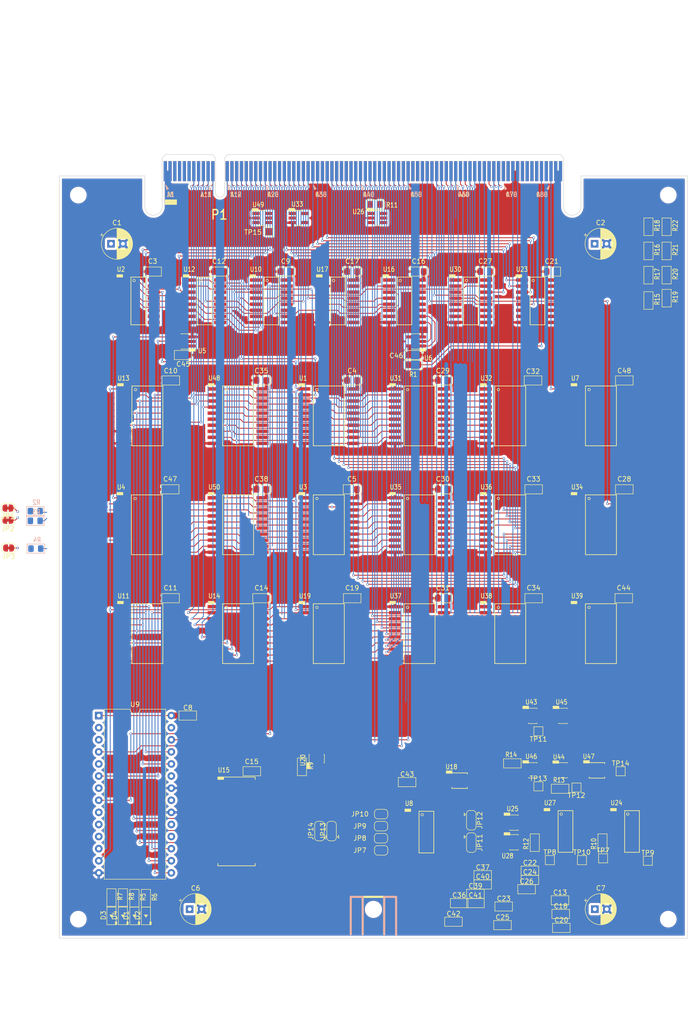
<source format=kicad_pcb>
(kicad_pcb (version 20171130) (host pcbnew 5.1.5-52549c5~84~ubuntu18.04.1)
  (title_block (title "Peripheral Bus Interface etc.") (comment 1 BUS))
  (layers (0 F.Cu signal) (31 B.Cu signal) (34 B.Paste user) (35 F.Paste user) (36 B.SilkS user) (37 F.SilkS user) (38 B.Mask user) (39 F.Mask user) (44 Edge.Cuts user))
  (net 0 "")
  (net 1 GND)
  (net 2 +5V)
  (net 3 /CLK1)
  (net 4 /CLK2)
  (net 5 /T34)
  (net 6 /~RESET)
  (net 7 /~SYSDEV)
  (net 8 /~IODEV1xx)
  (net 9 /~IODEV2xx)
  (net 10 /~IODEV3xx)
  (net 11 /~R)
  (net 12 /~W)
  (net 13 /sheet5DF0FEB4/RSVD2)
  (net 14 /sheet5DF0FEB4/RSVD3)
  (net 15 /sheet5DF0FEB4/RSVD4)
  (net 16 /~ENDEXT)
  (net 17 /~SKIPEXT)
  (net 18 /sheet5DF0FEB4/RSVD1)
  (net 19 /sheet5DF0FEB4/~IRQ0)
  (net 20 /sheet5DF0FEB4/~IRQ1)
  (net 21 /sheet5DF0FEB4/~IRQ2)
  (net 22 /sheet5DF0FEB4/~IRQ3)
  (net 23 /sheet5DF0FEB4/~IRQ4)
  (net 24 /sheet5DF0FEB4/C19)
  (net 25 /sheet5DF0FEB4/C20)
  (net 26 /sheet5DF0FEB4/C21)
  (net 27 /~RSTHOLD)
  (net 28 /CLK3)
  (net 29 /CLK4)
  (net 30 /sheet5DF0FEB4/WSTB)
  (net 31 /sheet5DF0FEB4/~IRQ5)
  (net 32 /sheet5DF0FEB4/~IRQ6)
  (net 33 /sheet5DF0FEB4/~IRQ7)
  (net 34 /sheet5DF0FEB4/C39)
  (net 35 /~MEM)
  (net 36 /~IO)
  (net 37 /~WS)
  (net 38 /~RUEN)
  (net 39 /~WUEN)
  (net 40 /IBUS15)
  (net 41 /~IRQ)
  (net 42 /~IRQS)
  (net 43 /IR0)
  (net 44 /IR1)
  (net 45 /IR2)
  (net 46 /FV)
  (net 47 /~FLAGWE)
  (net 48 /~HALT)
  (net 49 /sheet5DF0FEB4/C18)
  (net 50 /sheet5DF0FEB4/C22)
  (net 51 "/Wait States & Write Strobes/~BUSEN")
  (net 52 "/Wait States & Write Strobes/DB14")
  (net 53 "/Wait States & Write Strobes/DB15")
  (net 54 "/Wait States & Write Strobes/DB8")
  (net 55 "/Wait States & Write Strobes/DB9")
  (net 56 "/Wait States & Write Strobes/DB10")
  (net 57 "/Wait States & Write Strobes/DB11")
  (net 58 "/Wait States & Write Strobes/DB12")
  (net 59 "/Wait States & Write Strobes/DB13")
  (net 60 "/Address Register (AR)/~AR10-15=0")
  (net 61 "/Address Register (AR)/AR10")
  (net 62 "/Address Register (AR)/AR9")
  (net 63 "/Address Register (AR)/AR8")
  (net 64 "/Address Register (AR)/AR7")
  (net 65 "/Address Register (AR)/IBUS7")
  (net 66 "/Address Register (AR)/AR0")
  (net 67 "/Address Register (AR)/AR1")
  (net 68 "/Address Register (AR)/AR2")
  (net 69 "/Address Register (AR)/AR3")
  (net 70 "/Address Register (AR)/AR4")
  (net 71 "/Address Register (AR)/AR5")
  (net 72 "/Address Register (AR)/AR6")
  (net 73 "/Address Register (AR)/IBUS6")
  (net 74 "/Address Register (AR)/IBUS5")
  (net 75 "/Address Register (AR)/IBUS4")
  (net 76 "/Address Register (AR)/IBUS3")
  (net 77 "/Address Register (AR)/IBUS2")
  (net 78 "/Address Register (AR)/IBUS1")
  (net 79 "/Address Register (AR)/IBUS0")
  (net 80 "/Address Register (AR)/AB6")
  (net 81 "/Address Register (AR)/AB7")
  (net 82 "/Address Register (AR)/AB0")
  (net 83 "/Address Register (AR)/AB1")
  (net 84 "/Address Register (AR)/AB2")
  (net 85 "/Address Register (AR)/AB3")
  (net 86 "/Address Register (AR)/AB4")
  (net 87 "/Address Register (AR)/AB5")
  (net 88 "/Address Register (AR)/AR15")
  (net 89 "/Address Register (AR)/AR14")
  (net 90 "/Address Register (AR)/AR13")
  (net 91 "/Address Register (AR)/AR12")
  (net 92 "/Address Register (AR)/AR11")
  (net 93 "/Address Register (AR)/IBUS14")
  (net 94 "/Address Register (AR)/IBUS13")
  (net 95 "/Address Register (AR)/IBUS12")
  (net 96 "/Address Register (AR)/IBUS11")
  (net 97 "/Address Register (AR)/IBUS10")
  (net 98 "/Address Register (AR)/IBUS9")
  (net 99 "/Address Register (AR)/IBUS8")
  (net 100 "/Address Register (AR)/AB14")
  (net 101 "/Address Register (AR)/AB15")
  (net 102 "/Address Register (AR)/AB8")
  (net 103 "/Address Register (AR)/AB9")
  (net 104 "/Address Register (AR)/AB10")
  (net 105 "/Address Register (AR)/AB11")
  (net 106 "/Address Register (AR)/AB12")
  (net 107 "/Address Register (AR)/AB13")
  (net 108 "/Address Register (AR)/AR23")
  (net 109 "/Address Register (AR)/AEXT7")
  (net 110 "/Address Register (AR)/AR16")
  (net 111 "/Address Register (AR)/AR17")
  (net 112 "/Address Register (AR)/AR18")
  (net 113 "/Address Register (AR)/AR19")
  (net 114 "/Address Register (AR)/AR20")
  (net 115 "/Address Register (AR)/AR21")
  (net 116 "/Address Register (AR)/AR22")
  (net 117 "/Address Register (AR)/AEXT6")
  (net 118 "/Address Register (AR)/AEXT5")
  (net 119 "/Address Register (AR)/AEXT4")
  (net 120 "/Address Register (AR)/AEXT3")
  (net 121 "/Address Register (AR)/AEXT2")
  (net 122 "/Address Register (AR)/AEXT1")
  (net 123 "/Address Register (AR)/AEXT0")
  (net 124 "/Address Register (AR)/AB22")
  (net 125 "/Address Register (AR)/AB23")
  (net 126 "/Address Register (AR)/AB16")
  (net 127 "/Address Register (AR)/AB17")
  (net 128 "/Address Register (AR)/AB18")
  (net 129 "/Address Register (AR)/AB19")
  (net 130 "/Address Register (AR)/AB20")
  (net 131 "/Address Register (AR)/AB21")
  (net 132 "/Address Register (AR)/FPD6")
  (net 133 "/Address Register (AR)/FPD7")
  (net 134 "/Address Register (AR)/FPD0")
  (net 135 "/Address Register (AR)/FPD1")
  (net 136 "/Address Register (AR)/FPD2")
  (net 137 "/Address Register (AR)/FPD3")
  (net 138 "/Address Register (AR)/FPD4")
  (net 139 "/Address Register (AR)/FPD5")
  (net 140 /sheet5DF0FEB2/~FLAGOE)
  (net 141 /~FPAEXT)
  (net 142 "Net-(D1-Pad2)")
  (net 143 "/Memory Bank Unit (MBU)/LED1")
  (net 144 "Net-(D2-Pad2)")
  (net 145 "/Memory Bank Unit (MBU)/LED2")
  (net 146 "Net-(D3-Pad2)")
  (net 147 "/Memory Bank Unit (MBU)/LED3")
  (net 148 "Net-(D4-Pad2)")
  (net 149 "/Memory Bank Unit (MBU)/LED4")
  (net 150 /sheet5DF0FEB2/F8)
  (net 151 /sheet5DF0FEB2/FPF8)
  (net 152 /sheet5DF0FEB2/F9)
  (net 153 /sheet5DF0FEB2/FPF9)
  (net 154 /sheet5DF0FEB2/F14)
  (net 155 /sheet5DF0FEB2/FPF14)
  (net 156 "Net-(JP7-Pad1)")
  (net 157 "/Memory Bank Unit (MBU)/~RMBR")
  (net 158 "Net-(JP8-Pad1)")
  (net 159 "Net-(JP9-Pad1)")
  (net 160 "Net-(JP10-Pad1)")
  (net 161 "Net-(JP11-Pad1)")
  (net 162 "/Memory Bank Unit (MBU)/~WMBR")
  (net 163 "Net-(JP11-Pad3)")
  (net 164 "Net-(JP12-Pad2)")
  (net 165 /WSTB)
  (net 166 "/Address Register (AR)/~ABEN2")
  (net 167 "/Address Register (AR)/~ABEN1")
  (net 168 "Net-(JP14-Pad2)")
  (net 169 "/Memory Bank Unit (MBU)/DB0")
  (net 170 "/Memory Bank Unit (MBU)/DB1")
  (net 171 "/Memory Bank Unit (MBU)/DB2")
  (net 172 "/Memory Bank Unit (MBU)/DB3")
  (net 173 "/Memory Bank Unit (MBU)/DB4")
  (net 174 "/Memory Bank Unit (MBU)/DB5")
  (net 175 "/Memory Bank Unit (MBU)/DB6")
  (net 176 "/Memory Bank Unit (MBU)/DB7")
  (net 177 "/Constant Store/RADDR0")
  (net 178 "/Constant Store/RADDR1")
  (net 179 "/Constant Store/RADDR2")
  (net 180 "/Constant Store/RADDR3")
  (net 181 "/Constant Store/RADDR4")
  (net 182 "/Memory Bank Unit (MBU)/WADDR0")
  (net 183 "/Memory Bank Unit (MBU)/WADDR1")
  (net 184 "/Memory Bank Unit (MBU)/WADDR2")
  (net 185 "/Memory Bank Unit (MBU)/WADDR3")
  (net 186 "/Memory Bank Unit (MBU)/WADDR4")
  (net 187 /sheet5DF0FEB3/ACTION0)
  (net 188 /sheet5DF0FEB3/ACTION1)
  (net 189 /sheet5DF0FEB3/ACTION2)
  (net 190 /sheet5DF0FEB3/ACTION3)
  (net 191 /~FPRAM~∕ROM)
  (net 192 "Net-(R10-Pad2)")
  (net 193 /FI)
  (net 194 "Net-(R12-Pad2)")
  (net 195 /~WEN)
  (net 196 /sheet5DF0FEB3/~FI)
  (net 197 "Net-(TP8-Pad1)")
  (net 198 "Net-(TP9-Pad1)")
  (net 199 "Net-(TP10-Pad1)")
  (net 200 "Net-(TP11-Pad1)")
  (net 201 "/Wait States & Write Strobes/~W₀")
  (net 202 "/Wait States & Write Strobes/~WS-in-T34")
  (net 203 "Net-(TP14-Pad1)")
  (net 204 "/Constant Store/~CSOE")
  (net 205 "Net-(U2-Pad13)")
  (net 206 "Net-(U2-Pad12)")
  (net 207 "Net-(U2-Pad11)")
  (net 208 "Net-(U2-Pad10)")
  (net 209 "Net-(U2-Pad9)")
  (net 210 "Net-(U2-Pad7)")
  (net 211 /FL)
  (net 212 /FZ)
  (net 213 /FN)
  (net 214 /~READ-FLAGS)
  (net 215 /~READ-MBP+FLAGS)
  (net 216 /~WRITE-FLAGS)
  (net 217 /~WRITE-MBP+FLAGS)
  (net 218 /~FPFLAGS)
  (net 219 "/Memory Bank Unit (MBU)/~DIS")
  (net 220 "/Memory Bank Unit (MBU)/~USE_AB")
  (net 221 /IR11)
  (net 222 /IR9)
  (net 223 "/Memory Bank Unit (MBU)/~IOMBR")
  (net 224 /IR8)
  (net 225 "/Memory Bank Unit (MBU)/~READ-MBP")
  (net 226 "/Memory Bank Unit (MBU)/~IBUSW")
  (net 227 "/Memory Bank Unit (MBU)/~WRITE-MBP")
  (net 228 "/Memory Bank Unit (MBU)/~IBUSEN")
  (net 229 "/Memory Bank Unit (MBU)/~USE_IR")
  (net 230 /~WRITE-AR-MBx)
  (net 231 "/Memory Bank Unit (MBU)/~USE_WADDR")
  (net 232 /IR10)
  (net 233 "/Memory Bank Unit (MBU)/~USE_ZERO")
  (net 234 "Net-(U10-Pad14)")
  (net 235 "Net-(U10-Pad13)")
  (net 236 "Net-(U10-Pad12)")
  (net 237 "Net-(U10-Pad11)")
  (net 238 "Net-(U10-Pad10)")
  (net 239 "Net-(U10-Pad9)")
  (net 240 "Net-(U10-Pad7)")
  (net 241 "/Memory Bank Unit (MBU)/SEL0")
  (net 242 "/Memory Bank Unit (MBU)/SEL1")
  (net 243 "/Memory Bank Unit (MBU)/SEL2")
  (net 244 "Net-(U12-Pad15)")
  (net 245 "Net-(U12-Pad14)")
  (net 246 "Net-(U12-Pad13)")
  (net 247 "Net-(U12-Pad12)")
  (net 248 "Net-(U12-Pad7)")
  (net 249 "Net-(U16-Pad15)")
  (net 250 "Net-(U16-Pad14)")
  (net 251 "Net-(U16-Pad13)")
  (net 252 "Net-(U16-Pad12)")
  (net 253 "Net-(U16-Pad7)")
  (net 254 "Net-(U17-Pad14)")
  (net 255 "Net-(U17-Pad13)")
  (net 256 "Net-(U17-Pad12)")
  (net 257 "Net-(U17-Pad11)")
  (net 258 "Net-(U17-Pad10)")
  (net 259 "Net-(U17-Pad9)")
  (net 260 "Net-(U17-Pad7)")
  (net 261 "Net-(U23-Pad15)")
  (net 262 "Net-(U23-Pad14)")
  (net 263 "Net-(U23-Pad13)")
  (net 264 /sheet5DF0FEB3/~ACTION-STI)
  (net 265 /sheet5DF0FEB3/~ACTION-CLI)
  (net 266 "Net-(U23-Pad10)")
  (net 267 "Net-(U23-Pad9)")
  (net 268 "Net-(U23-Pad7)")
  (net 269 /sheet5DF0FEB3/~RESET-OR-CLI)
  (net 270 /sheet5DF0FEB3/~IRQSYNC)
  (net 271 /sheet5DF0FEB3/INTERRUPT)
  (net 272 /sheet5DF0FEB3/ENDCP)
  (net 273 /~IRQSµC)
  (net 274 /~END)
  (net 275 "Net-(U30-Pad11)")
  (net 276 "Net-(U30-Pad10)")
  (net 277 "Net-(U30-Pad9)")
  (net 278 "Net-(U30-Pad7)")
  (net 279 "/Wait States & Write Strobes/~WAITING")
  (net 280 "Net-(U2-Pad15)")
  (net 281 "Net-(U15-Pad26)")
  (net 282 "Net-(U15-Pad1)")
  (net 283 /sheet5DF0FEB4/C23)
  (net 284 /sheet5DF0FEB4/C25)
  (net 285 /sheet5DF0FEB4/C27)
  (net 286 /sheet5DF0FEB4/C29)
  (net 287 /sheet5DF0FEB4/C31)
  (net 288 /sheet5DF0FEB4/C33)
  (net 289 /~ACTION-CLL)
  (net 290 /~ACTION-CPL)
  (net 291 /sheet5DF0FEB4/C24)
  (net 292 /sheet5DF0FEB4/C26)
  (net 293 /sheet5DF0FEB4/C28)
  (net 294 /sheet5DF0FEB4/C30)
  (net 295 /sheet5DF0FEB4/C32)
  (net 296 "Net-(U18-Pad5)")
  (net 297 /sheet5DF0FEB4/C8)
  (net 298 /sheet5DF0FEB4/C9)
  (net 299 /sheet5DF0FEB4/C16)
  (net 300 /sheet5DF0FEB4/C17)
  (net 301 /~FLAGWE')
  (module alexios:C_SMD_0805_2012Metric_Pad1.15x1.40mm_HandSolder (layer F.Cu) (at 96.393 143.002 180)
    (fp_text reference C38 (at 0 2.16) (layer F.SilkS))
    (fp_text value 100nF)
    (pad 2 smd roundrect (at 1.025 0 180) (size 1.15 1.4) (layers F.Cu F.Paste F.Mask) (roundrect_rratio 0.217391) (net 1 GND))
    (pad 1 smd roundrect (at -1.025 0 180) (size 1.15 1.4) (layers F.Cu F.Paste F.Mask) (roundrect_rratio 0.217391) (net 2 +5V))
  )
  (module alexios:C_SMD_0805_2012Metric_Pad1.15x1.40mm_HandSolder (layer F.Cu) (at 134.493 165.862 180)
    (fp_text reference C31 (at 0 2.16) (layer F.SilkS))
    (fp_text value 100nF)
    (pad 2 smd roundrect (at 1.025 0 180) (size 1.15 1.4) (layers F.Cu F.Paste F.Mask) (roundrect_rratio 0.217391) (net 1 GND))
    (pad 1 smd roundrect (at -1.025 0 180) (size 1.15 1.4) (layers F.Cu F.Paste F.Mask) (roundrect_rratio 0.217391) (net 2 +5V))
  )
  (module alexios:C_SMD_0805_2012Metric_Pad1.15x1.40mm_HandSolder (layer F.Cu) (at 134.493 143.002 180)
    (fp_text reference C30 (at 0 2.16) (layer F.SilkS))
    (fp_text value 100nF)
    (pad 2 smd roundrect (at 1.025 0 180) (size 1.15 1.4) (layers F.Cu F.Paste F.Mask) (roundrect_rratio 0.217391) (net 1 GND))
    (pad 1 smd roundrect (at -1.025 0 180) (size 1.15 1.4) (layers F.Cu F.Paste F.Mask) (roundrect_rratio 0.217391) (net 2 +5V))
  )
  (module alexios:C_SMD_0805_2012Metric_Pad1.15x1.40mm_HandSolder (layer F.Cu) (at 143.383 97.282 180)
    (fp_text reference C27 (at 0 2.16) (layer F.SilkS))
    (fp_text value 100nF)
    (pad 2 smd roundrect (at 1.025 0 180) (size 1.15 1.4) (layers F.Cu F.Paste F.Mask) (roundrect_rratio 0.217391) (net 1 GND))
    (pad 1 smd roundrect (at -1.025 0 180) (size 1.15 1.4) (layers F.Cu F.Paste F.Mask) (roundrect_rratio 0.217391) (net 2 +5V))
  )
  (module alexios:C_SMD_0805_2012Metric_Pad1.15x1.40mm_HandSolder (layer F.Cu) (at 73.533 97.282 180)
    (fp_text reference C3 (at 0 2.16) (layer F.SilkS))
    (fp_text value 100nF)
    (pad 2 smd roundrect (at 1.025 0 180) (size 1.15 1.4) (layers F.Cu F.Paste F.Mask) (roundrect_rratio 0.217391) (net 1 GND))
    (pad 1 smd roundrect (at -1.025 0 180) (size 1.15 1.4) (layers F.Cu F.Paste F.Mask) (roundrect_rratio 0.217391) (net 2 +5V))
  )
  (module alexios:C_SMD_0805_2012Metric_Pad1.15x1.40mm_HandSolder (layer F.Cu) (at 115.443 120.142 180)
    (fp_text reference C4 (at 0 2.032) (layer F.SilkS))
    (fp_text value 100nF)
    (pad 2 smd roundrect (at 1.025 0 180) (size 1.15 1.4) (layers F.Cu F.Paste F.Mask) (roundrect_rratio 0.217391) (net 1 GND))
    (pad 1 smd roundrect (at -1.025 0 180) (size 1.15 1.4) (layers F.Cu F.Paste F.Mask) (roundrect_rratio 0.217391) (net 2 +5V))
  )
  (module alexios:C_SMD_0805_2012Metric_Pad1.15x1.40mm_HandSolder (layer F.Cu) (at 115.3945 143.002 180)
    (fp_text reference C5 (at 0 2.16) (layer F.SilkS))
    (fp_text value 100nF)
    (pad 2 smd roundrect (at 1.025 0 180) (size 1.15 1.4) (layers F.Cu F.Paste F.Mask) (roundrect_rratio 0.217391) (net 1 GND))
    (pad 1 smd roundrect (at -1.025 0 180) (size 1.15 1.4) (layers F.Cu F.Paste F.Mask) (roundrect_rratio 0.217391) (net 2 +5V))
  )
  (module alexios:C_SMD_0805_2012Metric_Pad1.15x1.40mm_HandSolder (layer F.Cu) (at 80.9475 190.5)
    (fp_text reference C8 (at 0 -1.65) (layer F.SilkS))
    (fp_text value 100nF)
    (pad 2 smd roundrect (at 1.025 0) (size 1.15 1.4) (layers F.Cu F.Paste F.Mask) (roundrect_rratio 0.217391) (net 1 GND))
    (pad 1 smd roundrect (at -1.025 0) (size 1.15 1.4) (layers F.Cu F.Paste F.Mask) (roundrect_rratio 0.217391) (net 2 +5V))
  )
  (module alexios:C_SMD_0805_2012Metric_Pad1.15x1.40mm_HandSolder (layer F.Cu) (at 101.473 97.282 180)
    (fp_text reference C9 (at 0 2.16) (layer F.SilkS))
    (fp_text value 100nF)
    (pad 2 smd roundrect (at 1.025 0 180) (size 1.15 1.4) (layers F.Cu F.Paste F.Mask) (roundrect_rratio 0.217391) (net 1 GND))
    (pad 1 smd roundrect (at -1.025 0 180) (size 1.15 1.4) (layers F.Cu F.Paste F.Mask) (roundrect_rratio 0.217391) (net 2 +5V))
  )
  (module alexios:C_SMD_0805_2012Metric_Pad1.15x1.40mm_HandSolder (layer F.Cu) (at 77.343 120.142 180)
    (fp_text reference C10 (at 0 2.032) (layer F.SilkS))
    (fp_text value 100nF)
    (pad 2 smd roundrect (at 1.025 0 180) (size 1.15 1.4) (layers F.Cu F.Paste F.Mask) (roundrect_rratio 0.217391) (net 1 GND))
    (pad 1 smd roundrect (at -1.025 0 180) (size 1.15 1.4) (layers F.Cu F.Paste F.Mask) (roundrect_rratio 0.217391) (net 2 +5V))
  )
  (module alexios:C_SMD_0805_2012Metric_Pad1.15x1.40mm_HandSolder (layer F.Cu) (at 77.2945 165.862 180)
    (fp_text reference C11 (at 0 2.16) (layer F.SilkS))
    (fp_text value 100nF)
    (pad 2 smd roundrect (at 1.025 0 180) (size 1.15 1.4) (layers F.Cu F.Paste F.Mask) (roundrect_rratio 0.217391) (net 1 GND))
    (pad 1 smd roundrect (at -1.025 0 180) (size 1.15 1.4) (layers F.Cu F.Paste F.Mask) (roundrect_rratio 0.217391) (net 2 +5V))
  )
  (module alexios:C_SMD_0805_2012Metric_Pad1.15x1.40mm_HandSolder (layer F.Cu) (at 87.503 97.282 180)
    (fp_text reference C12 (at 0 2.16) (layer F.SilkS))
    (fp_text value 100nF)
    (pad 2 smd roundrect (at 1.025 0 180) (size 1.15 1.4) (layers F.Cu F.Paste F.Mask) (roundrect_rratio 0.217391) (net 1 GND))
    (pad 1 smd roundrect (at -1.025 0 180) (size 1.15 1.4) (layers F.Cu F.Paste F.Mask) (roundrect_rratio 0.217391) (net 2 +5V))
  )
  (module alexios:C_SMD_0805_2012Metric_Pad1.15x1.40mm_HandSolder (layer F.Cu) (at 159.108001 229.287001)
    (fp_text reference C13 (at 0 -1.65) (layer F.SilkS))
    (fp_text value 100nF)
    (pad 2 smd roundrect (at 1.025 0) (size 1.15 1.4) (layers F.Cu F.Paste F.Mask) (roundrect_rratio 0.217391) (net 1 GND))
    (pad 1 smd roundrect (at -1.025 0) (size 1.15 1.4) (layers F.Cu F.Paste F.Mask) (roundrect_rratio 0.217391) (net 2 +5V))
  )
  (module alexios:C_SMD_0805_2012Metric_Pad1.15x1.40mm_HandSolder (layer F.Cu) (at 96.393 165.862 180)
    (fp_text reference C14 (at 0 2.16) (layer F.SilkS))
    (fp_text value 100nF)
    (pad 2 smd roundrect (at 1.025 0 180) (size 1.15 1.4) (layers F.Cu F.Paste F.Mask) (roundrect_rratio 0.217391) (net 1 GND))
    (pad 1 smd roundrect (at -1.025 0 180) (size 1.15 1.4) (layers F.Cu F.Paste F.Mask) (roundrect_rratio 0.217391) (net 2 +5V))
  )
  (module alexios:C_SMD_0805_2012Metric_Pad1.15x1.40mm_HandSolder (layer F.Cu) (at 94.361 202.184 180)
    (fp_text reference C15 (at 0 2.032) (layer F.SilkS))
    (fp_text value 100nF)
    (pad 2 smd roundrect (at 1.025 0 180) (size 1.15 1.4) (layers F.Cu F.Paste F.Mask) (roundrect_rratio 0.217391) (net 1 GND))
    (pad 1 smd roundrect (at -1.025 0 180) (size 1.15 1.4) (layers F.Cu F.Paste F.Mask) (roundrect_rratio 0.217391) (net 2 +5V))
  )
  (module alexios:C_SMD_0805_2012Metric_Pad1.15x1.40mm_HandSolder (layer F.Cu) (at 129.413 97.282 180)
    (fp_text reference C16 (at 0 2.16) (layer F.SilkS))
    (fp_text value 100nF)
    (pad 2 smd roundrect (at 1.025 0 180) (size 1.15 1.4) (layers F.Cu F.Paste F.Mask) (roundrect_rratio 0.217391) (net 1 GND))
    (pad 1 smd roundrect (at -1.025 0 180) (size 1.15 1.4) (layers F.Cu F.Paste F.Mask) (roundrect_rratio 0.217391) (net 2 +5V))
  )
  (module alexios:C_SMD_0805_2012Metric_Pad1.15x1.40mm_HandSolder (layer F.Cu) (at 115.443 97.282 180)
    (fp_text reference C17 (at 0 2.16) (layer F.SilkS))
    (fp_text value 100nF)
    (pad 2 smd roundrect (at 1.025 0 180) (size 1.15 1.4) (layers F.Cu F.Paste F.Mask) (roundrect_rratio 0.217391) (net 1 GND))
    (pad 1 smd roundrect (at -1.025 0 180) (size 1.15 1.4) (layers F.Cu F.Paste F.Mask) (roundrect_rratio 0.217391) (net 2 +5V))
  )
  (module alexios:C_SMD_0805_2012Metric_Pad1.15x1.40mm_HandSolder (layer F.Cu) (at 159.258 232.156)
    (fp_text reference C18 (at 0 -1.65) (layer F.SilkS))
    (fp_text value 100nF)
    (pad 2 smd roundrect (at 1.025 0) (size 1.15 1.4) (layers F.Cu F.Paste F.Mask) (roundrect_rratio 0.217391) (net 1 GND))
    (pad 1 smd roundrect (at -1.025 0) (size 1.15 1.4) (layers F.Cu F.Paste F.Mask) (roundrect_rratio 0.217391) (net 2 +5V))
  )
  (module alexios:C_SMD_0805_2012Metric_Pad1.15x1.40mm_HandSolder (layer F.Cu) (at 115.443 165.862 180)
    (fp_text reference C19 (at 0 2.16) (layer F.SilkS))
    (fp_text value 100nF)
    (pad 2 smd roundrect (at 1.025 0 180) (size 1.15 1.4) (layers F.Cu F.Paste F.Mask) (roundrect_rratio 0.217391) (net 1 GND))
    (pad 1 smd roundrect (at -1.025 0 180) (size 1.15 1.4) (layers F.Cu F.Paste F.Mask) (roundrect_rratio 0.217391) (net 2 +5V))
  )
  (module alexios:C_SMD_0805_2012Metric_Pad1.15x1.40mm_HandSolder (layer F.Cu) (at 159.385 235.077)
    (fp_text reference C20 (at 0 -1.65) (layer F.SilkS))
    (fp_text value 100nF)
    (pad 2 smd roundrect (at 1.025 0) (size 1.15 1.4) (layers F.Cu F.Paste F.Mask) (roundrect_rratio 0.217391) (net 1 GND))
    (pad 1 smd roundrect (at -1.025 0) (size 1.15 1.4) (layers F.Cu F.Paste F.Mask) (roundrect_rratio 0.217391) (net 2 +5V))
  )
  (module alexios:C_SMD_0805_2012Metric_Pad1.15x1.40mm_HandSolder (layer F.Cu) (at 157.353 97.282 180)
    (fp_text reference C21 (at 0 2.16) (layer F.SilkS))
    (fp_text value 100nF)
    (pad 2 smd roundrect (at 1.025 0 180) (size 1.15 1.4) (layers F.Cu F.Paste F.Mask) (roundrect_rratio 0.217391) (net 1 GND))
    (pad 1 smd roundrect (at -1.025 0 180) (size 1.15 1.4) (layers F.Cu F.Paste F.Mask) (roundrect_rratio 0.217391) (net 2 +5V))
  )
  (module alexios:C_SMD_0805_2012Metric_Pad1.15x1.40mm_HandSolder (layer F.Cu) (at 152.783001 223.066001)
    (fp_text reference C22 (at 0 -1.65) (layer F.SilkS))
    (fp_text value 100nF)
    (pad 2 smd roundrect (at 1.025 0) (size 1.15 1.4) (layers F.Cu F.Paste F.Mask) (roundrect_rratio 0.217391) (net 1 GND))
    (pad 1 smd roundrect (at -1.025 0) (size 1.15 1.4) (layers F.Cu F.Paste F.Mask) (roundrect_rratio 0.217391) (net 2 +5V))
  )
  (module alexios:C_SMD_0805_2012Metric_Pad1.15x1.40mm_HandSolder (layer F.Cu) (at 147.283001 230.576001)
    (fp_text reference C23 (at 0 -1.65) (layer F.SilkS))
    (fp_text value 100nF)
    (pad 2 smd roundrect (at 1.025 0) (size 1.15 1.4) (layers F.Cu F.Paste F.Mask) (roundrect_rratio 0.217391) (net 1 GND))
    (pad 1 smd roundrect (at -1.025 0) (size 1.15 1.4) (layers F.Cu F.Paste F.Mask) (roundrect_rratio 0.217391) (net 2 +5V))
  )
  (module alexios:C_SMD_0805_2012Metric_Pad1.15x1.40mm_HandSolder (layer F.Cu) (at 152.783001 225.016001)
    (fp_text reference C24 (at 0 -1.65) (layer F.SilkS))
    (fp_text value 100nF)
    (pad 2 smd roundrect (at 1.025 0) (size 1.15 1.4) (layers F.Cu F.Paste F.Mask) (roundrect_rratio 0.217391) (net 1 GND))
    (pad 1 smd roundrect (at -1.025 0) (size 1.15 1.4) (layers F.Cu F.Paste F.Mask) (roundrect_rratio 0.217391) (net 2 +5V))
  )
  (module alexios:C_SMD_0805_2012Metric_Pad1.15x1.40mm_HandSolder (layer F.Cu) (at 147.033001 234.496001)
    (fp_text reference C25 (at 0 -1.65) (layer F.SilkS))
    (fp_text value 100nF)
    (pad 2 smd roundrect (at 1.025 0) (size 1.15 1.4) (layers F.Cu F.Paste F.Mask) (roundrect_rratio 0.217391) (net 1 GND))
    (pad 1 smd roundrect (at -1.025 0) (size 1.15 1.4) (layers F.Cu F.Paste F.Mask) (roundrect_rratio 0.217391) (net 2 +5V))
  )
  (module alexios:C_SMD_0805_2012Metric_Pad1.15x1.40mm_HandSolder (layer F.Cu) (at 152.093001 226.966001)
    (fp_text reference C26 (at 0 -1.65) (layer F.SilkS))
    (fp_text value 100nF)
    (pad 2 smd roundrect (at 1.025 0) (size 1.15 1.4) (layers F.Cu F.Paste F.Mask) (roundrect_rratio 0.217391) (net 1 GND))
    (pad 1 smd roundrect (at -1.025 0) (size 1.15 1.4) (layers F.Cu F.Paste F.Mask) (roundrect_rratio 0.217391) (net 2 +5V))
  )
  (module alexios:C_SMD_0805_2012Metric_Pad1.15x1.40mm_HandSolder (layer F.Cu) (at 172.593 143.002 180)
    (fp_text reference C28 (at 0 2.16) (layer F.SilkS))
    (fp_text value 100nF)
    (pad 2 smd roundrect (at 1.025 0 180) (size 1.15 1.4) (layers F.Cu F.Paste F.Mask) (roundrect_rratio 0.217391) (net 1 GND))
    (pad 1 smd roundrect (at -1.025 0 180) (size 1.15 1.4) (layers F.Cu F.Paste F.Mask) (roundrect_rratio 0.217391) (net 2 +5V))
  )
  (module alexios:C_SMD_0805_2012Metric_Pad1.15x1.40mm_HandSolder (layer F.Cu) (at 134.493 120.142 180)
    (fp_text reference C29 (at 0 2.032) (layer F.SilkS))
    (fp_text value 100nF)
    (pad 2 smd roundrect (at 1.025 0 180) (size 1.15 1.4) (layers F.Cu F.Paste F.Mask) (roundrect_rratio 0.217391) (net 1 GND))
    (pad 1 smd roundrect (at -1.025 0 180) (size 1.15 1.4) (layers F.Cu F.Paste F.Mask) (roundrect_rratio 0.217391) (net 2 +5V))
  )
  (module alexios:C_SMD_0805_2012Metric_Pad1.15x1.40mm_HandSolder (layer F.Cu) (at 153.416 120.142 180)
    (fp_text reference C32 (at 0 1.905) (layer F.SilkS))
    (fp_text value 100nF)
    (pad 2 smd roundrect (at 1.025 0 180) (size 1.15 1.4) (layers F.Cu F.Paste F.Mask) (roundrect_rratio 0.217391) (net 1 GND))
    (pad 1 smd roundrect (at -1.025 0 180) (size 1.15 1.4) (layers F.Cu F.Paste F.Mask) (roundrect_rratio 0.217391) (net 2 +5V))
  )
  (module alexios:C_SMD_0805_2012Metric_Pad1.15x1.40mm_HandSolder (layer F.Cu) (at 153.543 143.002 180)
    (fp_text reference C33 (at 0 2.16) (layer F.SilkS))
    (fp_text value 100nF)
    (pad 2 smd roundrect (at 1.025 0 180) (size 1.15 1.4) (layers F.Cu F.Paste F.Mask) (roundrect_rratio 0.217391) (net 1 GND))
    (pad 1 smd roundrect (at -1.025 0 180) (size 1.15 1.4) (layers F.Cu F.Paste F.Mask) (roundrect_rratio 0.217391) (net 2 +5V))
  )
  (module alexios:C_SMD_0805_2012Metric_Pad1.15x1.40mm_HandSolder (layer F.Cu) (at 153.543 165.862 180)
    (fp_text reference C34 (at 0 2.16) (layer F.SilkS))
    (fp_text value 100nF)
    (pad 2 smd roundrect (at 1.025 0 180) (size 1.15 1.4) (layers F.Cu F.Paste F.Mask) (roundrect_rratio 0.217391) (net 1 GND))
    (pad 1 smd roundrect (at -1.025 0 180) (size 1.15 1.4) (layers F.Cu F.Paste F.Mask) (roundrect_rratio 0.217391) (net 2 +5V))
  )
  (module alexios:C_SMD_0805_2012Metric_Pad1.15x1.40mm_HandSolder (layer F.Cu) (at 96.393 120.142 180)
    (fp_text reference C35 (at 0 2.032) (layer F.SilkS))
    (fp_text value 100nF)
    (pad 2 smd roundrect (at 1.025 0 180) (size 1.15 1.4) (layers F.Cu F.Paste F.Mask) (roundrect_rratio 0.217391) (net 1 GND))
    (pad 1 smd roundrect (at -1.025 0 180) (size 1.15 1.4) (layers F.Cu F.Paste F.Mask) (roundrect_rratio 0.217391) (net 2 +5V))
  )
  (module alexios:C_SMD_0805_2012Metric_Pad1.15x1.40mm_HandSolder (layer F.Cu) (at 137.938001 229.879001)
    (fp_text reference C36 (at 0 -1.65) (layer F.SilkS))
    (fp_text value 100nF)
    (pad 2 smd roundrect (at 1.025 0) (size 1.15 1.4) (layers F.Cu F.Paste F.Mask) (roundrect_rratio 0.217391) (net 1 GND))
    (pad 1 smd roundrect (at -1.025 0) (size 1.15 1.4) (layers F.Cu F.Paste F.Mask) (roundrect_rratio 0.217391) (net 2 +5V))
  )
  (module alexios:C_SMD_0805_2012Metric_Pad1.15x1.40mm_HandSolder (layer F.Cu) (at 142.878001 224.009001)
    (fp_text reference C37 (at 0 -1.65) (layer F.SilkS))
    (fp_text value 100nF)
    (pad 2 smd roundrect (at 1.025 0) (size 1.15 1.4) (layers F.Cu F.Paste F.Mask) (roundrect_rratio 0.217391) (net 1 GND))
    (pad 1 smd roundrect (at -1.025 0) (size 1.15 1.4) (layers F.Cu F.Paste F.Mask) (roundrect_rratio 0.217391) (net 2 +5V))
  )
  (module alexios:C_SMD_0805_2012Metric_Pad1.15x1.40mm_HandSolder (layer F.Cu) (at 141.348001 227.929001)
    (fp_text reference C39 (at 0 -1.65) (layer F.SilkS))
    (fp_text value 100nF)
    (pad 2 smd roundrect (at 1.025 0) (size 1.15 1.4) (layers F.Cu F.Paste F.Mask) (roundrect_rratio 0.217391) (net 1 GND))
    (pad 1 smd roundrect (at -1.025 0) (size 1.15 1.4) (layers F.Cu F.Paste F.Mask) (roundrect_rratio 0.217391) (net 2 +5V))
  )
  (module alexios:C_SMD_0805_2012Metric_Pad1.15x1.40mm_HandSolder (layer F.Cu) (at 142.878001 225.959001)
    (fp_text reference C40 (at 0 -1.65) (layer F.SilkS))
    (fp_text value 100nF)
    (pad 2 smd roundrect (at 1.025 0) (size 1.15 1.4) (layers F.Cu F.Paste F.Mask) (roundrect_rratio 0.217391) (net 1 GND))
    (pad 1 smd roundrect (at -1.025 0) (size 1.15 1.4) (layers F.Cu F.Paste F.Mask) (roundrect_rratio 0.217391) (net 2 +5V))
  )
  (module alexios:C_SMD_0805_2012Metric_Pad1.15x1.40mm_HandSolder (layer F.Cu) (at 141.348001 229.879001)
    (fp_text reference C41 (at 0 -1.65) (layer F.SilkS))
    (fp_text value 100nF)
    (pad 2 smd roundrect (at 1.025 0) (size 1.15 1.4) (layers F.Cu F.Paste F.Mask) (roundrect_rratio 0.217391) (net 1 GND))
    (pad 1 smd roundrect (at -1.025 0) (size 1.15 1.4) (layers F.Cu F.Paste F.Mask) (roundrect_rratio 0.217391) (net 2 +5V))
  )
  (module alexios:C_SMD_0805_2012Metric_Pad1.15x1.40mm_HandSolder (layer F.Cu) (at 136.738001 233.779001)
    (fp_text reference C42 (at 0 -1.65) (layer F.SilkS))
    (fp_text value 100nF)
    (pad 2 smd roundrect (at 1.025 0) (size 1.15 1.4) (layers F.Cu F.Paste F.Mask) (roundrect_rratio 0.217391) (net 1 GND))
    (pad 1 smd roundrect (at -1.025 0) (size 1.15 1.4) (layers F.Cu F.Paste F.Mask) (roundrect_rratio 0.217391) (net 2 +5V))
  )
  (module alexios:C_SMD_0805_2012Metric_Pad1.15x1.40mm_HandSolder (layer F.Cu) (at 127 204.47)
    (fp_text reference C43 (at 0 -1.65) (layer F.SilkS))
    (fp_text value 100nF)
    (pad 2 smd roundrect (at 1.025 0) (size 1.15 1.4) (layers F.Cu F.Paste F.Mask) (roundrect_rratio 0.217391) (net 1 GND))
    (pad 1 smd roundrect (at -1.025 0) (size 1.15 1.4) (layers F.Cu F.Paste F.Mask) (roundrect_rratio 0.217391) (net 2 +5V))
  )
  (module alexios:C_SMD_0805_2012Metric_Pad1.15x1.40mm_HandSolder (layer F.Cu) (at 172.466 165.862 180)
    (fp_text reference C44 (at 0 2.16) (layer F.SilkS))
    (fp_text value 100nF)
    (pad 2 smd roundrect (at 1.025 0 180) (size 1.15 1.4) (layers F.Cu F.Paste F.Mask) (roundrect_rratio 0.217391) (net 1 GND))
    (pad 1 smd roundrect (at -1.025 0 180) (size 1.15 1.4) (layers F.Cu F.Paste F.Mask) (roundrect_rratio 0.217391) (net 2 +5V))
  )
  (module alexios:C_SMD_0805_2012Metric_Pad1.15x1.40mm_HandSolder (layer F.Cu) (at 79.9705 114.808)
    (fp_text reference C45 (at 0 1.905) (layer F.SilkS))
    (fp_text value 100nF)
    (pad 2 smd roundrect (at 1.025 0) (size 1.15 1.4) (layers F.Cu F.Paste F.Mask) (roundrect_rratio 0.217391) (net 1 GND))
    (pad 1 smd roundrect (at -1.025 0) (size 1.15 1.4) (layers F.Cu F.Paste F.Mask) (roundrect_rratio 0.217391) (net 2 +5V))
  )
  (module alexios:C_SMD_0805_2012Metric_Pad1.15x1.40mm_HandSolder (layer F.Cu) (at 128.367 114.808)
    (fp_text reference C46 (at -3.653 0.127) (layer F.SilkS))
    (fp_text value 100nF)
    (pad 2 smd roundrect (at 1.025 0) (size 1.15 1.4) (layers F.Cu F.Paste F.Mask) (roundrect_rratio 0.217391) (net 1 GND))
    (pad 1 smd roundrect (at -1.025 0) (size 1.15 1.4) (layers F.Cu F.Paste F.Mask) (roundrect_rratio 0.217391) (net 2 +5V))
  )
  (module alexios:C_SMD_0805_2012Metric_Pad1.15x1.40mm_HandSolder (layer F.Cu) (at 77.216 143.002 180)
    (fp_text reference C47 (at 0 2.16) (layer F.SilkS))
    (fp_text value 100nF)
    (pad 2 smd roundrect (at 1.025 0 180) (size 1.15 1.4) (layers F.Cu F.Paste F.Mask) (roundrect_rratio 0.217391) (net 1 GND))
    (pad 1 smd roundrect (at -1.025 0 180) (size 1.15 1.4) (layers F.Cu F.Paste F.Mask) (roundrect_rratio 0.217391) (net 2 +5V))
  )
  (module alexios:C_SMD_0805_2012Metric_Pad1.15x1.40mm_HandSolder (layer F.Cu) (at 172.593 120.142 180)
    (fp_text reference C48 (at 0 2.032) (layer F.SilkS))
    (fp_text value 100nF)
    (pad 2 smd roundrect (at 1.025 0 180) (size 1.15 1.4) (layers F.Cu F.Paste F.Mask) (roundrect_rratio 0.217391) (net 1 GND))
    (pad 1 smd roundrect (at -1.025 0 180) (size 1.15 1.4) (layers F.Cu F.Paste F.Mask) (roundrect_rratio 0.217391) (net 2 +5V))
  )
  (module Jumper:SolderJumper-2_P1.3mm_Bridged_RoundedPad1.0x1.5mm (layer F.Cu) (at 43.307 155.321 180)
    (fp_text reference JP3 (at 0 -1.8) (layer F.SilkS))
    (fp_text value Jumper_2_Bridged)
    (fp_poly (pts (xy 0.25 -0.3) (xy -0.25 -0.3) (xy -0.25 0.3) (xy 0.25 0.3)) (layer F.Cu) (width 0))
    (pad 1 smd custom (at -0.65 0 180) (size 1 0.5) (layers F.Cu F.Mask) (net 154 /sheet5DF0FEB2/F14) (options (clearance outline) (anchor rect)) (primitives (gr_circle (center 0 0.25) (end 0.5 0.25) (width 0)) (gr_circle (center 0 -0.25) (end 0.5 -0.25) (width 0)) (gr_poly (pts (xy 0 -0.75) (xy 0.5 -0.75) (xy 0.5 0.75) (xy 0 0.75)) (width 0))))
    (pad 2 smd custom (at 0.65 0 180) (size 1 0.5) (layers F.Cu F.Mask) (net 155 /sheet5DF0FEB2/FPF14) (options (clearance outline) (anchor rect)) (primitives (gr_circle (center 0 0.25) (end 0.5 0.25) (width 0)) (gr_circle (center 0 -0.25) (end 0.5 -0.25) (width 0)) (gr_poly (pts (xy 0 -0.75) (xy -0.5 -0.75) (xy -0.5 0.75) (xy 0 0.75)) (width 0))))
  )
  (module Jumper:SolderJumper-2_P1.3mm_Bridged_RoundedPad1.0x1.5mm (layer F.Cu) (at 43.165 149.479 180)
    (fp_text reference JP2 (at 0 -1.8) (layer F.SilkS))
    (fp_text value Jumper_2_Bridged)
    (fp_poly (pts (xy 0.25 -0.3) (xy -0.25 -0.3) (xy -0.25 0.3) (xy 0.25 0.3)) (layer F.Cu) (width 0))
    (pad 1 smd custom (at -0.65 0 180) (size 1 0.5) (layers F.Cu F.Mask) (net 152 /sheet5DF0FEB2/F9) (options (clearance outline) (anchor rect)) (primitives (gr_circle (center 0 0.25) (end 0.5 0.25) (width 0)) (gr_circle (center 0 -0.25) (end 0.5 -0.25) (width 0)) (gr_poly (pts (xy 0 -0.75) (xy 0.5 -0.75) (xy 0.5 0.75) (xy 0 0.75)) (width 0))))
    (pad 2 smd custom (at 0.65 0 180) (size 1 0.5) (layers F.Cu F.Mask) (net 153 /sheet5DF0FEB2/FPF9) (options (clearance outline) (anchor rect)) (primitives (gr_circle (center 0 0.25) (end 0.5 0.25) (width 0)) (gr_circle (center 0 -0.25) (end 0.5 -0.25) (width 0)) (gr_poly (pts (xy 0 -0.75) (xy -0.5 -0.75) (xy -0.5 0.75) (xy 0 0.75)) (width 0))))
  )
  (module Jumper:SolderJumper-2_P1.3mm_Bridged_RoundedPad1.0x1.5mm (layer F.Cu) (at 43.165 146.939 180)
    (fp_text reference JP1 (at 0 -1.8) (layer F.SilkS))
    (fp_text value Jumper_2_Bridged)
    (fp_poly (pts (xy 0.25 -0.3) (xy -0.25 -0.3) (xy -0.25 0.3) (xy 0.25 0.3)) (layer F.Cu) (width 0))
    (pad 1 smd custom (at -0.65 0 180) (size 1 0.5) (layers F.Cu F.Mask) (net 150 /sheet5DF0FEB2/F8) (options (clearance outline) (anchor rect)) (primitives (gr_circle (center 0 0.25) (end 0.5 0.25) (width 0)) (gr_circle (center 0 -0.25) (end 0.5 -0.25) (width 0)) (gr_poly (pts (xy 0 -0.75) (xy 0.5 -0.75) (xy 0.5 0.75) (xy 0 0.75)) (width 0))))
    (pad 2 smd custom (at 0.65 0 180) (size 1 0.5) (layers F.Cu F.Mask) (net 151 /sheet5DF0FEB2/FPF8) (options (clearance outline) (anchor rect)) (primitives (gr_circle (center 0 0.25) (end 0.5 0.25) (width 0)) (gr_circle (center 0 -0.25) (end 0.5 -0.25) (width 0)) (gr_poly (pts (xy 0 -0.75) (xy -0.5 -0.75) (xy -0.5 0.75) (xy 0 0.75)) (width 0))))
  )
  (module MountingHole:MountingHole_2.5mm (layer F.Cu) (at 181.8374 81.2292)
    (fp_text reference REF** hide)
    (fp_text value MountingHole_2.5mm hide)
    (pad 1 np_thru_hole circle (at 0 0) (size 2.5 2.5) (drill 2.5) (layers *.Cu *.Mask))
  )
  (module MountingHole:MountingHole_2.5mm (layer F.Cu) (at 57.9374 81.2292)
    (fp_text reference REF** hide)
    (fp_text value MountingHole_2.5mm hide)
    (pad 1 np_thru_hole circle (at 0 0) (size 2.5 2.5) (drill 2.5) (layers *.Cu *.Mask))
  )
  (module TestPoint:TestPoint_Pad_1.5x1.5mm (layer F.Cu) (at 98.044 88.9)
    (fp_text reference TP15 (at -3.429 0.127) (layer F.SilkS))
    (fp_text value TestPoint)
    (pad 1 smd rect (at 0 0) (size 1.5 1.5) (layers F.Cu F.Mask) (net 51 "/Wait States & Write Strobes/~BUSEN"))
  )
  (module TestPoint:TestPoint_Pad_1.5x1.5mm (layer F.Cu) (at 171.831 202.184)
    (fp_text reference TP14 (at 0 -1.648) (layer F.SilkS))
    (fp_text value TestPoint)
    (pad 1 smd rect (at 0 0) (size 1.5 1.5) (layers F.Cu F.Mask) (net 203 "Net-(TP14-Pad1)"))
  )
  (module TestPoint:TestPoint_Pad_1.5x1.5mm (layer F.Cu) (at 154.559 205.359)
    (fp_text reference TP13 (at 0 -1.648) (layer F.SilkS))
    (fp_text value TestPoint)
    (pad 1 smd rect (at 0 0) (size 1.5 1.5) (layers F.Cu F.Mask) (net 202 "/Wait States & Write Strobes/~WS-in-T34"))
  )
  (module TestPoint:TestPoint_Pad_1.5x1.5mm (layer F.Cu) (at 162.56 205.613 180)
    (fp_text reference TP12 (at 0 -1.648) (layer F.SilkS))
    (fp_text value TestPoint)
    (pad 1 smd rect (at 0 0 180) (size 1.5 1.5) (layers F.Cu F.Mask) (net 201 "/Wait States & Write Strobes/~W₀"))
  )
  (module TestPoint:TestPoint_Pad_1.5x1.5mm (layer F.Cu) (at 154.559 193.802 180)
    (fp_text reference TP11 (at 0 -1.648) (layer F.SilkS))
    (fp_text value TestPoint)
    (pad 1 smd rect (at 0 0 180) (size 1.5 1.5) (layers F.Cu F.Mask) (net 200 "Net-(TP11-Pad1)"))
  )
  (module TestPoint:TestPoint_Pad_1.5x1.5mm (layer F.Cu) (at 163.703 220.853)
    (fp_text reference TP10 (at 0 -1.648) (layer F.SilkS))
    (fp_text value TestPoint)
    (pad 1 smd rect (at 0 0) (size 1.5 1.5) (layers F.Cu F.Mask) (net 199 "Net-(TP10-Pad1)"))
  )
  (module TestPoint:TestPoint_Pad_1.5x1.5mm (layer F.Cu) (at 177.546 220.98)
    (fp_text reference TP9 (at 0 -1.648) (layer F.SilkS))
    (fp_text value TestPoint)
    (pad 1 smd rect (at 0 0) (size 1.5 1.5) (layers F.Cu F.Mask) (net 198 "Net-(TP9-Pad1)"))
  )
  (module TestPoint:TestPoint_Pad_1.5x1.5mm (layer F.Cu) (at 156.972 220.853)
    (fp_text reference TP8 (at 0 -1.648) (layer F.SilkS))
    (fp_text value TestPoint)
    (pad 1 smd rect (at 0 0) (size 1.5 1.5) (layers F.Cu F.Mask) (net 197 "Net-(TP8-Pad1)"))
  )
  (module TestPoint:TestPoint_Pad_1.5x1.5mm (layer F.Cu) (at 168.148 220.472)
    (fp_text reference TP7 (at 0 -1.648) (layer F.SilkS))
    (fp_text value TestPoint)
    (pad 1 smd rect (at 0 0) (size 1.5 1.5) (layers F.Cu F.Mask) (net 196 /sheet5DF0FEB3/~FI))
  )
  (module alexios:vero-card-handle-type-C (layer F.Cu) (at 119.9134 231.1908)
    (fp_text reference REF** hide)
    (fp_text value vero-card-handle-type-C)
    (pad "" np_thru_hole circle (at 0 0) (size 2.6 2.6) (drill 2.6) (layers *.Cu *.Mask))
  )
  (module MountingHole:MountingHole_2.5mm (layer F.Cu) (at 181.8374 233.2492)
    (fp_text reference REF** hide)
    (fp_text value MountingHole_2.5mm hide)
    (pad 1 np_thru_hole circle (at 0 0) (size 2.5 2.5) (drill 2.5) (layers *.Cu *.Mask))
  )
  (module MountingHole:MountingHole_2.5mm (layer F.Cu) (at 57.9374 233.2492)
    (fp_text reference REF** hide)
    (fp_text value MountingHole_2.5mm hide)
    (pad 1 np_thru_hole circle (at 0 0) (size 2.5 2.5) (drill 2.5) (layers *.Cu *.Mask))
  )
  (module alexios:SOIC-20W (layer F.Cu) (at 86.36 121.92)
    (fp_text reference U48 (at -1.200001 -2.25) (layer F.SilkS) (effects (font (size 1 0.83)) (justify left)))
    (fp_text value 74HC245)
    (pad 12 smd rect (at 10.264 10.16) (size 2.54 0.72) (layers F.Cu F.Paste F.Mask) (net 175 "/Memory Bank Unit (MBU)/DB6"))
    (pad 11 smd rect (at 10.264 11.43) (size 2.54 0.72) (layers F.Cu F.Paste F.Mask) (net 176 "/Memory Bank Unit (MBU)/DB7"))
    (pad 9 smd rect (at -0.004 10.16) (size 2.54 0.72) (layers F.Cu F.Paste F.Mask) (net 65 "/Address Register (AR)/IBUS7"))
    (pad 10 smd rect (at -0.004 11.43) (size 2.54 0.72) (layers F.Cu F.Paste F.Mask) (net 1 GND))
    (pad 20 smd rect (at 10.264 0) (size 2.54 0.72) (layers F.Cu F.Paste F.Mask) (net 2 +5V))
    (pad 19 smd rect (at 10.264 1.27) (size 2.54 0.72) (layers F.Cu F.Paste F.Mask) (net 51 "/Wait States & Write Strobes/~BUSEN"))
    (pad 18 smd rect (at 10.264 2.54) (size 2.54 0.72) (layers F.Cu F.Paste F.Mask) (net 169 "/Memory Bank Unit (MBU)/DB0"))
    (pad 17 smd rect (at 10.264 3.81) (size 2.54 0.72) (layers F.Cu F.Paste F.Mask) (net 170 "/Memory Bank Unit (MBU)/DB1"))
    (pad 16 smd rect (at 10.264 5.08) (size 2.54 0.72) (layers F.Cu F.Paste F.Mask) (net 171 "/Memory Bank Unit (MBU)/DB2"))
    (pad 15 smd rect (at 10.264 6.35) (size 2.54 0.72) (layers F.Cu F.Paste F.Mask) (net 172 "/Memory Bank Unit (MBU)/DB3"))
    (pad 14 smd rect (at 10.264 7.62) (size 2.54 0.72) (layers F.Cu F.Paste F.Mask) (net 173 "/Memory Bank Unit (MBU)/DB4"))
    (pad 13 smd rect (at 10.264 8.89) (size 2.54 0.72) (layers F.Cu F.Paste F.Mask) (net 174 "/Memory Bank Unit (MBU)/DB5"))
    (pad 8 smd rect (at -0.004 8.89) (size 2.54 0.72) (layers F.Cu F.Paste F.Mask) (net 73 "/Address Register (AR)/IBUS6"))
    (pad 7 smd rect (at -0.004 7.62) (size 2.54 0.72) (layers F.Cu F.Paste F.Mask) (net 74 "/Address Register (AR)/IBUS5"))
    (pad 6 smd rect (at -0.004 6.35) (size 2.54 0.72) (layers F.Cu F.Paste F.Mask) (net 75 "/Address Register (AR)/IBUS4"))
    (pad 5 smd rect (at -0.004 5.08) (size 2.54 0.72) (layers F.Cu F.Paste F.Mask) (net 76 "/Address Register (AR)/IBUS3"))
    (pad 4 smd rect (at -0.004 3.81) (size 2.54 0.72) (layers F.Cu F.Paste F.Mask) (net 77 "/Address Register (AR)/IBUS2"))
    (pad 3 smd rect (at -0.012 2.54) (size 2.54 0.72) (layers F.Cu F.Paste F.Mask) (net 78 "/Address Register (AR)/IBUS1"))
    (pad 2 smd rect (at -0.012 1.27) (size 2.54 0.72) (layers F.Cu F.Paste F.Mask) (net 79 "/Address Register (AR)/IBUS0"))
    (pad 1 smd rect (at 0 0) (size 2.54 0.72) (layers F.Cu F.Paste F.Mask) (net 11 /~R))
  )
  (module alexios:CFT-2019-Card-Edge (layer F.Cu) (at 76.2 76.2)
    (fp_text reference P1 (at 11.3284 9.144 180) (layer F.SilkS) (effects (font (size 2 1.75) (thickness 0.3))))
    (fp_text value CFT-2019-Bus)
    (fp_text user B60 (at 63.9 4.9 180) (layer B.SilkS) (effects (font (size 1 0.83)) (justify left mirror)))
    (fp_text user B50 (at 54 4.9 180) (layer B.SilkS) (effects (font (size 1 0.83)) (justify left mirror)))
    (fp_text user B40 (at 44 4.9 180) (layer B.SilkS) (effects (font (size 1 0.83)) (justify left mirror)))
    (fp_text user B30 (at 34 4.9 180) (layer B.SilkS) (effects (font (size 1 0.83)) (justify left mirror)))
    (fp_text user B20 (at 23.9 4.9 180) (layer B.SilkS) (effects (font (size 1 0.83)) (justify left mirror)))
    (fp_line (start -22.25 161.05) (end -22.25 1) (layer Edge.Cuts) (width 0.1))
    (fp_line (start -22.25 1) (end -4.3 1) (layer Edge.Cuts) (width 0.1))
    (fp_line (start 87.3 1) (end 87.3 7.425) (layer Edge.Cuts) (width 0.1))
    (fp_line (start 83.65 7.425) (end 83.65 -2.8) (layer Edge.Cuts) (width 0.1))
    (fp_line (start 82.95 -3.5) (end 83.65 -2.8) (layer Edge.Cuts) (width 0.1))
    (fp_arc (start 85.475 7.425) (end 87.3 7.425) (angle 180) (layer Edge.Cuts) (width 0.1))
    (fp_line (start -4.3 1) (end -4.3 7.425) (layer Edge.Cuts) (width 0.1))
    (fp_arc (start -2.475 7.425) (end -4.3 7.425) (angle -180) (layer Edge.Cuts) (width 0.1))
    (fp_line (start 13.15 -3.5) (end 82.95 -3.5) (layer Edge.Cuts) (width 0.1))
    (fp_line (start 13.15 -3.5) (end 12.45 -2.8) (layer Edge.Cuts) (width 0.1))
    (fp_line (start 12.45 4.5) (end 12.45 -2.8) (layer Edge.Cuts) (width 0.1))
    (fp_arc (start 11.5 4.5) (end 10.55 4.5) (angle -180) (layer Edge.Cuts) (width 0.1))
    (fp_line (start 10.55 -2.8) (end 10.55 4.5) (layer Edge.Cuts) (width 0.1))
    (fp_line (start 9.85 -3.5) (end 10.55 -2.8) (layer Edge.Cuts) (width 0.1))
    (fp_line (start 0.05 -3.5) (end 9.85 -3.5) (layer Edge.Cuts) (width 0.1))
    (fp_line (start 0.05 -3.5) (end -0.65 -2.8) (layer Edge.Cuts) (width 0.1))
    (fp_line (start -0.65 7.425) (end -0.65 -2.8) (layer Edge.Cuts) (width 0.1))
    (fp_text user B11 (at 7.2 4.9 180) (layer B.SilkS) (effects (font (size 1 0.83)) (justify right mirror)))
    (fp_text user B1 (at 1.9 4.9 180) (layer B.SilkS) (effects (font (size 1 0.83)) (justify left mirror)))
    (fp_text user A12 (at 13.6 4.9) (layer F.SilkS) (effects (font (size 1 0.83)) (justify left)))
    (fp_text user A80 (at 77.9 4.9) (layer F.SilkS) (effects (font (size 1 0.83)) (justify left)))
    (fp_text user A70 (at 71.5 4.9) (layer F.SilkS) (effects (font (size 1 0.83)) (justify left)))
    (fp_text user A60 (at 61.5 4.9) (layer F.SilkS) (effects (font (size 1 0.83)) (justify left)))
    (fp_text user A50 (at 51.5 4.9) (layer F.SilkS) (effects (font (size 1 0.83)) (justify left)))
    (fp_text user A40 (at 41.5 4.9) (layer F.SilkS) (effects (font (size 1 0.83)) (justify left)))
    (fp_text user A30 (at 31.5 4.9) (layer F.SilkS) (effects (font (size 1 0.83)) (justify left)))
    (fp_text user A20 (at 21.4 4.9) (layer F.SilkS) (effects (font (size 1 0.83)) (justify left)))
    (fp_text user A11 (at 7.3 4.9) (layer F.SilkS) (effects (font (size 1 0.83)) (justify left)))
    (fp_text user A1 (at 0.3 4.9) (layer F.SilkS) (effects (font (size 1 0.83)) (justify left)))
    (fp_line (start 109.64 161.05) (end -22.25 161.05) (layer Edge.Cuts) (width 0.1))
    (fp_line (start 87.3 1) (end 109.64 1) (layer Edge.Cuts) (width 0.1))
    (fp_line (start 109.64 161.05) (end 109.64 1) (layer Edge.Cuts) (width 0.1))
    (fp_text user B12 (at 16.1 4.9 180) (layer B.SilkS) (effects (font (size 1 0.83)) (justify left mirror)))
    (fp_text user B70 (at 74 4.9 180) (layer B.SilkS) (effects (font (size 1 0.83)) (justify left mirror)))
    (fp_text user B80 (at 80.4 4.9 180) (layer B.SilkS) (effects (font (size 1 0.83)) (justify left mirror)))
    (pad B3 connect rect (at 2 0 180) (size 0.7 4.2) (layers B.Cu B.Mask) (net 3 /CLK1))
    (pad B4 connect rect (at 3 0 180) (size 0.7 4.2) (layers B.Cu B.Mask) (net 4 /CLK2))
    (pad B5 connect rect (at 4 0 180) (size 0.7 4.2) (layers B.Cu B.Mask) (net 5 /T34))
    (pad B6 connect rect (at 5 0 180) (size 0.7 4.2) (layers B.Cu B.Mask) (net 6 /~RESET))
    (pad B7 connect rect (at 6 0 180) (size 0.7 4.2) (layers B.Cu B.Mask) (net 79 "/Address Register (AR)/IBUS0"))
    (pad B8 connect rect (at 7 0 180) (size 0.7 4.2) (layers B.Cu B.Mask) (net 78 "/Address Register (AR)/IBUS1"))
    (pad B9 connect rect (at 8 0 180) (size 0.7 4.2) (layers B.Cu B.Mask) (net 77 "/Address Register (AR)/IBUS2"))
    (pad B10 connect rect (at 9 0 180) (size 0.7 4.2) (layers B.Cu B.Mask) (net 76 "/Address Register (AR)/IBUS3"))
    (pad B11 connect rect (at 10 0 180) (size 0.7 4.2) (layers B.Cu B.Mask) (net 75 "/Address Register (AR)/IBUS4"))
    (pad B12 connect rect (at 13 0 180) (size 0.7 4.2) (layers B.Cu B.Mask) (net 74 "/Address Register (AR)/IBUS5"))
    (pad A13 connect rect (at 14 0 180) (size 0.7 4.2) (layers F.Cu F.Mask) (net 80 "/Address Register (AR)/AB6"))
    (pad A14 connect rect (at 15 0 180) (size 0.7 4.2) (layers F.Cu F.Mask) (net 81 "/Address Register (AR)/AB7"))
    (pad A15 connect rect (at 16 0 180) (size 0.7 4.2) (layers F.Cu F.Mask) (net 169 "/Memory Bank Unit (MBU)/DB0"))
    (pad A16 connect rect (at 17 0 180) (size 0.7 4.2) (layers F.Cu F.Mask) (net 170 "/Memory Bank Unit (MBU)/DB1"))
    (pad A17 connect rect (at 18 0 180) (size 0.7 4.2) (layers F.Cu F.Mask) (net 171 "/Memory Bank Unit (MBU)/DB2"))
    (pad A18 connect rect (at 19 0 180) (size 0.7 4.2) (layers F.Cu F.Mask) (net 172 "/Memory Bank Unit (MBU)/DB3"))
    (pad A19 connect rect (at 20 0 180) (size 0.7 4.2) (layers F.Cu F.Mask) (net 173 "/Memory Bank Unit (MBU)/DB4"))
    (pad A20 connect rect (at 21 0 180) (size 0.7 4.2) (layers F.Cu F.Mask) (net 174 "/Memory Bank Unit (MBU)/DB5"))
    (pad A21 connect rect (at 22 0 180) (size 0.7 4.2) (layers F.Cu F.Mask) (net 175 "/Memory Bank Unit (MBU)/DB6"))
    (pad A22 connect rect (at 23 0 180) (size 0.7 4.2) (layers F.Cu F.Mask) (net 176 "/Memory Bank Unit (MBU)/DB7"))
    (pad A23 connect rect (at 24 0 180) (size 0.7 4.2) (layers F.Cu F.Mask) (net 7 /~SYSDEV))
    (pad A24 connect rect (at 25 0 180) (size 0.7 4.2) (layers F.Cu F.Mask) (net 8 /~IODEV1xx))
    (pad A25 connect rect (at 26 0 180) (size 0.7 4.2) (layers F.Cu F.Mask) (net 9 /~IODEV2xx))
    (pad A26 connect rect (at 27 0 180) (size 0.7 4.2) (layers F.Cu F.Mask) (net 10 /~IODEV3xx))
    (pad A27 connect rect (at 28 0 180) (size 0.7 4.2) (layers F.Cu F.Mask) (net 11 /~R))
    (pad A28 connect rect (at 29 0 180) (size 0.7 4.2) (layers F.Cu F.Mask) (net 12 /~W))
    (pad A29 connect rect (at 30 0 180) (size 0.7 4.2) (layers F.Cu F.Mask) (net 13 /sheet5DF0FEB4/RSVD2))
    (pad A30 connect rect (at 31 0 180) (size 0.7 4.2) (layers F.Cu F.Mask) (net 14 /sheet5DF0FEB4/RSVD3))
    (pad A31 connect rect (at 32 0 180) (size 0.7 4.2) (layers F.Cu F.Mask) (net 15 /sheet5DF0FEB4/RSVD4))
    (pad A32 connect rect (at 33 0 180) (size 0.7 4.2) (layers F.Cu F.Mask) (net 16 /~ENDEXT))
    (pad A33 connect rect (at 34 0 180) (size 0.7 4.2) (layers F.Cu F.Mask) (net 17 /~SKIPEXT))
    (pad A34 connect rect (at 35 0 180) (size 0.7 4.2) (layers F.Cu F.Mask) (net 102 "/Address Register (AR)/AB8"))
    (pad A35 connect rect (at 36 0 180) (size 0.7 4.2) (layers F.Cu F.Mask) (net 103 "/Address Register (AR)/AB9"))
    (pad A36 connect rect (at 37 0 180) (size 0.7 4.2) (layers F.Cu F.Mask) (net 104 "/Address Register (AR)/AB10"))
    (pad A37 connect rect (at 38 0 180) (size 0.7 4.2) (layers F.Cu F.Mask) (net 105 "/Address Register (AR)/AB11"))
    (pad A38 connect rect (at 39 0 180) (size 0.7 4.2) (layers F.Cu F.Mask) (net 106 "/Address Register (AR)/AB12"))
    (pad A39 connect rect (at 40 0 180) (size 0.7 4.2) (layers F.Cu F.Mask) (net 107 "/Address Register (AR)/AB13"))
    (pad A40 connect rect (at 41 0 180) (size 0.7 4.2) (layers F.Cu F.Mask) (net 100 "/Address Register (AR)/AB14"))
    (pad A41 connect rect (at 42 0 180) (size 0.7 4.2) (layers F.Cu F.Mask) (net 101 "/Address Register (AR)/AB15"))
    (pad A42 connect rect (at 43 0 180) (size 0.7 4.2) (layers F.Cu F.Mask) (net 126 "/Address Register (AR)/AB16"))
    (pad A43 connect rect (at 44 0 180) (size 0.7 4.2) (layers F.Cu F.Mask) (net 127 "/Address Register (AR)/AB17"))
    (pad A44 connect rect (at 45 0 180) (size 0.7 4.2) (layers F.Cu F.Mask) (net 128 "/Address Register (AR)/AB18"))
    (pad A45 connect rect (at 46 0 180) (size 0.7 4.2) (layers F.Cu F.Mask) (net 129 "/Address Register (AR)/AB19"))
    (pad A46 connect rect (at 47 0 180) (size 0.7 4.2) (layers F.Cu F.Mask) (net 130 "/Address Register (AR)/AB20"))
    (pad A47 connect rect (at 48 0 180) (size 0.7 4.2) (layers F.Cu F.Mask) (net 131 "/Address Register (AR)/AB21"))
    (pad A48 connect rect (at 49 0 180) (size 0.7 4.2) (layers F.Cu F.Mask) (net 124 "/Address Register (AR)/AB22"))
    (pad A49 connect rect (at 50 0 180) (size 0.7 4.2) (layers F.Cu F.Mask) (net 125 "/Address Register (AR)/AB23"))
    (pad A50 connect rect (at 51 0 180) (size 0.7 4.2) (layers F.Cu F.Mask) (net 18 /sheet5DF0FEB4/RSVD1))
    (pad A51 connect rect (at 52 0 180) (size 0.7 4.2) (layers F.Cu F.Mask) (net 19 /sheet5DF0FEB4/~IRQ0))
    (pad A52 connect rect (at 53 0 180) (size 0.7 4.2) (layers F.Cu F.Mask) (net 20 /sheet5DF0FEB4/~IRQ1))
    (pad A53 connect rect (at 54 0 180) (size 0.7 4.2) (layers F.Cu F.Mask) (net 21 /sheet5DF0FEB4/~IRQ2))
    (pad A54 connect rect (at 55 0 180) (size 0.7 4.2) (layers F.Cu F.Mask) (net 22 /sheet5DF0FEB4/~IRQ3))
    (pad A55 connect rect (at 56 0 180) (size 0.7 4.2) (layers F.Cu F.Mask) (net 23 /sheet5DF0FEB4/~IRQ4))
    (pad A56 connect rect (at 57 0 180) (size 0.7 4.2) (layers F.Cu F.Mask) (net 54 "/Wait States & Write Strobes/DB8"))
    (pad A57 connect rect (at 58 0 180) (size 0.7 4.2) (layers F.Cu F.Mask) (net 55 "/Wait States & Write Strobes/DB9"))
    (pad A58 connect rect (at 59 0 180) (size 0.7 4.2) (layers F.Cu F.Mask) (net 56 "/Wait States & Write Strobes/DB10"))
    (pad A59 connect rect (at 60 0 180) (size 0.7 4.2) (layers F.Cu F.Mask) (net 57 "/Wait States & Write Strobes/DB11"))
    (pad A60 connect rect (at 61 0 180) (size 0.7 4.2) (layers F.Cu F.Mask) (net 58 "/Wait States & Write Strobes/DB12"))
    (pad A61 connect rect (at 62 0 180) (size 0.7 4.2) (layers F.Cu F.Mask) (net 59 "/Wait States & Write Strobes/DB13"))
    (pad A62 connect rect (at 63 0 180) (size 0.7 4.2) (layers F.Cu F.Mask) (net 52 "/Wait States & Write Strobes/DB14"))
    (pad A63 connect rect (at 64 0 180) (size 0.7 4.2) (layers F.Cu F.Mask) (net 53 "/Wait States & Write Strobes/DB15"))
    (pad A64 connect rect (at 65 0 180) (size 0.7 4.2) (layers F.Cu F.Mask) (net 24 /sheet5DF0FEB4/C19))
    (pad A65 connect rect (at 66 0 180) (size 0.7 4.2) (layers F.Cu F.Mask) (net 25 /sheet5DF0FEB4/C20))
    (pad A66 connect rect (at 67 0 180) (size 0.7 4.2) (layers F.Cu F.Mask) (net 26 /sheet5DF0FEB4/C21))
    (pad A6 connect rect (at 5 0 180) (size 0.7 4.2) (layers F.Cu F.Mask) (net 27 /~RSTHOLD))
    (pad A7 connect rect (at 6 0 180) (size 0.7 4.2) (layers F.Cu F.Mask) (net 82 "/Address Register (AR)/AB0"))
    (pad A8 connect rect (at 7 0 180) (size 0.7 4.2) (layers F.Cu F.Mask) (net 83 "/Address Register (AR)/AB1"))
    (pad A9 connect rect (at 8 0 180) (size 0.7 4.2) (layers F.Cu F.Mask) (net 84 "/Address Register (AR)/AB2"))
    (pad A10 connect rect (at 9 0 180) (size 0.7 4.2) (layers F.Cu F.Mask) (net 85 "/Address Register (AR)/AB3"))
    (pad A11 connect rect (at 10 0 180) (size 0.7 4.2) (layers F.Cu F.Mask) (net 86 "/Address Register (AR)/AB4"))
    (pad A12 connect rect (at 13 0 180) (size 0.7 4.2) (layers F.Cu F.Mask) (net 87 "/Address Register (AR)/AB5"))
    (pad B1 connect rect (at 0 0 180) (size 0.7 4.2) (layers B.Cu B.Mask) (net 1 GND))
    (pad B2 connect rect (at 1 0 180) (size 0.7 4.2) (layers B.Cu B.Mask) (net 1 GND))
    (pad A1 connect rect (at 0 0 180) (size 0.7 4.2) (layers F.Cu F.Mask) (net 2 +5V))
    (pad A2 connect rect (at 1 0 180) (size 0.7 4.2) (layers F.Cu F.Mask) (net 2 +5V))
    (pad A3 connect rect (at 2 0 180) (size 0.7 4.2) (layers F.Cu F.Mask) (net 28 /CLK3))
    (pad A4 connect rect (at 3 0 180) (size 0.7 4.2) (layers F.Cu F.Mask) (net 29 /CLK4))
    (pad A5 connect rect (at 4 0 180) (size 0.7 4.2) (layers F.Cu F.Mask) (net 30 /sheet5DF0FEB4/WSTB))
    (pad A67 connect rect (at 68 0 180) (size 0.7 4.2) (layers F.Cu F.Mask) (net 31 /sheet5DF0FEB4/~IRQ5))
    (pad A68 connect rect (at 69 0 180) (size 0.7 4.2) (layers F.Cu F.Mask) (net 32 /sheet5DF0FEB4/~IRQ6))
    (pad A69 connect rect (at 70 0 180) (size 0.7 4.2) (layers F.Cu F.Mask) (net 283 /sheet5DF0FEB4/C23))
    (pad A70 connect rect (at 71 0 180) (size 0.7 4.2) (layers F.Cu F.Mask) (net 33 /sheet5DF0FEB4/~IRQ7))
    (pad A71 connect rect (at 72 0 180) (size 0.7 4.2) (layers F.Cu F.Mask) (net 284 /sheet5DF0FEB4/C25))
    (pad A72 connect rect (at 73 0 180) (size 0.7 4.2) (layers F.Cu F.Mask) (net 1 GND))
    (pad A73 connect rect (at 74 0 180) (size 0.7 4.2) (layers F.Cu F.Mask) (net 1 GND))
    (pad A74 connect rect (at 75 0 180) (size 0.7 4.2) (layers F.Cu F.Mask) (net 285 /sheet5DF0FEB4/C27))
    (pad A75 connect rect (at 76 0 180) (size 0.7 4.2) (layers F.Cu F.Mask) (net 286 /sheet5DF0FEB4/C29))
    (pad A76 connect rect (at 77 0 180) (size 0.7 4.2) (layers F.Cu F.Mask) (net 287 /sheet5DF0FEB4/C31))
    (pad A77 connect rect (at 78 0 180) (size 0.7 4.2) (layers F.Cu F.Mask) (net 288 /sheet5DF0FEB4/C33))
    (pad A78 connect rect (at 79 0 180) (size 0.7 4.2) (layers F.Cu F.Mask) (net 46 /FV))
    (pad A79 connect rect (at 80 0 180) (size 0.7 4.2) (layers F.Cu F.Mask) (net 290 /~ACTION-CPL))
    (pad A80 connect rect (at 81 0 180) (size 0.7 4.2) (layers F.Cu F.Mask) (net 34 /sheet5DF0FEB4/C39))
    (pad A81 connect rect (at 82 0 180) (size 0.7 4.2) (layers F.Cu F.Mask) (net 2 +5V))
    (pad A82 connect rect (at 83 0 180) (size 0.7 4.2) (layers F.Cu F.Mask) (net 2 +5V))
    (pad B13 connect rect (at 14 0 180) (size 0.7 4.2) (layers B.Cu B.Mask) (net 73 "/Address Register (AR)/IBUS6"))
    (pad B14 connect rect (at 15 0 180) (size 0.7 4.2) (layers B.Cu B.Mask) (net 65 "/Address Register (AR)/IBUS7"))
    (pad B15 connect rect (at 16 0 180) (size 0.7 4.2) (layers B.Cu B.Mask) (net 177 "/Constant Store/RADDR0"))
    (pad B16 connect rect (at 17 0 180) (size 0.7 4.2) (layers B.Cu B.Mask) (net 178 "/Constant Store/RADDR1"))
    (pad B17 connect rect (at 18 0 180) (size 0.7 4.2) (layers B.Cu B.Mask) (net 179 "/Constant Store/RADDR2"))
    (pad B18 connect rect (at 19 0 180) (size 0.7 4.2) (layers B.Cu B.Mask) (net 180 "/Constant Store/RADDR3"))
    (pad B19 connect rect (at 20 0 180) (size 0.7 4.2) (layers B.Cu B.Mask) (net 181 "/Constant Store/RADDR4"))
    (pad B20 connect rect (at 21 0 180) (size 0.7 4.2) (layers B.Cu B.Mask) (net 182 "/Memory Bank Unit (MBU)/WADDR0"))
    (pad B21 connect rect (at 22 0 180) (size 0.7 4.2) (layers B.Cu B.Mask) (net 183 "/Memory Bank Unit (MBU)/WADDR1"))
    (pad B22 connect rect (at 23 0 180) (size 0.7 4.2) (layers B.Cu B.Mask) (net 184 "/Memory Bank Unit (MBU)/WADDR2"))
    (pad B23 connect rect (at 24 0 180) (size 0.7 4.2) (layers B.Cu B.Mask) (net 185 "/Memory Bank Unit (MBU)/WADDR3"))
    (pad B24 connect rect (at 25 0 180) (size 0.7 4.2) (layers B.Cu B.Mask) (net 186 "/Memory Bank Unit (MBU)/WADDR4"))
    (pad B25 connect rect (at 26 0 180) (size 0.7 4.2) (layers B.Cu B.Mask) (net 35 /~MEM))
    (pad B26 connect rect (at 27 0 180) (size 0.7 4.2) (layers B.Cu B.Mask) (net 36 /~IO))
    (pad B27 connect rect (at 28 0 180) (size 0.7 4.2) (layers B.Cu B.Mask) (net 37 /~WS))
    (pad B28 connect rect (at 29 0 180) (size 0.7 4.2) (layers B.Cu B.Mask) (net 38 /~RUEN))
    (pad B29 connect rect (at 30 0 180) (size 0.7 4.2) (layers B.Cu B.Mask) (net 39 /~WUEN))
    (pad B30 connect rect (at 31 0 180) (size 0.7 4.2) (layers B.Cu B.Mask) (net 187 /sheet5DF0FEB3/ACTION0))
    (pad B31 connect rect (at 32 0 180) (size 0.7 4.2) (layers B.Cu B.Mask) (net 188 /sheet5DF0FEB3/ACTION1))
    (pad B32 connect rect (at 33 0 180) (size 0.7 4.2) (layers B.Cu B.Mask) (net 189 /sheet5DF0FEB3/ACTION2))
    (pad B33 connect rect (at 34 0 180) (size 0.7 4.2) (layers B.Cu B.Mask) (net 190 /sheet5DF0FEB3/ACTION3))
    (pad B34 connect rect (at 35 0 180) (size 0.7 4.2) (layers B.Cu B.Mask) (net 99 "/Address Register (AR)/IBUS8"))
    (pad B35 connect rect (at 36 0 180) (size 0.7 4.2) (layers B.Cu B.Mask) (net 98 "/Address Register (AR)/IBUS9"))
    (pad B36 connect rect (at 37 0 180) (size 0.7 4.2) (layers B.Cu B.Mask) (net 97 "/Address Register (AR)/IBUS10"))
    (pad B37 connect rect (at 38 0 180) (size 0.7 4.2) (layers B.Cu B.Mask) (net 96 "/Address Register (AR)/IBUS11"))
    (pad B38 connect rect (at 39 0 180) (size 0.7 4.2) (layers B.Cu B.Mask) (net 95 "/Address Register (AR)/IBUS12"))
    (pad B39 connect rect (at 40 0 180) (size 0.7 4.2) (layers B.Cu B.Mask) (net 94 "/Address Register (AR)/IBUS13"))
    (pad B40 connect rect (at 41 0 180) (size 0.7 4.2) (layers B.Cu B.Mask) (net 93 "/Address Register (AR)/IBUS14"))
    (pad B41 connect rect (at 42 0 180) (size 0.7 4.2) (layers B.Cu B.Mask) (net 40 /IBUS15))
    (pad B42 connect rect (at 43 0 180) (size 0.7 4.2) (layers B.Cu B.Mask) (net 41 /~IRQ))
    (pad B43 connect rect (at 44 0 180) (size 0.7 4.2) (layers B.Cu B.Mask) (net 42 /~IRQS))
    (pad B44 connect rect (at 45 0 180) (size 0.7 4.2) (layers B.Cu B.Mask) (net 43 /IR0))
    (pad B45 connect rect (at 46 0 180) (size 0.7 4.2) (layers B.Cu B.Mask) (net 44 /IR1))
    (pad B46 connect rect (at 47 0 180) (size 0.7 4.2) (layers B.Cu B.Mask) (net 45 /IR2))
    (pad B47 connect rect (at 48 0 180) (size 0.7 4.2) (layers B.Cu B.Mask) (net 224 /IR8))
    (pad B48 connect rect (at 49 0 180) (size 0.7 4.2) (layers B.Cu B.Mask) (net 222 /IR9))
    (pad B49 connect rect (at 50 0 180) (size 0.7 4.2) (layers B.Cu B.Mask) (net 232 /IR10))
    (pad B50 connect rect (at 51 0 180) (size 0.7 4.2) (layers B.Cu B.Mask) (net 221 /IR11))
    (pad B51 connect rect (at 52 0 180) (size 0.7 4.2) (layers B.Cu B.Mask) (net 297 /sheet5DF0FEB4/C8))
    (pad B52 connect rect (at 53 0 180) (size 0.7 4.2) (layers B.Cu B.Mask) (net 298 /sheet5DF0FEB4/C9))
    (pad B53 connect rect (at 54 0 180) (size 0.7 4.2) (layers B.Cu B.Mask) (net 212 /FZ))
    (pad B54 connect rect (at 55 0 180) (size 0.7 4.2) (layers B.Cu B.Mask) (net 213 /FN))
    (pad B55 connect rect (at 56 0 180) (size 0.7 4.2) (layers B.Cu B.Mask) (net 193 /FI))
    (pad B56 connect rect (at 57 0 180) (size 0.7 4.2) (layers B.Cu B.Mask) (net 273 /~IRQSµC))
    (pad B57 connect rect (at 58 0 180) (size 0.7 4.2) (layers B.Cu B.Mask) (net 195 /~WEN))
    (pad B58 connect rect (at 59 0 180) (size 0.7 4.2) (layers B.Cu B.Mask) (net 299 /sheet5DF0FEB4/C16))
    (pad B59 connect rect (at 60 0 180) (size 0.7 4.2) (layers B.Cu B.Mask) (net 274 /~END))
    (pad B60 connect rect (at 61 0 180) (size 0.7 4.2) (layers B.Cu B.Mask) (net 48 /~HALT))
    (pad B61 connect rect (at 62 0 180) (size 0.7 4.2) (layers B.Cu B.Mask) (net 49 /sheet5DF0FEB4/C18))
    (pad B62 connect rect (at 63 0 180) (size 0.7 4.2) (layers B.Cu B.Mask) (net 300 /sheet5DF0FEB4/C17))
    (pad B63 connect rect (at 64 0 180) (size 0.7 4.2) (layers B.Cu B.Mask) (net 134 "/Address Register (AR)/FPD0"))
    (pad B64 connect rect (at 65 0 180) (size 0.7 4.2) (layers B.Cu B.Mask) (net 135 "/Address Register (AR)/FPD1"))
    (pad B65 connect rect (at 66 0 180) (size 0.7 4.2) (layers B.Cu B.Mask) (net 136 "/Address Register (AR)/FPD2"))
    (pad B66 connect rect (at 67 0 180) (size 0.7 4.2) (layers B.Cu B.Mask) (net 137 "/Address Register (AR)/FPD3"))
    (pad B67 connect rect (at 68 0 180) (size 0.7 4.2) (layers B.Cu B.Mask) (net 50 /sheet5DF0FEB4/C22))
    (pad B68 connect rect (at 69 0 180) (size 0.7 4.2) (layers B.Cu B.Mask) (net 138 "/Address Register (AR)/FPD4"))
    (pad B69 connect rect (at 70 0 180) (size 0.7 4.2) (layers B.Cu B.Mask) (net 139 "/Address Register (AR)/FPD5"))
    (pad B70 connect rect (at 71 0 180) (size 0.7 4.2) (layers B.Cu B.Mask) (net 291 /sheet5DF0FEB4/C24))
    (pad B71 connect rect (at 72 0 180) (size 0.7 4.2) (layers B.Cu B.Mask) (net 292 /sheet5DF0FEB4/C26))
    (pad B72 connect rect (at 73 0 180) (size 0.7 4.2) (layers B.Cu B.Mask) (net 132 "/Address Register (AR)/FPD6"))
    (pad B73 connect rect (at 74 0 180) (size 0.7 4.2) (layers B.Cu B.Mask) (net 133 "/Address Register (AR)/FPD7"))
    (pad B74 connect rect (at 75 0 180) (size 0.7 4.2) (layers B.Cu B.Mask) (net 293 /sheet5DF0FEB4/C28))
    (pad B75 connect rect (at 76 0 180) (size 0.7 4.2) (layers B.Cu B.Mask) (net 294 /sheet5DF0FEB4/C30))
    (pad B76 connect rect (at 77 0 180) (size 0.7 4.2) (layers B.Cu B.Mask) (net 295 /sheet5DF0FEB4/C32))
    (pad B77 connect rect (at 78 0 180) (size 0.7 4.2) (layers B.Cu B.Mask) (net 211 /FL))
    (pad B78 connect rect (at 79 0 180) (size 0.7 4.2) (layers B.Cu B.Mask) (net 47 /~FLAGWE))
    (pad B79 connect rect (at 80 0 180) (size 0.7 4.2) (layers B.Cu B.Mask) (net 289 /~ACTION-CLL))
    (pad B80 connect rect (at 81 0 180) (size 0.7 4.2) (layers B.Cu B.Mask) (net 218 /~FPFLAGS))
    (pad B81 connect rect (at 82 0 180) (size 0.7 4.2) (layers B.Cu B.Mask) (net 1 GND))
    (pad B82 connect rect (at 83 0 180) (size 0.7 4.2) (layers B.Cu B.Mask) (net 1 GND))
  )
  (module alexios:SOJ-28_300mil_50mil (layer F.Cu) (at 87.63 204.47)
    (fp_text reference U15 (at -0.465001 -2.54) (layer F.SilkS) (effects (font (size 1 0.83)) (justify left)))
    (fp_text value IS61C64AL)
    (pad 1 smd rect (at 0 0) (size 2.2 0.6) (layers F.Cu F.Paste F.Mask) (net 282 "Net-(U15-Pad1)"))
    (pad 2 smd rect (at 0 1.27) (size 2.2 0.6) (layers F.Cu F.Paste F.Mask) (net 1 GND))
    (pad 3 smd rect (at 0 2.54) (size 2.2 0.6) (layers F.Cu F.Paste F.Mask) (net 1 GND))
    (pad 4 smd rect (at 0 3.81) (size 2.2 0.6) (layers F.Cu F.Paste F.Mask) (net 1 GND))
    (pad 5 smd rect (at 0 5.08) (size 2.2 0.6) (layers F.Cu F.Paste F.Mask) (net 1 GND))
    (pad 6 smd rect (at 0 6.35) (size 2.2 0.6) (layers F.Cu F.Paste F.Mask) (net 1 GND))
    (pad 7 smd rect (at 0 7.62) (size 2.2 0.6) (layers F.Cu F.Paste F.Mask) (net 1 GND))
    (pad 8 smd rect (at 0 8.89) (size 2.2 0.6) (layers F.Cu F.Paste F.Mask) (net 243 "/Memory Bank Unit (MBU)/SEL2"))
    (pad 9 smd rect (at 0 10.16) (size 2.2 0.6) (layers F.Cu F.Paste F.Mask) (net 242 "/Memory Bank Unit (MBU)/SEL1"))
    (pad 10 smd rect (at 0 11.43) (size 2.2 0.6) (layers F.Cu F.Paste F.Mask) (net 241 "/Memory Bank Unit (MBU)/SEL0"))
    (pad 11 smd rect (at 0 12.7) (size 2.2 0.6) (layers F.Cu F.Paste F.Mask) (net 123 "/Address Register (AR)/AEXT0"))
    (pad 12 smd rect (at 0 13.97) (size 2.2 0.6) (layers F.Cu F.Paste F.Mask) (net 122 "/Address Register (AR)/AEXT1"))
    (pad 13 smd rect (at 0 15.24) (size 2.2 0.6) (layers F.Cu F.Paste F.Mask) (net 121 "/Address Register (AR)/AEXT2"))
    (pad 14 smd rect (at 0 16.51) (size 2.2 0.6) (layers F.Cu F.Paste F.Mask) (net 1 GND))
    (pad 15 smd rect (at 7.06 16.51) (size 2.2 0.6) (layers F.Cu F.Paste F.Mask) (net 120 "/Address Register (AR)/AEXT3"))
    (pad 16 smd rect (at 7.06 15.24) (size 2.2 0.6) (layers F.Cu F.Paste F.Mask) (net 119 "/Address Register (AR)/AEXT4"))
    (pad 17 smd rect (at 7.06 13.97) (size 2.2 0.6) (layers F.Cu F.Paste F.Mask) (net 118 "/Address Register (AR)/AEXT5"))
    (pad 18 smd rect (at 7.06 12.7) (size 2.2 0.6) (layers F.Cu F.Paste F.Mask) (net 117 "/Address Register (AR)/AEXT6"))
    (pad 19 smd rect (at 7.06 11.43) (size 2.2 0.6) (layers F.Cu F.Paste F.Mask) (net 109 "/Address Register (AR)/AEXT7"))
    (pad 20 smd rect (at 7.06 10.16) (size 2.2 0.6) (layers F.Cu F.Paste F.Mask) (net 5 /T34))
    (pad 21 smd rect (at 7.06 8.89) (size 2.2 0.6) (layers F.Cu F.Paste F.Mask) (net 1 GND))
    (pad 22 smd rect (at 7.06 7.62) (size 2.2 0.6) (layers F.Cu F.Paste F.Mask) (net 157 "/Memory Bank Unit (MBU)/~RMBR"))
    (pad 23 smd rect (at 7.06 6.35) (size 2.2 0.6) (layers F.Cu F.Paste F.Mask) (net 1 GND))
    (pad 24 smd rect (at 7.06 5.08) (size 2.2 0.6) (layers F.Cu F.Paste F.Mask) (net 1 GND))
    (pad 25 smd rect (at 7.06 3.81) (size 2.2 0.6) (layers F.Cu F.Paste F.Mask) (net 1 GND))
    (pad 26 smd rect (at 7.06 2.54) (size 2.2 0.6) (layers F.Cu F.Paste F.Mask) (net 281 "Net-(U15-Pad26)"))
    (pad 27 smd rect (at 7.06 1.27) (size 2.2 0.6) (layers F.Cu F.Paste F.Mask) (net 162 "/Memory Bank Unit (MBU)/~WMBR"))
    (pad 28 smd rect (at 7.06 0) (size 2.2 0.6) (layers F.Cu F.Paste F.Mask) (net 2 +5V))
  )
  (module Package_DIP:DIP-28_W15.24mm (layer F.Cu) (at 62.23 190.5)
    (fp_text reference U9 (at 7.62 -2.33) (layer F.SilkS))
    (fp_text value 27C256)
    (pad 28 thru_hole oval (at 15.24 0) (size 1.6 1.6) (drill 0.8) (layers *.Cu *.Mask) (net 2 +5V))
    (pad 14 thru_hole oval (at 0 33.02) (size 1.6 1.6) (drill 0.8) (layers *.Cu *.Mask) (net 1 GND))
    (pad 27 thru_hole oval (at 15.24 2.54) (size 1.6 1.6) (drill 0.8) (layers *.Cu *.Mask) (net 219 "/Memory Bank Unit (MBU)/~DIS"))
    (pad 13 thru_hole oval (at 0 30.48) (size 1.6 1.6) (drill 0.8) (layers *.Cu *.Mask) (net 220 "/Memory Bank Unit (MBU)/~USE_AB"))
    (pad 26 thru_hole oval (at 15.24 5.08) (size 1.6 1.6) (drill 0.8) (layers *.Cu *.Mask) (net 221 /IR11))
    (pad 12 thru_hole oval (at 0 27.94) (size 1.6 1.6) (drill 0.8) (layers *.Cu *.Mask) (net 161 "Net-(JP11-Pad1)"))
    (pad 25 thru_hole oval (at 15.24 7.62) (size 1.6 1.6) (drill 0.8) (layers *.Cu *.Mask) (net 182 "/Memory Bank Unit (MBU)/WADDR0"))
    (pad 11 thru_hole oval (at 0 25.4) (size 1.6 1.6) (drill 0.8) (layers *.Cu *.Mask) (net 160 "Net-(JP10-Pad1)"))
    (pad 24 thru_hole oval (at 15.24 10.16) (size 1.6 1.6) (drill 0.8) (layers *.Cu *.Mask) (net 183 "/Memory Bank Unit (MBU)/WADDR1"))
    (pad 10 thru_hole oval (at 0 22.86) (size 1.6 1.6) (drill 0.8) (layers *.Cu *.Mask) (net 11 /~R))
    (pad 23 thru_hole oval (at 15.24 12.7) (size 1.6 1.6) (drill 0.8) (layers *.Cu *.Mask) (net 222 /IR9))
    (pad 9 thru_hole oval (at 0 20.32) (size 1.6 1.6) (drill 0.8) (layers *.Cu *.Mask) (net 12 /~W))
    (pad 22 thru_hole oval (at 15.24 15.24) (size 1.6 1.6) (drill 0.8) (layers *.Cu *.Mask) (net 1 GND))
    (pad 8 thru_hole oval (at 0 17.78) (size 1.6 1.6) (drill 0.8) (layers *.Cu *.Mask) (net 223 "/Memory Bank Unit (MBU)/~IOMBR"))
    (pad 21 thru_hole oval (at 15.24 17.78) (size 1.6 1.6) (drill 0.8) (layers *.Cu *.Mask) (net 224 /IR8))
    (pad 7 thru_hole oval (at 0 15.24) (size 1.6 1.6) (drill 0.8) (layers *.Cu *.Mask) (net 225 "/Memory Bank Unit (MBU)/~READ-MBP"))
    (pad 20 thru_hole oval (at 15.24 20.32) (size 1.6 1.6) (drill 0.8) (layers *.Cu *.Mask) (net 1 GND))
    (pad 6 thru_hole oval (at 0 12.7) (size 1.6 1.6) (drill 0.8) (layers *.Cu *.Mask) (net 215 /~READ-MBP+FLAGS))
    (pad 19 thru_hole oval (at 15.24 22.86) (size 1.6 1.6) (drill 0.8) (layers *.Cu *.Mask) (net 226 "/Memory Bank Unit (MBU)/~IBUSW"))
    (pad 5 thru_hole oval (at 0 10.16) (size 1.6 1.6) (drill 0.8) (layers *.Cu *.Mask) (net 227 "/Memory Bank Unit (MBU)/~WRITE-MBP"))
    (pad 18 thru_hole oval (at 15.24 25.4) (size 1.6 1.6) (drill 0.8) (layers *.Cu *.Mask) (net 228 "/Memory Bank Unit (MBU)/~IBUSEN"))
    (pad 4 thru_hole oval (at 0 7.62) (size 1.6 1.6) (drill 0.8) (layers *.Cu *.Mask) (net 217 /~WRITE-MBP+FLAGS))
    (pad 17 thru_hole oval (at 15.24 27.94) (size 1.6 1.6) (drill 0.8) (layers *.Cu *.Mask) (net 229 "/Memory Bank Unit (MBU)/~USE_IR"))
    (pad 3 thru_hole oval (at 0 5.08) (size 1.6 1.6) (drill 0.8) (layers *.Cu *.Mask) (net 230 /~WRITE-AR-MBx))
    (pad 16 thru_hole oval (at 15.24 30.48) (size 1.6 1.6) (drill 0.8) (layers *.Cu *.Mask) (net 231 "/Memory Bank Unit (MBU)/~USE_WADDR"))
    (pad 2 thru_hole oval (at 0 2.54) (size 1.6 1.6) (drill 0.8) (layers *.Cu *.Mask) (net 232 /IR10))
    (pad 15 thru_hole oval (at 15.24 33.02) (size 1.6 1.6) (drill 0.8) (layers *.Cu *.Mask) (net 233 "/Memory Bank Unit (MBU)/~USE_ZERO"))
    (pad 1 thru_hole rect (at 0 0) (size 1.6 1.6) (drill 0.8) (layers *.Cu *.Mask) (net 2 +5V))
  )
  (module alexios:SOIC-20W (layer F.Cu) (at 162.56 121.92)
    (fp_text reference U7 (at -1.200001 -2.25) (layer F.SilkS) (effects (font (size 1 0.83)) (justify left)))
    (fp_text value 74HC541)
    (pad 12 smd rect (at 10.264 10.16) (size 2.54 0.72) (layers F.Cu F.Paste F.Mask) (net 132 "/Address Register (AR)/FPD6"))
    (pad 11 smd rect (at 10.264 11.43) (size 2.54 0.72) (layers F.Cu F.Paste F.Mask) (net 133 "/Address Register (AR)/FPD7"))
    (pad 9 smd rect (at -0.004 10.16) (size 2.54 0.72) (layers F.Cu F.Paste F.Mask) (net 193 /FI))
    (pad 10 smd rect (at -0.004 11.43) (size 2.54 0.72) (layers F.Cu F.Paste F.Mask) (net 1 GND))
    (pad 20 smd rect (at 10.264 0) (size 2.54 0.72) (layers F.Cu F.Paste F.Mask) (net 2 +5V))
    (pad 19 smd rect (at 10.264 1.27) (size 2.54 0.72) (layers F.Cu F.Paste F.Mask) (net 1 GND))
    (pad 18 smd rect (at 10.264 2.54) (size 2.54 0.72) (layers F.Cu F.Paste F.Mask) (net 134 "/Address Register (AR)/FPD0"))
    (pad 17 smd rect (at 10.264 3.81) (size 2.54 0.72) (layers F.Cu F.Paste F.Mask) (net 135 "/Address Register (AR)/FPD1"))
    (pad 16 smd rect (at 10.264 5.08) (size 2.54 0.72) (layers F.Cu F.Paste F.Mask) (net 136 "/Address Register (AR)/FPD2"))
    (pad 15 smd rect (at 10.264 6.35) (size 2.54 0.72) (layers F.Cu F.Paste F.Mask) (net 137 "/Address Register (AR)/FPD3"))
    (pad 14 smd rect (at 10.264 7.62) (size 2.54 0.72) (layers F.Cu F.Paste F.Mask) (net 138 "/Address Register (AR)/FPD4"))
    (pad 13 smd rect (at 10.264 8.89) (size 2.54 0.72) (layers F.Cu F.Paste F.Mask) (net 139 "/Address Register (AR)/FPD5"))
    (pad 8 smd rect (at -0.004 8.89) (size 2.54 0.72) (layers F.Cu F.Paste F.Mask) (net 155 /sheet5DF0FEB2/FPF14))
    (pad 7 smd rect (at -0.004 7.62) (size 2.54 0.72) (layers F.Cu F.Paste F.Mask) (net 46 /FV))
    (pad 6 smd rect (at -0.004 6.35) (size 2.54 0.72) (layers F.Cu F.Paste F.Mask) (net 211 /FL))
    (pad 5 smd rect (at -0.004 5.08) (size 2.54 0.72) (layers F.Cu F.Paste F.Mask) (net 212 /FZ))
    (pad 4 smd rect (at -0.004 3.81) (size 2.54 0.72) (layers F.Cu F.Paste F.Mask) (net 213 /FN))
    (pad 3 smd rect (at -0.012 2.54) (size 2.54 0.72) (layers F.Cu F.Paste F.Mask) (net 153 /sheet5DF0FEB2/FPF9))
    (pad 2 smd rect (at -0.012 1.27) (size 2.54 0.72) (layers F.Cu F.Paste F.Mask) (net 151 /sheet5DF0FEB2/FPF8))
    (pad 1 smd rect (at 0 0) (size 2.54 0.72) (layers F.Cu F.Paste F.Mask) (net 218 /~FPFLAGS))
  )
  (module alexios:SOIC-20W (layer F.Cu) (at 67.206 144.78)
    (fp_text reference U4 (at -1.200001 -2.25) (layer F.SilkS) (effects (font (size 1 0.83)) (justify left)))
    (fp_text value 74HC541)
    (pad 12 smd rect (at 10.264 10.16) (size 2.54 0.72) (layers F.Cu F.Paste F.Mask) (net 93 "/Address Register (AR)/IBUS14"))
    (pad 11 smd rect (at 10.264 11.43) (size 2.54 0.72) (layers F.Cu F.Paste F.Mask) (net 40 /IBUS15))
    (pad 9 smd rect (at -0.004 10.16) (size 2.54 0.72) (layers F.Cu F.Paste F.Mask) (net 193 /FI))
    (pad 10 smd rect (at -0.004 11.43) (size 2.54 0.72) (layers F.Cu F.Paste F.Mask) (net 1 GND))
    (pad 20 smd rect (at 10.264 0) (size 2.54 0.72) (layers F.Cu F.Paste F.Mask) (net 2 +5V))
    (pad 19 smd rect (at 10.264 1.27) (size 2.54 0.72) (layers F.Cu F.Paste F.Mask) (net 1 GND))
    (pad 18 smd rect (at 10.264 2.54) (size 2.54 0.72) (layers F.Cu F.Paste F.Mask) (net 99 "/Address Register (AR)/IBUS8"))
    (pad 17 smd rect (at 10.264 3.81) (size 2.54 0.72) (layers F.Cu F.Paste F.Mask) (net 98 "/Address Register (AR)/IBUS9"))
    (pad 16 smd rect (at 10.264 5.08) (size 2.54 0.72) (layers F.Cu F.Paste F.Mask) (net 97 "/Address Register (AR)/IBUS10"))
    (pad 15 smd rect (at 10.264 6.35) (size 2.54 0.72) (layers F.Cu F.Paste F.Mask) (net 96 "/Address Register (AR)/IBUS11"))
    (pad 14 smd rect (at 10.264 7.62) (size 2.54 0.72) (layers F.Cu F.Paste F.Mask) (net 95 "/Address Register (AR)/IBUS12"))
    (pad 13 smd rect (at 10.264 8.89) (size 2.54 0.72) (layers F.Cu F.Paste F.Mask) (net 94 "/Address Register (AR)/IBUS13"))
    (pad 8 smd rect (at -0.004 8.89) (size 2.54 0.72) (layers F.Cu F.Paste F.Mask) (net 154 /sheet5DF0FEB2/F14))
    (pad 7 smd rect (at -0.004 7.62) (size 2.54 0.72) (layers F.Cu F.Paste F.Mask) (net 46 /FV))
    (pad 6 smd rect (at -0.004 6.35) (size 2.54 0.72) (layers F.Cu F.Paste F.Mask) (net 211 /FL))
    (pad 5 smd rect (at -0.004 5.08) (size 2.54 0.72) (layers F.Cu F.Paste F.Mask) (net 212 /FZ))
    (pad 4 smd rect (at -0.004 3.81) (size 2.54 0.72) (layers F.Cu F.Paste F.Mask) (net 213 /FN))
    (pad 3 smd rect (at -0.012 2.54) (size 2.54 0.72) (layers F.Cu F.Paste F.Mask) (net 152 /sheet5DF0FEB2/F9))
    (pad 2 smd rect (at -0.012 1.27) (size 2.54 0.72) (layers F.Cu F.Paste F.Mask) (net 150 /sheet5DF0FEB2/F8))
    (pad 1 smd rect (at 0 0) (size 2.54 0.72) (layers F.Cu F.Paste F.Mask) (net 140 /sheet5DF0FEB2/~FLAGOE))
  )
  (module alexios:SOIC-20W (layer F.Cu) (at 105.41 144.78)
    (fp_text reference U3 (at -1.200001 -2.25) (layer F.SilkS) (effects (font (size 1 0.83)) (justify left)))
    (fp_text value 74AC541)
    (pad 12 smd rect (at 10.264 10.16) (size 2.54 0.72) (layers F.Cu F.Paste F.Mask) (net 93 "/Address Register (AR)/IBUS14"))
    (pad 11 smd rect (at 10.264 11.43) (size 2.54 0.72) (layers F.Cu F.Paste F.Mask) (net 40 /IBUS15))
    (pad 9 smd rect (at -0.004 10.16) (size 2.54 0.72) (layers F.Cu F.Paste F.Mask) (net 1 GND))
    (pad 10 smd rect (at -0.004 11.43) (size 2.54 0.72) (layers F.Cu F.Paste F.Mask) (net 1 GND))
    (pad 20 smd rect (at 10.264 0) (size 2.54 0.72) (layers F.Cu F.Paste F.Mask) (net 2 +5V))
    (pad 19 smd rect (at 10.264 1.27) (size 2.54 0.72) (layers F.Cu F.Paste F.Mask) (net 1 GND))
    (pad 18 smd rect (at 10.264 2.54) (size 2.54 0.72) (layers F.Cu F.Paste F.Mask) (net 99 "/Address Register (AR)/IBUS8"))
    (pad 17 smd rect (at 10.264 3.81) (size 2.54 0.72) (layers F.Cu F.Paste F.Mask) (net 98 "/Address Register (AR)/IBUS9"))
    (pad 16 smd rect (at 10.264 5.08) (size 2.54 0.72) (layers F.Cu F.Paste F.Mask) (net 97 "/Address Register (AR)/IBUS10"))
    (pad 15 smd rect (at 10.264 6.35) (size 2.54 0.72) (layers F.Cu F.Paste F.Mask) (net 96 "/Address Register (AR)/IBUS11"))
    (pad 14 smd rect (at 10.264 7.62) (size 2.54 0.72) (layers F.Cu F.Paste F.Mask) (net 95 "/Address Register (AR)/IBUS12"))
    (pad 13 smd rect (at 10.264 8.89) (size 2.54 0.72) (layers F.Cu F.Paste F.Mask) (net 94 "/Address Register (AR)/IBUS13"))
    (pad 8 smd rect (at -0.004 8.89) (size 2.54 0.72) (layers F.Cu F.Paste F.Mask) (net 1 GND))
    (pad 7 smd rect (at -0.004 7.62) (size 2.54 0.72) (layers F.Cu F.Paste F.Mask) (net 1 GND))
    (pad 6 smd rect (at -0.004 6.35) (size 2.54 0.72) (layers F.Cu F.Paste F.Mask) (net 1 GND))
    (pad 5 smd rect (at -0.004 5.08) (size 2.54 0.72) (layers F.Cu F.Paste F.Mask) (net 1 GND))
    (pad 4 smd rect (at -0.004 3.81) (size 2.54 0.72) (layers F.Cu F.Paste F.Mask) (net 1 GND))
    (pad 3 smd rect (at -0.012 2.54) (size 2.54 0.72) (layers F.Cu F.Paste F.Mask) (net 1 GND))
    (pad 2 smd rect (at -0.012 1.27) (size 2.54 0.72) (layers F.Cu F.Paste F.Mask) (net 1 GND))
    (pad 1 smd rect (at 0 0) (size 2.54 0.72) (layers F.Cu F.Paste F.Mask) (net 204 "/Constant Store/~CSOE"))
  )
  (module alexios:SOIC-20W (layer F.Cu) (at 105.41 121.92)
    (fp_text reference U1 (at -1.200001 -2.25) (layer F.SilkS) (effects (font (size 1 0.83)) (justify left)))
    (fp_text value 74AC541)
    (pad 12 smd rect (at 10.264 10.16) (size 2.54 0.72) (layers F.Cu F.Paste F.Mask) (net 73 "/Address Register (AR)/IBUS6"))
    (pad 11 smd rect (at 10.264 11.43) (size 2.54 0.72) (layers F.Cu F.Paste F.Mask) (net 65 "/Address Register (AR)/IBUS7"))
    (pad 9 smd rect (at -0.004 10.16) (size 2.54 0.72) (layers F.Cu F.Paste F.Mask) (net 1 GND))
    (pad 10 smd rect (at -0.004 11.43) (size 2.54 0.72) (layers F.Cu F.Paste F.Mask) (net 1 GND))
    (pad 20 smd rect (at 10.264 0) (size 2.54 0.72) (layers F.Cu F.Paste F.Mask) (net 2 +5V))
    (pad 19 smd rect (at 10.264 1.27) (size 2.54 0.72) (layers F.Cu F.Paste F.Mask) (net 1 GND))
    (pad 18 smd rect (at 10.264 2.54) (size 2.54 0.72) (layers F.Cu F.Paste F.Mask) (net 79 "/Address Register (AR)/IBUS0"))
    (pad 17 smd rect (at 10.264 3.81) (size 2.54 0.72) (layers F.Cu F.Paste F.Mask) (net 78 "/Address Register (AR)/IBUS1"))
    (pad 16 smd rect (at 10.264 5.08) (size 2.54 0.72) (layers F.Cu F.Paste F.Mask) (net 77 "/Address Register (AR)/IBUS2"))
    (pad 15 smd rect (at 10.264 6.35) (size 2.54 0.72) (layers F.Cu F.Paste F.Mask) (net 76 "/Address Register (AR)/IBUS3"))
    (pad 14 smd rect (at 10.264 7.62) (size 2.54 0.72) (layers F.Cu F.Paste F.Mask) (net 75 "/Address Register (AR)/IBUS4"))
    (pad 13 smd rect (at 10.264 8.89) (size 2.54 0.72) (layers F.Cu F.Paste F.Mask) (net 74 "/Address Register (AR)/IBUS5"))
    (pad 8 smd rect (at -0.004 8.89) (size 2.54 0.72) (layers F.Cu F.Paste F.Mask) (net 1 GND))
    (pad 7 smd rect (at -0.004 7.62) (size 2.54 0.72) (layers F.Cu F.Paste F.Mask) (net 1 GND))
    (pad 6 smd rect (at -0.004 6.35) (size 2.54 0.72) (layers F.Cu F.Paste F.Mask) (net 1 GND))
    (pad 5 smd rect (at -0.004 5.08) (size 2.54 0.72) (layers F.Cu F.Paste F.Mask) (net 1 GND))
    (pad 4 smd rect (at -0.004 3.81) (size 2.54 0.72) (layers F.Cu F.Paste F.Mask) (net 1 GND))
    (pad 3 smd rect (at -0.012 2.54) (size 2.54 0.72) (layers F.Cu F.Paste F.Mask) (net 178 "/Constant Store/RADDR1"))
    (pad 2 smd rect (at -0.012 1.27) (size 2.54 0.72) (layers F.Cu F.Paste F.Mask) (net 177 "/Constant Store/RADDR0"))
    (pad 1 smd rect (at 0 0) (size 2.54 0.72) (layers F.Cu F.Paste F.Mask) (net 204 "/Constant Store/~CSOE"))
  )
  (module alexios:SOIC-20W (layer F.Cu) (at 143.51 121.92)
    (fp_text reference U32 (at -1.200001 -2.25) (layer F.SilkS) (effects (font (size 1 0.83)) (justify left)))
    (fp_text value 74HC541)
    (pad 12 smd rect (at 10.264 10.16) (size 2.54 0.72) (layers F.Cu F.Paste F.Mask) (net 80 "/Address Register (AR)/AB6"))
    (pad 11 smd rect (at 10.264 11.43) (size 2.54 0.72) (layers F.Cu F.Paste F.Mask) (net 81 "/Address Register (AR)/AB7"))
    (pad 9 smd rect (at -0.004 10.16) (size 2.54 0.72) (layers F.Cu F.Paste F.Mask) (net 64 "/Address Register (AR)/AR7"))
    (pad 10 smd rect (at -0.004 11.43) (size 2.54 0.72) (layers F.Cu F.Paste F.Mask) (net 1 GND))
    (pad 20 smd rect (at 10.264 0) (size 2.54 0.72) (layers F.Cu F.Paste F.Mask) (net 2 +5V))
    (pad 19 smd rect (at 10.264 1.27) (size 2.54 0.72) (layers F.Cu F.Paste F.Mask) (net 166 "/Address Register (AR)/~ABEN2"))
    (pad 18 smd rect (at 10.264 2.54) (size 2.54 0.72) (layers F.Cu F.Paste F.Mask) (net 82 "/Address Register (AR)/AB0"))
    (pad 17 smd rect (at 10.264 3.81) (size 2.54 0.72) (layers F.Cu F.Paste F.Mask) (net 83 "/Address Register (AR)/AB1"))
    (pad 16 smd rect (at 10.264 5.08) (size 2.54 0.72) (layers F.Cu F.Paste F.Mask) (net 84 "/Address Register (AR)/AB2"))
    (pad 15 smd rect (at 10.264 6.35) (size 2.54 0.72) (layers F.Cu F.Paste F.Mask) (net 85 "/Address Register (AR)/AB3"))
    (pad 14 smd rect (at 10.264 7.62) (size 2.54 0.72) (layers F.Cu F.Paste F.Mask) (net 86 "/Address Register (AR)/AB4"))
    (pad 13 smd rect (at 10.264 8.89) (size 2.54 0.72) (layers F.Cu F.Paste F.Mask) (net 87 "/Address Register (AR)/AB5"))
    (pad 8 smd rect (at -0.004 8.89) (size 2.54 0.72) (layers F.Cu F.Paste F.Mask) (net 72 "/Address Register (AR)/AR6"))
    (pad 7 smd rect (at -0.004 7.62) (size 2.54 0.72) (layers F.Cu F.Paste F.Mask) (net 71 "/Address Register (AR)/AR5"))
    (pad 6 smd rect (at -0.004 6.35) (size 2.54 0.72) (layers F.Cu F.Paste F.Mask) (net 70 "/Address Register (AR)/AR4"))
    (pad 5 smd rect (at -0.004 5.08) (size 2.54 0.72) (layers F.Cu F.Paste F.Mask) (net 69 "/Address Register (AR)/AR3"))
    (pad 4 smd rect (at -0.004 3.81) (size 2.54 0.72) (layers F.Cu F.Paste F.Mask) (net 68 "/Address Register (AR)/AR2"))
    (pad 3 smd rect (at -0.012 2.54) (size 2.54 0.72) (layers F.Cu F.Paste F.Mask) (net 67 "/Address Register (AR)/AR1"))
    (pad 2 smd rect (at -0.012 1.27) (size 2.54 0.72) (layers F.Cu F.Paste F.Mask) (net 66 "/Address Register (AR)/AR0"))
    (pad 1 smd rect (at 0 0) (size 2.54 0.72) (layers F.Cu F.Paste F.Mask) (net 167 "/Address Register (AR)/~ABEN1"))
  )
  (module alexios:SOIC-20W (layer F.Cu) (at 124.46 167.64)
    (fp_text reference U37 (at -1.200001 -2.25) (layer F.SilkS) (effects (font (size 1 0.83)) (justify left)))
    (fp_text value 74HC574)
    (pad 12 smd rect (at 10.264 10.16) (size 2.54 0.72) (layers F.Cu F.Paste F.Mask) (net 108 "/Address Register (AR)/AR23"))
    (pad 11 smd rect (at 10.264 11.43) (size 2.54 0.72) (layers F.Cu F.Paste F.Mask) (net 230 /~WRITE-AR-MBx))
    (pad 9 smd rect (at -0.004 10.16) (size 2.54 0.72) (layers F.Cu F.Paste F.Mask) (net 109 "/Address Register (AR)/AEXT7"))
    (pad 10 smd rect (at -0.004 11.43) (size 2.54 0.72) (layers F.Cu F.Paste F.Mask) (net 1 GND))
    (pad 20 smd rect (at 10.264 0) (size 2.54 0.72) (layers F.Cu F.Paste F.Mask) (net 2 +5V))
    (pad 19 smd rect (at 10.264 1.27) (size 2.54 0.72) (layers F.Cu F.Paste F.Mask) (net 110 "/Address Register (AR)/AR16"))
    (pad 18 smd rect (at 10.264 2.54) (size 2.54 0.72) (layers F.Cu F.Paste F.Mask) (net 111 "/Address Register (AR)/AR17"))
    (pad 17 smd rect (at 10.264 3.81) (size 2.54 0.72) (layers F.Cu F.Paste F.Mask) (net 112 "/Address Register (AR)/AR18"))
    (pad 16 smd rect (at 10.264 5.08) (size 2.54 0.72) (layers F.Cu F.Paste F.Mask) (net 113 "/Address Register (AR)/AR19"))
    (pad 15 smd rect (at 10.264 6.35) (size 2.54 0.72) (layers F.Cu F.Paste F.Mask) (net 114 "/Address Register (AR)/AR20"))
    (pad 14 smd rect (at 10.264 7.62) (size 2.54 0.72) (layers F.Cu F.Paste F.Mask) (net 115 "/Address Register (AR)/AR21"))
    (pad 13 smd rect (at 10.264 8.89) (size 2.54 0.72) (layers F.Cu F.Paste F.Mask) (net 116 "/Address Register (AR)/AR22"))
    (pad 8 smd rect (at -0.004 8.89) (size 2.54 0.72) (layers F.Cu F.Paste F.Mask) (net 117 "/Address Register (AR)/AEXT6"))
    (pad 7 smd rect (at -0.004 7.62) (size 2.54 0.72) (layers F.Cu F.Paste F.Mask) (net 118 "/Address Register (AR)/AEXT5"))
    (pad 6 smd rect (at -0.004 6.35) (size 2.54 0.72) (layers F.Cu F.Paste F.Mask) (net 119 "/Address Register (AR)/AEXT4"))
    (pad 5 smd rect (at -0.004 5.08) (size 2.54 0.72) (layers F.Cu F.Paste F.Mask) (net 120 "/Address Register (AR)/AEXT3"))
    (pad 4 smd rect (at -0.004 3.81) (size 2.54 0.72) (layers F.Cu F.Paste F.Mask) (net 121 "/Address Register (AR)/AEXT2"))
    (pad 3 smd rect (at -0.012 2.54) (size 2.54 0.72) (layers F.Cu F.Paste F.Mask) (net 122 "/Address Register (AR)/AEXT1"))
    (pad 2 smd rect (at -0.012 1.27) (size 2.54 0.72) (layers F.Cu F.Paste F.Mask) (net 123 "/Address Register (AR)/AEXT0"))
    (pad 1 smd rect (at 0 0) (size 2.54 0.72) (layers F.Cu F.Paste F.Mask) (net 1 GND))
  )
  (module alexios:SOIC-20W (layer F.Cu) (at 124.46 144.78)
    (fp_text reference U35 (at -1.200001 -2.25) (layer F.SilkS) (effects (font (size 1 0.83)) (justify left)))
    (fp_text value 74HC574)
    (pad 12 smd rect (at 10.264 10.16) (size 2.54 0.72) (layers F.Cu F.Paste F.Mask) (net 88 "/Address Register (AR)/AR15"))
    (pad 11 smd rect (at 10.264 11.43) (size 2.54 0.72) (layers F.Cu F.Paste F.Mask) (net 230 /~WRITE-AR-MBx))
    (pad 9 smd rect (at -0.004 10.16) (size 2.54 0.72) (layers F.Cu F.Paste F.Mask) (net 40 /IBUS15))
    (pad 10 smd rect (at -0.004 11.43) (size 2.54 0.72) (layers F.Cu F.Paste F.Mask) (net 1 GND))
    (pad 20 smd rect (at 10.264 0) (size 2.54 0.72) (layers F.Cu F.Paste F.Mask) (net 2 +5V))
    (pad 19 smd rect (at 10.264 1.27) (size 2.54 0.72) (layers F.Cu F.Paste F.Mask) (net 63 "/Address Register (AR)/AR8"))
    (pad 18 smd rect (at 10.264 2.54) (size 2.54 0.72) (layers F.Cu F.Paste F.Mask) (net 62 "/Address Register (AR)/AR9"))
    (pad 17 smd rect (at 10.264 3.81) (size 2.54 0.72) (layers F.Cu F.Paste F.Mask) (net 61 "/Address Register (AR)/AR10"))
    (pad 16 smd rect (at 10.264 5.08) (size 2.54 0.72) (layers F.Cu F.Paste F.Mask) (net 92 "/Address Register (AR)/AR11"))
    (pad 15 smd rect (at 10.264 6.35) (size 2.54 0.72) (layers F.Cu F.Paste F.Mask) (net 91 "/Address Register (AR)/AR12"))
    (pad 14 smd rect (at 10.264 7.62) (size 2.54 0.72) (layers F.Cu F.Paste F.Mask) (net 90 "/Address Register (AR)/AR13"))
    (pad 13 smd rect (at 10.264 8.89) (size 2.54 0.72) (layers F.Cu F.Paste F.Mask) (net 89 "/Address Register (AR)/AR14"))
    (pad 8 smd rect (at -0.004 8.89) (size 2.54 0.72) (layers F.Cu F.Paste F.Mask) (net 93 "/Address Register (AR)/IBUS14"))
    (pad 7 smd rect (at -0.004 7.62) (size 2.54 0.72) (layers F.Cu F.Paste F.Mask) (net 94 "/Address Register (AR)/IBUS13"))
    (pad 6 smd rect (at -0.004 6.35) (size 2.54 0.72) (layers F.Cu F.Paste F.Mask) (net 95 "/Address Register (AR)/IBUS12"))
    (pad 5 smd rect (at -0.004 5.08) (size 2.54 0.72) (layers F.Cu F.Paste F.Mask) (net 96 "/Address Register (AR)/IBUS11"))
    (pad 4 smd rect (at -0.004 3.81) (size 2.54 0.72) (layers F.Cu F.Paste F.Mask) (net 97 "/Address Register (AR)/IBUS10"))
    (pad 3 smd rect (at -0.012 2.54) (size 2.54 0.72) (layers F.Cu F.Paste F.Mask) (net 98 "/Address Register (AR)/IBUS9"))
    (pad 2 smd rect (at -0.012 1.27) (size 2.54 0.72) (layers F.Cu F.Paste F.Mask) (net 99 "/Address Register (AR)/IBUS8"))
    (pad 1 smd rect (at 0 0) (size 2.54 0.72) (layers F.Cu F.Paste F.Mask) (net 1 GND))
  )
  (module alexios:SOIC-20W (layer F.Cu) (at 124.46 121.92)
    (fp_text reference U31 (at -1.200001 -2.25) (layer F.SilkS) (effects (font (size 1 0.83)) (justify left)))
    (fp_text value 74HC574)
    (pad 12 smd rect (at 10.264 10.16) (size 2.54 0.72) (layers F.Cu F.Paste F.Mask) (net 64 "/Address Register (AR)/AR7"))
    (pad 11 smd rect (at 10.264 11.43) (size 2.54 0.72) (layers F.Cu F.Paste F.Mask) (net 230 /~WRITE-AR-MBx))
    (pad 9 smd rect (at -0.004 10.16) (size 2.54 0.72) (layers F.Cu F.Paste F.Mask) (net 65 "/Address Register (AR)/IBUS7"))
    (pad 10 smd rect (at -0.004 11.43) (size 2.54 0.72) (layers F.Cu F.Paste F.Mask) (net 1 GND))
    (pad 20 smd rect (at 10.264 0) (size 2.54 0.72) (layers F.Cu F.Paste F.Mask) (net 2 +5V))
    (pad 19 smd rect (at 10.264 1.27) (size 2.54 0.72) (layers F.Cu F.Paste F.Mask) (net 66 "/Address Register (AR)/AR0"))
    (pad 18 smd rect (at 10.264 2.54) (size 2.54 0.72) (layers F.Cu F.Paste F.Mask) (net 67 "/Address Register (AR)/AR1"))
    (pad 17 smd rect (at 10.264 3.81) (size 2.54 0.72) (layers F.Cu F.Paste F.Mask) (net 68 "/Address Register (AR)/AR2"))
    (pad 16 smd rect (at 10.264 5.08) (size 2.54 0.72) (layers F.Cu F.Paste F.Mask) (net 69 "/Address Register (AR)/AR3"))
    (pad 15 smd rect (at 10.264 6.35) (size 2.54 0.72) (layers F.Cu F.Paste F.Mask) (net 70 "/Address Register (AR)/AR4"))
    (pad 14 smd rect (at 10.264 7.62) (size 2.54 0.72) (layers F.Cu F.Paste F.Mask) (net 71 "/Address Register (AR)/AR5"))
    (pad 13 smd rect (at 10.264 8.89) (size 2.54 0.72) (layers F.Cu F.Paste F.Mask) (net 72 "/Address Register (AR)/AR6"))
    (pad 8 smd rect (at -0.004 8.89) (size 2.54 0.72) (layers F.Cu F.Paste F.Mask) (net 73 "/Address Register (AR)/IBUS6"))
    (pad 7 smd rect (at -0.004 7.62) (size 2.54 0.72) (layers F.Cu F.Paste F.Mask) (net 74 "/Address Register (AR)/IBUS5"))
    (pad 6 smd rect (at -0.004 6.35) (size 2.54 0.72) (layers F.Cu F.Paste F.Mask) (net 75 "/Address Register (AR)/IBUS4"))
    (pad 5 smd rect (at -0.004 5.08) (size 2.54 0.72) (layers F.Cu F.Paste F.Mask) (net 76 "/Address Register (AR)/IBUS3"))
    (pad 4 smd rect (at -0.004 3.81) (size 2.54 0.72) (layers F.Cu F.Paste F.Mask) (net 77 "/Address Register (AR)/IBUS2"))
    (pad 3 smd rect (at -0.012 2.54) (size 2.54 0.72) (layers F.Cu F.Paste F.Mask) (net 78 "/Address Register (AR)/IBUS1"))
    (pad 2 smd rect (at -0.012 1.27) (size 2.54 0.72) (layers F.Cu F.Paste F.Mask) (net 79 "/Address Register (AR)/IBUS0"))
    (pad 1 smd rect (at 0 0) (size 2.54 0.72) (layers F.Cu F.Paste F.Mask) (net 1 GND))
  )
  (module alexios:SOIC-20W (layer F.Cu) (at 86.36 144.78)
    (fp_text reference U50 (at -1.200001 -2.25) (layer F.SilkS) (effects (font (size 1 0.83)) (justify left)))
    (fp_text value 74HC245)
    (pad 12 smd rect (at 10.264 10.16) (size 2.54 0.72) (layers F.Cu F.Paste F.Mask) (net 52 "/Wait States & Write Strobes/DB14"))
    (pad 11 smd rect (at 10.264 11.43) (size 2.54 0.72) (layers F.Cu F.Paste F.Mask) (net 53 "/Wait States & Write Strobes/DB15"))
    (pad 9 smd rect (at -0.004 10.16) (size 2.54 0.72) (layers F.Cu F.Paste F.Mask) (net 40 /IBUS15))
    (pad 10 smd rect (at -0.004 11.43) (size 2.54 0.72) (layers F.Cu F.Paste F.Mask) (net 1 GND))
    (pad 20 smd rect (at 10.264 0) (size 2.54 0.72) (layers F.Cu F.Paste F.Mask) (net 2 +5V))
    (pad 19 smd rect (at 10.264 1.27) (size 2.54 0.72) (layers F.Cu F.Paste F.Mask) (net 51 "/Wait States & Write Strobes/~BUSEN"))
    (pad 18 smd rect (at 10.264 2.54) (size 2.54 0.72) (layers F.Cu F.Paste F.Mask) (net 54 "/Wait States & Write Strobes/DB8"))
    (pad 17 smd rect (at 10.264 3.81) (size 2.54 0.72) (layers F.Cu F.Paste F.Mask) (net 55 "/Wait States & Write Strobes/DB9"))
    (pad 16 smd rect (at 10.264 5.08) (size 2.54 0.72) (layers F.Cu F.Paste F.Mask) (net 56 "/Wait States & Write Strobes/DB10"))
    (pad 15 smd rect (at 10.264 6.35) (size 2.54 0.72) (layers F.Cu F.Paste F.Mask) (net 57 "/Wait States & Write Strobes/DB11"))
    (pad 14 smd rect (at 10.264 7.62) (size 2.54 0.72) (layers F.Cu F.Paste F.Mask) (net 58 "/Wait States & Write Strobes/DB12"))
    (pad 13 smd rect (at 10.264 8.89) (size 2.54 0.72) (layers F.Cu F.Paste F.Mask) (net 59 "/Wait States & Write Strobes/DB13"))
    (pad 8 smd rect (at -0.004 8.89) (size 2.54 0.72) (layers F.Cu F.Paste F.Mask) (net 93 "/Address Register (AR)/IBUS14"))
    (pad 7 smd rect (at -0.004 7.62) (size 2.54 0.72) (layers F.Cu F.Paste F.Mask) (net 94 "/Address Register (AR)/IBUS13"))
    (pad 6 smd rect (at -0.004 6.35) (size 2.54 0.72) (layers F.Cu F.Paste F.Mask) (net 95 "/Address Register (AR)/IBUS12"))
    (pad 5 smd rect (at -0.004 5.08) (size 2.54 0.72) (layers F.Cu F.Paste F.Mask) (net 96 "/Address Register (AR)/IBUS11"))
    (pad 4 smd rect (at -0.004 3.81) (size 2.54 0.72) (layers F.Cu F.Paste F.Mask) (net 97 "/Address Register (AR)/IBUS10"))
    (pad 3 smd rect (at -0.012 2.54) (size 2.54 0.72) (layers F.Cu F.Paste F.Mask) (net 98 "/Address Register (AR)/IBUS9"))
    (pad 2 smd rect (at -0.012 1.27) (size 2.54 0.72) (layers F.Cu F.Paste F.Mask) (net 99 "/Address Register (AR)/IBUS8"))
    (pad 1 smd rect (at 0 0) (size 2.54 0.72) (layers F.Cu F.Paste F.Mask) (net 11 /~R))
  )
  (module Capacitor_THT:CP_Radial_D6.3mm_P2.50mm (layer F.Cu) (at 64.81 91.44)
    (fp_text reference C1 (at 1.25 -4.4) (layer F.SilkS))
    (fp_text value 47µF)
    (pad 2 thru_hole circle (at 2.5 0) (size 1.6 1.6) (drill 0.8) (layers *.Cu *.Mask) (net 1 GND))
    (pad 1 thru_hole rect (at 0 0) (size 1.6 1.6) (drill 0.8) (layers *.Cu *.Mask) (net 2 +5V))
  )
  (module Capacitor_THT:CP_Radial_D6.3mm_P2.50mm (layer F.Cu) (at 166.37 91.44)
    (fp_text reference C2 (at 1.25 -4.4) (layer F.SilkS))
    (fp_text value 47µF)
    (pad 2 thru_hole circle (at 2.5 0) (size 1.6 1.6) (drill 0.8) (layers *.Cu *.Mask) (net 1 GND))
    (pad 1 thru_hole rect (at 0 0) (size 1.6 1.6) (drill 0.8) (layers *.Cu *.Mask) (net 2 +5V))
  )
  (module Capacitor_THT:CP_Radial_D6.3mm_P2.50mm (layer F.Cu) (at 81.32 231.14)
    (fp_text reference C6 (at 1.25 -4.4) (layer F.SilkS))
    (fp_text value 47µF)
    (pad 1 thru_hole rect (at 0 0) (size 1.6 1.6) (drill 0.8) (layers *.Cu *.Mask) (net 2 +5V))
    (pad 2 thru_hole circle (at 2.5 0) (size 1.6 1.6) (drill 0.8) (layers *.Cu *.Mask) (net 1 GND))
  )
  (module Capacitor_THT:CP_Radial_D6.3mm_P2.50mm (layer F.Cu) (at 166.41 231.14)
    (fp_text reference C7 (at 1.25 -4.4) (layer F.SilkS))
    (fp_text value 47µF)
    (pad 1 thru_hole rect (at 0 0) (size 1.6 1.6) (drill 0.8) (layers *.Cu *.Mask) (net 2 +5V))
    (pad 2 thru_hole circle (at 2.5 0) (size 1.6 1.6) (drill 0.8) (layers *.Cu *.Mask) (net 1 GND))
  )
  (module alexios:LED_0805_2012Metric_Pad1.15x1.40mm_HandSolder (layer F.Cu) (at 69.723 232.546 90)
    (fp_text reference D1 (at 0.1 -1.7 90) (layer F.SilkS))
    (fp_text value LED_ALT)
    (pad 1 smd roundrect (at -1.025 0 90) (size 1.15 1.4) (layers F.Cu F.Paste F.Mask) (roundrect_rratio 0.217391) (net 143 "/Memory Bank Unit (MBU)/LED1"))
    (pad 2 smd roundrect (at 1.025 0 90) (size 1.15 1.4) (layers F.Cu F.Paste F.Mask) (roundrect_rratio 0.217391) (net 142 "Net-(D1-Pad2)"))
  )
  (module alexios:LED_0805_2012Metric_Pad1.15x1.40mm_HandSolder (layer F.Cu) (at 72.136 232.546 90)
    (fp_text reference D2 (at 0.1 -1.7 90) (layer F.SilkS))
    (fp_text value LED_ALT)
    (pad 2 smd roundrect (at 1.025 0 90) (size 1.15 1.4) (layers F.Cu F.Paste F.Mask) (roundrect_rratio 0.217391) (net 144 "Net-(D2-Pad2)"))
    (pad 1 smd roundrect (at -1.025 0 90) (size 1.15 1.4) (layers F.Cu F.Paste F.Mask) (roundrect_rratio 0.217391) (net 145 "/Memory Bank Unit (MBU)/LED2"))
  )
  (module alexios:LED_0805_2012Metric_Pad1.15x1.40mm_HandSolder (layer F.Cu) (at 64.897 232.546 90)
    (fp_text reference D3 (at 0.1 -1.7 90) (layer F.SilkS))
    (fp_text value LED_ALT)
    (pad 1 smd roundrect (at -1.025 0 90) (size 1.15 1.4) (layers F.Cu F.Paste F.Mask) (roundrect_rratio 0.217391) (net 147 "/Memory Bank Unit (MBU)/LED3"))
    (pad 2 smd roundrect (at 1.025 0 90) (size 1.15 1.4) (layers F.Cu F.Paste F.Mask) (roundrect_rratio 0.217391) (net 146 "Net-(D3-Pad2)"))
  )
  (module alexios:LED_0805_2012Metric_Pad1.15x1.40mm_HandSolder (layer F.Cu) (at 67.31 232.537 90)
    (fp_text reference D4 (at 0.1 -1.7 90) (layer F.SilkS))
    (fp_text value LED_ALT)
    (pad 2 smd roundrect (at 1.025 0 90) (size 1.15 1.4) (layers F.Cu F.Paste F.Mask) (roundrect_rratio 0.217391) (net 148 "Net-(D4-Pad2)"))
    (pad 1 smd roundrect (at -1.025 0 90) (size 1.15 1.4) (layers F.Cu F.Paste F.Mask) (roundrect_rratio 0.217391) (net 149 "/Memory Bank Unit (MBU)/LED4"))
  )
  (module Jumper:SolderJumper-2_P1.3mm_Bridged_RoundedPad1.0x1.5mm (layer F.Cu) (at 121.534835 218.796053 180)
    (fp_text reference JP7 (at 4.46 0 180) (layer F.SilkS))
    (fp_text value Jumper_2_Bridged)
    (pad 1 smd custom (at -0.65 0 180) (size 1 0.5) (layers F.Cu F.Mask) (net 156 "Net-(JP7-Pad1)") (options (clearance outline) (anchor rect)) (primitives (gr_circle (center 0 0.25) (end 0.5 0.25) (width 0)) (gr_circle (center 0 -0.25) (end 0.5 -0.25) (width 0)) (gr_poly (pts (xy 0 -0.75) (xy 0.5 -0.75) (xy 0.5 0.75) (xy 0 0.75)) (width 0)) (gr_poly (pts (xy 0.9 -0.3) (xy 0.4 -0.3) (xy 0.4 0.3) (xy 0.9 0.3)) (width 0))))
    (pad 2 smd custom (at 0.65 0 180) (size 1 0.5) (layers F.Cu F.Mask) (net 157 "/Memory Bank Unit (MBU)/~RMBR") (options (clearance outline) (anchor rect)) (primitives (gr_circle (center 0 0.25) (end 0.5 0.25) (width 0)) (gr_circle (center 0 -0.25) (end 0.5 -0.25) (width 0)) (gr_poly (pts (xy 0 -0.75) (xy -0.5 -0.75) (xy -0.5 0.75) (xy 0 0.75)) (width 0))))
  )
  (module Jumper:SolderJumper-2_P1.3mm_Open_RoundedPad1.0x1.5mm (layer F.Cu) (at 121.504835 216.256053 180)
    (fp_text reference JP8 (at 4.43 0 180) (layer F.SilkS))
    (fp_text value Jumper_2_Open)
    (pad 2 smd custom (at 0.65 0 180) (size 1 0.5) (layers F.Cu F.Mask) (net 157 "/Memory Bank Unit (MBU)/~RMBR") (options (clearance outline) (anchor rect)) (primitives (gr_circle (center 0 0.25) (end 0.5 0.25) (width 0)) (gr_circle (center 0 -0.25) (end 0.5 -0.25) (width 0)) (gr_poly (pts (xy 0 -0.75) (xy -0.5 -0.75) (xy -0.5 0.75) (xy 0 0.75)) (width 0))))
    (pad 1 smd custom (at -0.65 0 180) (size 1 0.5) (layers F.Cu F.Mask) (net 158 "Net-(JP8-Pad1)") (options (clearance outline) (anchor rect)) (primitives (gr_circle (center 0 0.25) (end 0.5 0.25) (width 0)) (gr_circle (center 0 -0.25) (end 0.5 -0.25) (width 0)) (gr_poly (pts (xy 0 -0.75) (xy 0.5 -0.75) (xy 0.5 0.75) (xy 0 0.75)) (width 0))))
  )
  (module Jumper:SolderJumper-2_P1.3mm_Open_RoundedPad1.0x1.5mm (layer F.Cu) (at 121.504835 213.716053 180)
    (fp_text reference JP9 (at 4.43 0 180) (layer F.SilkS))
    (fp_text value Jumper_2_Open)
    (pad 1 smd custom (at -0.65 0 180) (size 1 0.5) (layers F.Cu F.Mask) (net 159 "Net-(JP9-Pad1)") (options (clearance outline) (anchor rect)) (primitives (gr_circle (center 0 0.25) (end 0.5 0.25) (width 0)) (gr_circle (center 0 -0.25) (end 0.5 -0.25) (width 0)) (gr_poly (pts (xy 0 -0.75) (xy 0.5 -0.75) (xy 0.5 0.75) (xy 0 0.75)) (width 0))))
    (pad 2 smd custom (at 0.65 0 180) (size 1 0.5) (layers F.Cu F.Mask) (net 157 "/Memory Bank Unit (MBU)/~RMBR") (options (clearance outline) (anchor rect)) (primitives (gr_circle (center 0 0.25) (end 0.5 0.25) (width 0)) (gr_circle (center 0 -0.25) (end 0.5 -0.25) (width 0)) (gr_poly (pts (xy 0 -0.75) (xy -0.5 -0.75) (xy -0.5 0.75) (xy 0 0.75)) (width 0))))
  )
  (module Jumper:SolderJumper-2_P1.3mm_Open_RoundedPad1.0x1.5mm (layer F.Cu) (at 121.534835 211.176053 180)
    (fp_text reference JP10 (at 4.46 0 180) (layer F.SilkS))
    (fp_text value Jumper_2_Open)
    (pad 1 smd custom (at -0.65 0 180) (size 1 0.5) (layers F.Cu F.Mask) (net 160 "Net-(JP10-Pad1)") (options (clearance outline) (anchor rect)) (primitives (gr_circle (center 0 0.25) (end 0.5 0.25) (width 0)) (gr_circle (center 0 -0.25) (end 0.5 -0.25) (width 0)) (gr_poly (pts (xy 0 -0.75) (xy 0.5 -0.75) (xy 0.5 0.75) (xy 0 0.75)) (width 0))))
    (pad 2 smd custom (at 0.65 0 180) (size 1 0.5) (layers F.Cu F.Mask) (net 157 "/Memory Bank Unit (MBU)/~RMBR") (options (clearance outline) (anchor rect)) (primitives (gr_circle (center 0 0.25) (end 0.5 0.25) (width 0)) (gr_circle (center 0 -0.25) (end 0.5 -0.25) (width 0)) (gr_poly (pts (xy 0 -0.75) (xy -0.5 -0.75) (xy -0.5 0.75) (xy 0 0.75)) (width 0))))
  )
  (module Jumper:SolderJumper-3_P1.3mm_Bridged12_RoundedPad1.0x1.5mm (layer F.Cu) (at 140.462 217.17 270)
    (fp_text reference JP11 (at 0 -1.8 90) (layer F.SilkS))
    (fp_text value Jumper_3_Bridged12)
    (pad 2 smd rect (at 0 0 270) (size 1 1.5) (layers F.Cu F.Mask) (net 162 "/Memory Bank Unit (MBU)/~WMBR"))
    (pad 3 smd custom (at 1.3 0 270) (size 1 0.5) (layers F.Cu F.Mask) (net 163 "Net-(JP11-Pad3)") (options (clearance outline) (anchor rect)) (primitives (gr_circle (center 0 0.25) (end 0.5 0.25) (width 0)) (gr_circle (center 0 -0.25) (end 0.5 -0.25) (width 0)) (gr_poly (pts (xy -0.55 -0.75) (xy 0 -0.75) (xy 0 0.75) (xy -0.55 0.75)) (width 0))))
    (pad 1 smd custom (at -1.3 0 270) (size 1 0.5) (layers F.Cu F.Mask) (net 161 "Net-(JP11-Pad1)") (options (clearance outline) (anchor rect)) (primitives (gr_circle (center 0 0.25) (end 0.5 0.25) (width 0)) (gr_circle (center 0 -0.25) (end 0.5 -0.25) (width 0)) (gr_poly (pts (xy 0.55 -0.75) (xy 0 -0.75) (xy 0 0.75) (xy 0.55 0.75)) (width 0)) (gr_poly (pts (xy 0.4 -0.3) (xy 0.9 -0.3) (xy 0.9 0.3) (xy 0.4 0.3)) (width 0))))
  )
  (module Jumper:SolderJumper-3_P1.3mm_Bridged12_RoundedPad1.0x1.5mm (layer F.Cu) (at 140.462 212.471 270)
    (fp_text reference JP12 (at 0 -1.8 270) (layer F.SilkS))
    (fp_text value Jumper_3_Bridged12)
    (pad 2 smd rect (at 0 0 270) (size 1 1.5) (layers F.Cu F.Mask) (net 164 "Net-(JP12-Pad2)"))
    (pad 3 smd custom (at 1.3 0 270) (size 1 0.5) (layers F.Cu F.Mask) (net 165 /WSTB) (options (clearance outline) (anchor rect)) (primitives (gr_circle (center 0 0.25) (end 0.5 0.25) (width 0)) (gr_circle (center 0 -0.25) (end 0.5 -0.25) (width 0)) (gr_poly (pts (xy -0.55 -0.75) (xy 0 -0.75) (xy 0 0.75) (xy -0.55 0.75)) (width 0))))
    (pad 1 smd custom (at -1.3 0 270) (size 1 0.5) (layers F.Cu F.Mask) (net 5 /T34) (options (clearance outline) (anchor rect)) (primitives (gr_circle (center 0 0.25) (end 0.5 0.25) (width 0)) (gr_circle (center 0 -0.25) (end 0.5 -0.25) (width 0)) (gr_poly (pts (xy 0.55 -0.75) (xy 0 -0.75) (xy 0 0.75) (xy 0.55 0.75)) (width 0)) (gr_poly (pts (xy 0.4 -0.3) (xy 0.9 -0.3) (xy 0.9 0.3) (xy 0.4 0.3)) (width 0))))
  )
  (module Jumper:SolderJumper-3_P1.3mm_Bridged12_RoundedPad1.0x1.5mm (layer F.Cu) (at 111.125 214.757 90)
    (fp_text reference JP13 (at 0 -1.8 90) (layer F.SilkS))
    (fp_text value Jumper_3_Bridged12)
    (pad 2 smd rect (at 0 0 90) (size 1 1.5) (layers F.Cu F.Mask) (net 166 "/Address Register (AR)/~ABEN2"))
    (pad 3 smd custom (at 1.3 0 90) (size 1 0.5) (layers F.Cu F.Mask) (net 5 /T34) (options (clearance outline) (anchor rect)) (primitives (gr_circle (center 0 0.25) (end 0.5 0.25) (width 0)) (gr_circle (center 0 -0.25) (end 0.5 -0.25) (width 0)) (gr_poly (pts (xy -0.55 -0.75) (xy 0 -0.75) (xy 0 0.75) (xy -0.55 0.75)) (width 0))))
    (pad 1 smd custom (at -1.3 0 90) (size 1 0.5) (layers F.Cu F.Mask) (net 1 GND) (options (clearance outline) (anchor rect)) (primitives (gr_circle (center 0 0.25) (end 0.5 0.25) (width 0)) (gr_circle (center 0 -0.25) (end 0.5 -0.25) (width 0)) (gr_poly (pts (xy 0.55 -0.75) (xy 0 -0.75) (xy 0 0.75) (xy 0.55 0.75)) (width 0)) (gr_poly (pts (xy 0.4 -0.3) (xy 0.9 -0.3) (xy 0.9 0.3) (xy 0.4 0.3)) (width 0))))
  )
  (module Jumper:SolderJumper-3_P1.3mm_Bridged12_RoundedPad1.0x1.5mm (layer F.Cu) (at 108.585 214.757 90)
    (fp_text reference JP14 (at 0 -1.8 90) (layer F.SilkS))
    (fp_text value Jumper_3_Bridged12)
    (pad 2 smd rect (at 0 0 90) (size 1 1.5) (layers F.Cu F.Mask) (net 168 "Net-(JP14-Pad2)"))
    (pad 3 smd custom (at 1.3 0 90) (size 1 0.5) (layers F.Cu F.Mask) (net 5 /T34) (options (clearance outline) (anchor rect)) (primitives (gr_circle (center 0 0.25) (end 0.5 0.25) (width 0)) (gr_circle (center 0 -0.25) (end 0.5 -0.25) (width 0)) (gr_poly (pts (xy -0.55 -0.75) (xy 0 -0.75) (xy 0 0.75) (xy -0.55 0.75)) (width 0))))
    (pad 1 smd custom (at -1.3 0 90) (size 1 0.5) (layers F.Cu F.Mask) (net 167 "/Address Register (AR)/~ABEN1") (options (clearance outline) (anchor rect)) (primitives (gr_circle (center 0 0.25) (end 0.5 0.25) (width 0)) (gr_circle (center 0 -0.25) (end 0.5 -0.25) (width 0)) (gr_poly (pts (xy 0.55 -0.75) (xy 0 -0.75) (xy 0 0.75) (xy 0.55 0.75)) (width 0)) (gr_poly (pts (xy 0.4 -0.3) (xy 0.9 -0.3) (xy 0.9 0.3) (xy 0.4 0.3)) (width 0))))
  )
  (module alexios:R_SMD_0805_2012Metric_Pad1.15x1.40mm_HandSolder (layer F.Cu) (at 128.3358 116.84 180)
    (fp_text reference R1 (at 0.0658 -2.032) (layer F.SilkS) (effects (font (size 1 0.83))))
    (fp_text value 30Ω)
    (pad 1 smd roundrect (at -1.025 0 180) (size 1.15 1.4) (layers F.Cu F.Paste F.Mask) (roundrect_rratio 0.217391) (net 47 /~FLAGWE))
    (pad 2 smd roundrect (at 1.025 0 180) (size 1.15 1.4) (layers F.Cu F.Paste F.Mask) (roundrect_rratio 0.217391) (net 301 /~FLAGWE'))
  )
  (module alexios:R_SMD_0805_2012Metric_Pad1.15x1.40mm_HandSolder (layer B.Cu) (at 48.895 147.574 180)
    (fp_text reference R2 (at -0.254 1.8288) (layer B.SilkS) (effects (font (size 1 0.83)) (justify mirror)))
    (fp_text value 4.7kΩ)
    (pad 2 smd roundrect (at 1.025 0 180) (size 1.15 1.4) (layers B.Cu B.Paste B.Mask) (roundrect_rratio 0.217391) (net 1 GND))
    (pad 1 smd roundrect (at -1.025 0 180) (size 1.15 1.4) (layers B.Cu B.Paste B.Mask) (roundrect_rratio 0.217391) (net 150 /sheet5DF0FEB2/F8))
  )
  (module alexios:R_SMD_0805_2012Metric_Pad1.15x1.40mm_HandSolder (layer B.Cu) (at 48.895 149.606 180)
    (fp_text reference R3 (at -0.254 1.8288) (layer B.SilkS) (effects (font (size 1 0.83)) (justify mirror)))
    (fp_text value 4.7kΩ)
    (pad 1 smd roundrect (at -1.025 0 180) (size 1.15 1.4) (layers B.Cu B.Paste B.Mask) (roundrect_rratio 0.217391) (net 152 /sheet5DF0FEB2/F9))
    (pad 2 smd roundrect (at 1.025 0 180) (size 1.15 1.4) (layers B.Cu B.Paste B.Mask) (roundrect_rratio 0.217391) (net 1 GND))
  )
  (module alexios:R_SMD_0805_2012Metric_Pad1.15x1.40mm_HandSolder (layer B.Cu) (at 49.022 155.448 180)
    (fp_text reference R4 (at -0.254 1.8288) (layer B.SilkS) (effects (font (size 1 0.83)) (justify mirror)))
    (fp_text value 4.7kΩ)
    (pad 1 smd roundrect (at -1.025 0 180) (size 1.15 1.4) (layers B.Cu B.Paste B.Mask) (roundrect_rratio 0.217391) (net 154 /sheet5DF0FEB2/F14))
    (pad 2 smd roundrect (at 1.025 0 180) (size 1.15 1.4) (layers B.Cu B.Paste B.Mask) (roundrect_rratio 0.217391) (net 1 GND))
  )
  (module alexios:R_SMD_0805_2012Metric_Pad1.15x1.40mm_HandSolder (layer F.Cu) (at 69.723 228.845 270)
    (fp_text reference R5 (at -0.254 -1.8288 90) (layer F.SilkS) (effects (font (size 1 0.83))))
    (fp_text value 680Ω)
    (pad 2 smd roundrect (at 1.025 0 270) (size 1.15 1.4) (layers F.Cu F.Paste F.Mask) (roundrect_rratio 0.217391) (net 142 "Net-(D1-Pad2)"))
    (pad 1 smd roundrect (at -1.025 0 270) (size 1.15 1.4) (layers F.Cu F.Paste F.Mask) (roundrect_rratio 0.217391) (net 2 +5V))
  )
  (module alexios:R_SMD_0805_2012Metric_Pad1.15x1.40mm_HandSolder (layer F.Cu) (at 72.136 228.854 270)
    (fp_text reference R6 (at -0.254 -1.8288 90) (layer F.SilkS) (effects (font (size 1 0.83))))
    (fp_text value 680Ω)
    (pad 2 smd roundrect (at 1.025 0 270) (size 1.15 1.4) (layers F.Cu F.Paste F.Mask) (roundrect_rratio 0.217391) (net 144 "Net-(D2-Pad2)"))
    (pad 1 smd roundrect (at -1.025 0 270) (size 1.15 1.4) (layers F.Cu F.Paste F.Mask) (roundrect_rratio 0.217391) (net 2 +5V))
  )
  (module alexios:R_SMD_0805_2012Metric_Pad1.15x1.40mm_HandSolder (layer F.Cu) (at 64.897999 228.722001 270)
    (fp_text reference R7 (at -0.254 -1.8288 90) (layer F.SilkS) (effects (font (size 1 0.83))))
    (fp_text value 680Ω)
    (pad 2 smd roundrect (at 1.025 0 270) (size 1.15 1.4) (layers F.Cu F.Paste F.Mask) (roundrect_rratio 0.217391) (net 146 "Net-(D3-Pad2)"))
    (pad 1 smd roundrect (at -1.025 0 270) (size 1.15 1.4) (layers F.Cu F.Paste F.Mask) (roundrect_rratio 0.217391) (net 2 +5V))
  )
  (module alexios:R_SMD_0805_2012Metric_Pad1.15x1.40mm_HandSolder (layer F.Cu) (at 67.31 228.727 270)
    (fp_text reference R8 (at -0.254 -1.8288 90) (layer F.SilkS) (effects (font (size 1 0.83))))
    (fp_text value 680Ω)
    (pad 1 smd roundrect (at -1.025 0 270) (size 1.15 1.4) (layers F.Cu F.Paste F.Mask) (roundrect_rratio 0.217391) (net 2 +5V))
    (pad 2 smd roundrect (at 1.025 0 270) (size 1.15 1.4) (layers F.Cu F.Paste F.Mask) (roundrect_rratio 0.217391) (net 148 "Net-(D4-Pad2)"))
  )
  (module alexios:R_SMD_0805_2012Metric_Pad1.15x1.40mm_HandSolder (layer F.Cu) (at 104.902 201.286 270)
    (fp_text reference R9 (at -0.254 -1.8288 90) (layer F.SilkS) (effects (font (size 1 0.83))))
    (fp_text value 4.7kΩ)
    (pad 2 smd roundrect (at 1.025 0 270) (size 1.15 1.4) (layers F.Cu F.Paste F.Mask) (roundrect_rratio 0.217391) (net 191 /~FPRAM~∕ROM))
    (pad 1 smd roundrect (at -1.025 0 270) (size 1.15 1.4) (layers F.Cu F.Paste F.Mask) (roundrect_rratio 0.217391) (net 2 +5V))
  )
  (module alexios:R_SMD_0805_2012Metric_Pad1.15x1.40mm_HandSolder (layer F.Cu) (at 168.021 217.17 90)
    (fp_text reference R10 (at -0.254 -1.8288 90) (layer F.SilkS) (effects (font (size 1 0.83))))
    (fp_text value 30Ω)
    (pad 1 smd roundrect (at -1.025 0 90) (size 1.15 1.4) (layers F.Cu F.Paste F.Mask) (roundrect_rratio 0.217391) (net 193 /FI))
    (pad 2 smd roundrect (at 1.025 0 90) (size 1.15 1.4) (layers F.Cu F.Paste F.Mask) (roundrect_rratio 0.217391) (net 192 "Net-(R10-Pad2)"))
  )
  (module alexios:R_SMD_0805_2012Metric_Pad1.15x1.40mm_HandSolder (layer F.Cu) (at 120.278 83.185 180)
    (fp_text reference R11 (at -3.547 -0.127) (layer F.SilkS) (effects (font (size 1 0.83))))
    (fp_text value 4.7kΩ)
    (pad 1 smd roundrect (at -1.025 0 180) (size 1.15 1.4) (layers F.Cu F.Paste F.Mask) (roundrect_rratio 0.217391) (net 2 +5V))
    (pad 2 smd roundrect (at 1.025 0 180) (size 1.15 1.4) (layers F.Cu F.Paste F.Mask) (roundrect_rratio 0.217391) (net 41 /~IRQ))
  )
  (module alexios:R_SMD_0805_2012Metric_Pad1.15x1.40mm_HandSolder (layer F.Cu) (at 153.797 217.17 90)
    (fp_text reference R12 (at -0.254 -1.8288 90) (layer F.SilkS) (effects (font (size 1 0.83))))
    (fp_text value 30Ω)
    (pad 2 smd roundrect (at 1.025 0 90) (size 1.15 1.4) (layers F.Cu F.Paste F.Mask) (roundrect_rratio 0.217391) (net 194 "Net-(R12-Pad2)"))
    (pad 1 smd roundrect (at -1.025 0 90) (size 1.15 1.4) (layers F.Cu F.Paste F.Mask) (roundrect_rratio 0.217391) (net 42 /~IRQS))
  )
  (module alexios:R_SMD_0805_2012Metric_Pad1.15x1.40mm_HandSolder (layer F.Cu) (at 159.131 205.867)
    (fp_text reference R13 (at -0.254 -1.8288) (layer F.SilkS) (effects (font (size 1 0.83))))
    (fp_text value 4.7kΩ)
    (pad 1 smd roundrect (at -1.025 0) (size 1.15 1.4) (layers F.Cu F.Paste F.Mask) (roundrect_rratio 0.217391) (net 195 /~WEN))
    (pad 2 smd roundrect (at 1.025 0) (size 1.15 1.4) (layers F.Cu F.Paste F.Mask) (roundrect_rratio 0.217391) (net 2 +5V))
  )
  (module alexios:R_SMD_0805_2012Metric_Pad1.15x1.40mm_HandSolder (layer F.Cu) (at 149.098 200.533)
    (fp_text reference R14 (at -0.254 -1.8288) (layer F.SilkS) (effects (font (size 1 0.83))))
    (fp_text value 4.7kΩ)
    (pad 2 smd roundrect (at 1.025 0) (size 1.15 1.4) (layers F.Cu F.Paste F.Mask) (roundrect_rratio 0.217391) (net 37 /~WS))
    (pad 1 smd roundrect (at -1.025 0) (size 1.15 1.4) (layers F.Cu F.Paste F.Mask) (roundrect_rratio 0.217391) (net 2 +5V))
  )
  (module alexios:R_SMD_0805_2012Metric_Pad1.15x1.40mm_HandSolder (layer F.Cu) (at 177.673 103.369 270)
    (fp_text reference R15 (at -0.254 -1.8288 90) (layer F.SilkS) (effects (font (size 1 0.83))))
    (fp_text value 4.7kΩ)
    (pad 1 smd roundrect (at -1.025 0 270) (size 1.15 1.4) (layers F.Cu F.Paste F.Mask) (roundrect_rratio 0.217391) (net 1 GND))
    (pad 2 smd roundrect (at 1.025 0 270) (size 1.15 1.4) (layers F.Cu F.Paste F.Mask) (roundrect_rratio 0.217391) (net 109 "/Address Register (AR)/AEXT7"))
  )
  (module alexios:R_SMD_0805_2012Metric_Pad1.15x1.40mm_HandSolder (layer F.Cu) (at 177.673 92.964 270)
    (fp_text reference R16 (at -0.254 -1.8288 90) (layer F.SilkS) (effects (font (size 1 0.83))))
    (fp_text value 4.7kΩ)
    (pad 2 smd roundrect (at 1.025 0 270) (size 1.15 1.4) (layers F.Cu F.Paste F.Mask) (roundrect_rratio 0.217391) (net 117 "/Address Register (AR)/AEXT6"))
    (pad 1 smd roundrect (at -1.025 0 270) (size 1.15 1.4) (layers F.Cu F.Paste F.Mask) (roundrect_rratio 0.217391) (net 1 GND))
  )
  (module alexios:R_SMD_0805_2012Metric_Pad1.15x1.40mm_HandSolder (layer F.Cu) (at 177.673 98.044 270)
    (fp_text reference R17 (at -0.254 -1.8288 90) (layer F.SilkS) (effects (font (size 1 0.83))))
    (fp_text value 4.7kΩ)
    (pad 1 smd roundrect (at -1.025 0 270) (size 1.15 1.4) (layers F.Cu F.Paste F.Mask) (roundrect_rratio 0.217391) (net 1 GND))
    (pad 2 smd roundrect (at 1.025 0 270) (size 1.15 1.4) (layers F.Cu F.Paste F.Mask) (roundrect_rratio 0.217391) (net 118 "/Address Register (AR)/AEXT5"))
  )
  (module alexios:R_SMD_0805_2012Metric_Pad1.15x1.40mm_HandSolder (layer F.Cu) (at 177.673 87.884 270)
    (fp_text reference R18 (at -0.254 -1.8288 90) (layer F.SilkS) (effects (font (size 1 0.83))))
    (fp_text value 4.7kΩ)
    (pad 1 smd roundrect (at -1.025 0 270) (size 1.15 1.4) (layers F.Cu F.Paste F.Mask) (roundrect_rratio 0.217391) (net 1 GND))
    (pad 2 smd roundrect (at 1.025 0 270) (size 1.15 1.4) (layers F.Cu F.Paste F.Mask) (roundrect_rratio 0.217391) (net 119 "/Address Register (AR)/AEXT4"))
  )
  (module alexios:R_SMD_0805_2012Metric_Pad1.15x1.40mm_HandSolder (layer F.Cu) (at 181.483 102.879 270)
    (fp_text reference R19 (at -0.254 -1.8288 90) (layer F.SilkS) (effects (font (size 1 0.83))))
    (fp_text value 4.7kΩ)
    (pad 2 smd roundrect (at 1.025 0 270) (size 1.15 1.4) (layers F.Cu F.Paste F.Mask) (roundrect_rratio 0.217391) (net 120 "/Address Register (AR)/AEXT3"))
    (pad 1 smd roundrect (at -1.025 0 270) (size 1.15 1.4) (layers F.Cu F.Paste F.Mask) (roundrect_rratio 0.217391) (net 1 GND))
  )
  (module alexios:R_SMD_0805_2012Metric_Pad1.15x1.40mm_HandSolder (layer F.Cu) (at 181.483 98.044 270)
    (fp_text reference R20 (at -0.254 -1.8288 90) (layer F.SilkS) (effects (font (size 1 0.83))))
    (fp_text value 4.7kΩ)
    (pad 1 smd roundrect (at -1.025 0 270) (size 1.15 1.4) (layers F.Cu F.Paste F.Mask) (roundrect_rratio 0.217391) (net 1 GND))
    (pad 2 smd roundrect (at 1.025 0 270) (size 1.15 1.4) (layers F.Cu F.Paste F.Mask) (roundrect_rratio 0.217391) (net 121 "/Address Register (AR)/AEXT2"))
  )
  (module alexios:R_SMD_0805_2012Metric_Pad1.15x1.40mm_HandSolder (layer F.Cu) (at 181.483 92.964 270)
    (fp_text reference R21 (at -0.254 -1.8288 90) (layer F.SilkS) (effects (font (size 1 0.83))))
    (fp_text value 4.7kΩ)
    (pad 2 smd roundrect (at 1.025 0 270) (size 1.15 1.4) (layers F.Cu F.Paste F.Mask) (roundrect_rratio 0.217391) (net 122 "/Address Register (AR)/AEXT1"))
    (pad 1 smd roundrect (at -1.025 0 270) (size 1.15 1.4) (layers F.Cu F.Paste F.Mask) (roundrect_rratio 0.217391) (net 1 GND))
  )
  (module alexios:R_SMD_0805_2012Metric_Pad1.15x1.40mm_HandSolder (layer F.Cu) (at 181.483 87.884 270)
    (fp_text reference R22 (at -0.254 -1.8288 90) (layer F.SilkS) (effects (font (size 1 0.83))))
    (fp_text value 4.7kΩ)
    (pad 1 smd roundrect (at -1.025 0 270) (size 1.15 1.4) (layers F.Cu F.Paste F.Mask) (roundrect_rratio 0.217391) (net 1 GND))
    (pad 2 smd roundrect (at 1.025 0 270) (size 1.15 1.4) (layers F.Cu F.Paste F.Mask) (roundrect_rratio 0.217391) (net 123 "/Address Register (AR)/AEXT0"))
  )
  (module alexios:SOIC-16 (layer F.Cu) (at 67.31 99.06)
    (fp_text reference U2 (at -1.350001 -2.25) (layer F.SilkS) (effects (font (size 1 0.83)) (justify left)))
    (fp_text value 74HC138)
    (pad 16 smd rect (at 6.466 0) (size 2.54 0.72) (layers F.Cu F.Paste F.Mask) (net 2 +5V))
    (pad 15 smd rect (at 6.466 1.27) (size 2.54 0.72) (layers F.Cu F.Paste F.Mask) (net 280 "Net-(U2-Pad15)"))
    (pad 14 smd rect (at 6.466 2.54) (size 2.54 0.72) (layers F.Cu F.Paste F.Mask) (net 204 "/Constant Store/~CSOE"))
    (pad 13 smd rect (at 6.466 3.81) (size 2.54 0.72) (layers F.Cu F.Paste F.Mask) (net 205 "Net-(U2-Pad13)"))
    (pad 12 smd rect (at 6.466 5.08) (size 2.54 0.72) (layers F.Cu F.Paste F.Mask) (net 206 "Net-(U2-Pad12)"))
    (pad 11 smd rect (at 6.466 6.35) (size 2.54 0.72) (layers F.Cu F.Paste F.Mask) (net 207 "Net-(U2-Pad11)"))
    (pad 10 smd rect (at 6.466 7.62) (size 2.54 0.72) (layers F.Cu F.Paste F.Mask) (net 208 "Net-(U2-Pad10)"))
    (pad 9 smd rect (at 6.466 8.89) (size 2.54 0.72) (layers F.Cu F.Paste F.Mask) (net 209 "Net-(U2-Pad9)"))
    (pad 8 smd rect (at 0.008 8.89) (size 2.54 0.72) (layers F.Cu F.Paste F.Mask) (net 1 GND))
    (pad 7 smd rect (at 0.008 7.62) (size 2.54 0.72) (layers F.Cu F.Paste F.Mask) (net 210 "Net-(U2-Pad7)"))
    (pad 6 smd rect (at 0.008 6.35) (size 2.54 0.72) (layers F.Cu F.Paste F.Mask) (net 2 +5V))
    (pad 5 smd rect (at 0.008 5.08) (size 2.54 0.72) (layers F.Cu F.Paste F.Mask) (net 38 /~RUEN))
    (pad 4 smd rect (at 0.008 3.81) (size 2.54 0.72) (layers F.Cu F.Paste F.Mask) (net 1 GND))
    (pad 3 smd rect (at 0 2.54) (size 2.54 0.72) (layers F.Cu F.Paste F.Mask) (net 181 "/Constant Store/RADDR4"))
    (pad 2 smd rect (at 0 1.27) (size 2.54 0.72) (layers F.Cu F.Paste F.Mask) (net 180 "/Constant Store/RADDR3"))
    (pad 1 smd rect (at 0.012 0) (size 2.54 0.72) (layers F.Cu F.Paste F.Mask) (net 179 "/Constant Store/RADDR2"))
  )
  (module alexios:SOT-23-5_HandSoldering (layer F.Cu) (at 81.788 112.903 180)
    (fp_text reference U5 (at -2.159 -1.016) (layer F.SilkS) (effects (font (size 1 0.83))))
    (fp_text value 74LVC1G08)
    (pad 5 smd rect (at 2.7 0 180) (size 1.56 0.65) (layers F.Cu F.Paste F.Mask) (net 2 +5V))
    (pad 4 smd rect (at 2.7 1.9 180) (size 1.56 0.65) (layers F.Cu F.Paste F.Mask) (net 140 /sheet5DF0FEB2/~FLAGOE))
    (pad 3 smd rect (at 0 1.9 180) (size 1.56 0.65) (layers F.Cu F.Paste F.Mask) (net 1 GND))
    (pad 2 smd rect (at 0 0.95 180) (size 1.56 0.65) (layers F.Cu F.Paste F.Mask) (net 214 /~READ-FLAGS))
    (pad 1 smd rect (at 0 0 180) (size 1.56 0.65) (layers F.Cu F.Paste F.Mask) (net 215 /~READ-MBP+FLAGS))
  )
  (module alexios:SOT-23-5_HandSoldering (layer F.Cu) (at 130.175 112.903 180)
    (fp_text reference U6 (at -1.27 -2.54) (layer F.SilkS) (effects (font (size 1 0.83))))
    (fp_text value 74LVC1G08)
    (pad 5 smd rect (at 2.7 0 180) (size 1.56 0.65) (layers F.Cu F.Paste F.Mask) (net 2 +5V))
    (pad 4 smd rect (at 2.7 1.9 180) (size 1.56 0.65) (layers F.Cu F.Paste F.Mask) (net 301 /~FLAGWE'))
    (pad 3 smd rect (at 0 1.9 180) (size 1.56 0.65) (layers F.Cu F.Paste F.Mask) (net 1 GND))
    (pad 2 smd rect (at 0 0.95 180) (size 1.56 0.65) (layers F.Cu F.Paste F.Mask) (net 216 /~WRITE-FLAGS))
    (pad 1 smd rect (at 0 0 180) (size 1.56 0.65) (layers F.Cu F.Paste F.Mask) (net 217 /~WRITE-MBP+FLAGS))
  )
  (module alexios:SOIC-14 (layer F.Cu) (at 127.762 211.201)
    (fp_text reference U8 (at -1.300001 -2.25) (layer F.SilkS) (effects (font (size 1 0.83)) (justify left)))
    (fp_text value 74AC32)
    (pad 14 smd rect (at 6.466 0) (size 2.54 0.72) (layers F.Cu F.Paste F.Mask) (net 2 +5V))
    (pad 13 smd rect (at 6.466 1.27) (size 2.54 0.72) (layers F.Cu F.Paste F.Mask) (net 164 "Net-(JP12-Pad2)"))
    (pad 12 smd rect (at 6.466 2.54) (size 2.54 0.72) (layers F.Cu F.Paste F.Mask) (net 161 "Net-(JP11-Pad1)"))
    (pad 11 smd rect (at 6.466 3.81) (size 2.54 0.72) (layers F.Cu F.Paste F.Mask) (net 163 "Net-(JP11-Pad3)"))
    (pad 10 smd rect (at 6.466 5.08) (size 2.54 0.72) (layers F.Cu F.Paste F.Mask) (net 158 "Net-(JP8-Pad1)"))
    (pad 9 smd rect (at 6.466 6.35) (size 2.54 0.72) (layers F.Cu F.Paste F.Mask) (net 158 "Net-(JP8-Pad1)"))
    (pad 8 smd rect (at 6.466 7.62) (size 2.54 0.72) (layers F.Cu F.Paste F.Mask) (net 156 "Net-(JP7-Pad1)"))
    (pad 7 smd rect (at 0.008 7.62) (size 2.54 0.72) (layers F.Cu F.Paste F.Mask) (net 1 GND))
    (pad 6 smd rect (at 0.008 6.35) (size 2.54 0.72) (layers F.Cu F.Paste F.Mask) (net 158 "Net-(JP8-Pad1)"))
    (pad 5 smd rect (at 0.008 5.08) (size 2.54 0.72) (layers F.Cu F.Paste F.Mask) (net 159 "Net-(JP9-Pad1)"))
    (pad 4 smd rect (at 0.008 3.81) (size 2.54 0.72) (layers F.Cu F.Paste F.Mask) (net 159 "Net-(JP9-Pad1)"))
    (pad 3 smd rect (at 0 2.54) (size 2.54 0.72) (layers F.Cu F.Paste F.Mask) (net 159 "Net-(JP9-Pad1)"))
    (pad 2 smd rect (at 0 1.27) (size 2.54 0.72) (layers F.Cu F.Paste F.Mask) (net 160 "Net-(JP10-Pad1)"))
    (pad 1 smd rect (at 0.012 0) (size 2.54 0.72) (layers F.Cu F.Paste F.Mask) (net 160 "Net-(JP10-Pad1)"))
  )
  (module alexios:SOIC-16 (layer F.Cu) (at 95.25 99.06)
    (fp_text reference U10 (at -1.350001 -2.25) (layer F.SilkS) (effects (font (size 1 0.83)) (justify left)))
    (fp_text value 74HC138)
    (pad 1 smd rect (at 0.012 0) (size 2.54 0.72) (layers F.Cu F.Paste F.Mask) (net 86 "/Address Register (AR)/AB4"))
    (pad 2 smd rect (at 0 1.27) (size 2.54 0.72) (layers F.Cu F.Paste F.Mask) (net 87 "/Address Register (AR)/AB5"))
    (pad 3 smd rect (at 0 2.54) (size 2.54 0.72) (layers F.Cu F.Paste F.Mask) (net 80 "/Address Register (AR)/AB6"))
    (pad 4 smd rect (at 0.008 3.81) (size 2.54 0.72) (layers F.Cu F.Paste F.Mask) (net 7 /~SYSDEV))
    (pad 5 smd rect (at 0.008 5.08) (size 2.54 0.72) (layers F.Cu F.Paste F.Mask) (net 81 "/Address Register (AR)/AB7"))
    (pad 6 smd rect (at 0.008 6.35) (size 2.54 0.72) (layers F.Cu F.Paste F.Mask) (net 85 "/Address Register (AR)/AB3"))
    (pad 7 smd rect (at 0.008 7.62) (size 2.54 0.72) (layers F.Cu F.Paste F.Mask) (net 240 "Net-(U10-Pad7)"))
    (pad 8 smd rect (at 0.008 8.89) (size 2.54 0.72) (layers F.Cu F.Paste F.Mask) (net 1 GND))
    (pad 9 smd rect (at 6.466 8.89) (size 2.54 0.72) (layers F.Cu F.Paste F.Mask) (net 239 "Net-(U10-Pad9)"))
    (pad 10 smd rect (at 6.466 7.62) (size 2.54 0.72) (layers F.Cu F.Paste F.Mask) (net 238 "Net-(U10-Pad10)"))
    (pad 11 smd rect (at 6.466 6.35) (size 2.54 0.72) (layers F.Cu F.Paste F.Mask) (net 237 "Net-(U10-Pad11)"))
    (pad 12 smd rect (at 6.466 5.08) (size 2.54 0.72) (layers F.Cu F.Paste F.Mask) (net 236 "Net-(U10-Pad12)"))
    (pad 13 smd rect (at 6.466 3.81) (size 2.54 0.72) (layers F.Cu F.Paste F.Mask) (net 235 "Net-(U10-Pad13)"))
    (pad 14 smd rect (at 6.466 2.54) (size 2.54 0.72) (layers F.Cu F.Paste F.Mask) (net 234 "Net-(U10-Pad14)"))
    (pad 15 smd rect (at 6.466 1.27) (size 2.54 0.72) (layers F.Cu F.Paste F.Mask) (net 223 "/Memory Bank Unit (MBU)/~IOMBR"))
    (pad 16 smd rect (at 6.466 0) (size 2.54 0.72) (layers F.Cu F.Paste F.Mask) (net 2 +5V))
  )
  (module alexios:SOIC-20W (layer F.Cu) (at 67.31 167.64)
    (fp_text reference U11 (at -1.200001 -2.25) (layer F.SilkS) (effects (font (size 1 0.83)) (justify left)))
    (fp_text value 74AC244)
    (pad 12 smd rect (at 10.264 10.16) (size 2.54 0.72) (layers F.Cu F.Paste F.Mask) (net 147 "/Memory Bank Unit (MBU)/LED3"))
    (pad 11 smd rect (at 10.264 11.43) (size 2.54 0.72) (layers F.Cu F.Paste F.Mask) (net 1 GND))
    (pad 9 smd rect (at -0.004 10.16) (size 2.54 0.72) (layers F.Cu F.Paste F.Mask) (net 149 "/Memory Bank Unit (MBU)/LED4"))
    (pad 10 smd rect (at -0.004 11.43) (size 2.54 0.72) (layers F.Cu F.Paste F.Mask) (net 1 GND))
    (pad 20 smd rect (at 10.264 0) (size 2.54 0.72) (layers F.Cu F.Paste F.Mask) (net 2 +5V))
    (pad 19 smd rect (at 10.264 1.27) (size 2.54 0.72) (layers F.Cu F.Paste F.Mask) (net 229 "/Memory Bank Unit (MBU)/~USE_IR"))
    (pad 18 smd rect (at 10.264 2.54) (size 2.54 0.72) (layers F.Cu F.Paste F.Mask) (net 241 "/Memory Bank Unit (MBU)/SEL0"))
    (pad 17 smd rect (at 10.264 3.81) (size 2.54 0.72) (layers F.Cu F.Paste F.Mask) (net 43 /IR0))
    (pad 16 smd rect (at 10.264 5.08) (size 2.54 0.72) (layers F.Cu F.Paste F.Mask) (net 242 "/Memory Bank Unit (MBU)/SEL1"))
    (pad 15 smd rect (at 10.264 6.35) (size 2.54 0.72) (layers F.Cu F.Paste F.Mask) (net 44 /IR1))
    (pad 14 smd rect (at 10.264 7.62) (size 2.54 0.72) (layers F.Cu F.Paste F.Mask) (net 243 "/Memory Bank Unit (MBU)/SEL2"))
    (pad 13 smd rect (at 10.264 8.89) (size 2.54 0.72) (layers F.Cu F.Paste F.Mask) (net 45 /IR2))
    (pad 8 smd rect (at -0.004 8.89) (size 2.54 0.72) (layers F.Cu F.Paste F.Mask) (net 1 GND))
    (pad 7 smd rect (at -0.004 7.62) (size 2.54 0.72) (layers F.Cu F.Paste F.Mask) (net 243 "/Memory Bank Unit (MBU)/SEL2"))
    (pad 6 smd rect (at -0.004 6.35) (size 2.54 0.72) (layers F.Cu F.Paste F.Mask) (net 1 GND))
    (pad 5 smd rect (at -0.004 5.08) (size 2.54 0.72) (layers F.Cu F.Paste F.Mask) (net 242 "/Memory Bank Unit (MBU)/SEL1"))
    (pad 4 smd rect (at -0.004 3.81) (size 2.54 0.72) (layers F.Cu F.Paste F.Mask) (net 183 "/Memory Bank Unit (MBU)/WADDR1"))
    (pad 3 smd rect (at -0.012 2.54) (size 2.54 0.72) (layers F.Cu F.Paste F.Mask) (net 241 "/Memory Bank Unit (MBU)/SEL0"))
    (pad 2 smd rect (at -0.012 1.27) (size 2.54 0.72) (layers F.Cu F.Paste F.Mask) (net 182 "/Memory Bank Unit (MBU)/WADDR0"))
    (pad 1 smd rect (at 0 0) (size 2.54 0.72) (layers F.Cu F.Paste F.Mask) (net 231 "/Memory Bank Unit (MBU)/~USE_WADDR"))
  )
  (module alexios:SOIC-16 (layer F.Cu) (at 81.268 99.06)
    (fp_text reference U12 (at -1.350001 -2.25) (layer F.SilkS) (effects (font (size 1 0.83)) (justify left)))
    (fp_text value 74HC138)
    (pad 1 smd rect (at 0.012 0) (size 2.54 0.72) (layers F.Cu F.Paste F.Mask) (net 177 "/Constant Store/RADDR0"))
    (pad 2 smd rect (at 0 1.27) (size 2.54 0.72) (layers F.Cu F.Paste F.Mask) (net 178 "/Constant Store/RADDR1"))
    (pad 3 smd rect (at 0 2.54) (size 2.54 0.72) (layers F.Cu F.Paste F.Mask) (net 179 "/Constant Store/RADDR2"))
    (pad 4 smd rect (at 0.008 3.81) (size 2.54 0.72) (layers F.Cu F.Paste F.Mask) (net 38 /~RUEN))
    (pad 5 smd rect (at 0.008 5.08) (size 2.54 0.72) (layers F.Cu F.Paste F.Mask) (net 181 "/Constant Store/RADDR4"))
    (pad 6 smd rect (at 0.008 6.35) (size 2.54 0.72) (layers F.Cu F.Paste F.Mask) (net 180 "/Constant Store/RADDR3"))
    (pad 7 smd rect (at 0.008 7.62) (size 2.54 0.72) (layers F.Cu F.Paste F.Mask) (net 248 "Net-(U12-Pad7)"))
    (pad 8 smd rect (at 0.008 8.89) (size 2.54 0.72) (layers F.Cu F.Paste F.Mask) (net 1 GND))
    (pad 9 smd rect (at 6.466 8.89) (size 2.54 0.72) (layers F.Cu F.Paste F.Mask) (net 214 /~READ-FLAGS))
    (pad 10 smd rect (at 6.466 7.62) (size 2.54 0.72) (layers F.Cu F.Paste F.Mask) (net 215 /~READ-MBP+FLAGS))
    (pad 11 smd rect (at 6.466 6.35) (size 2.54 0.72) (layers F.Cu F.Paste F.Mask) (net 225 "/Memory Bank Unit (MBU)/~READ-MBP"))
    (pad 12 smd rect (at 6.466 5.08) (size 2.54 0.72) (layers F.Cu F.Paste F.Mask) (net 247 "Net-(U12-Pad12)"))
    (pad 13 smd rect (at 6.466 3.81) (size 2.54 0.72) (layers F.Cu F.Paste F.Mask) (net 246 "Net-(U12-Pad13)"))
    (pad 14 smd rect (at 6.466 2.54) (size 2.54 0.72) (layers F.Cu F.Paste F.Mask) (net 245 "Net-(U12-Pad14)"))
    (pad 15 smd rect (at 6.466 1.27) (size 2.54 0.72) (layers F.Cu F.Paste F.Mask) (net 244 "Net-(U12-Pad15)"))
    (pad 16 smd rect (at 6.466 0) (size 2.54 0.72) (layers F.Cu F.Paste F.Mask) (net 2 +5V))
  )
  (module alexios:SOIC-20W (layer F.Cu) (at 67.31 121.92)
    (fp_text reference U13 (at -1.200001 -2.25) (layer F.SilkS) (effects (font (size 1 0.83)) (justify left)))
    (fp_text value 74AC244)
    (pad 1 smd rect (at 0 0) (size 2.54 0.72) (layers F.Cu F.Paste F.Mask) (net 220 "/Memory Bank Unit (MBU)/~USE_AB"))
    (pad 2 smd rect (at -0.012 1.27) (size 2.54 0.72) (layers F.Cu F.Paste F.Mask) (net 82 "/Address Register (AR)/AB0"))
    (pad 3 smd rect (at -0.012 2.54) (size 2.54 0.72) (layers F.Cu F.Paste F.Mask) (net 241 "/Memory Bank Unit (MBU)/SEL0"))
    (pad 4 smd rect (at -0.004 3.81) (size 2.54 0.72) (layers F.Cu F.Paste F.Mask) (net 83 "/Address Register (AR)/AB1"))
    (pad 5 smd rect (at -0.004 5.08) (size 2.54 0.72) (layers F.Cu F.Paste F.Mask) (net 242 "/Memory Bank Unit (MBU)/SEL1"))
    (pad 6 smd rect (at -0.004 6.35) (size 2.54 0.72) (layers F.Cu F.Paste F.Mask) (net 84 "/Address Register (AR)/AB2"))
    (pad 7 smd rect (at -0.004 7.62) (size 2.54 0.72) (layers F.Cu F.Paste F.Mask) (net 243 "/Memory Bank Unit (MBU)/SEL2"))
    (pad 8 smd rect (at -0.004 8.89) (size 2.54 0.72) (layers F.Cu F.Paste F.Mask) (net 1 GND))
    (pad 13 smd rect (at 10.264 8.89) (size 2.54 0.72) (layers F.Cu F.Paste F.Mask) (net 1 GND))
    (pad 14 smd rect (at 10.264 7.62) (size 2.54 0.72) (layers F.Cu F.Paste F.Mask) (net 243 "/Memory Bank Unit (MBU)/SEL2"))
    (pad 15 smd rect (at 10.264 6.35) (size 2.54 0.72) (layers F.Cu F.Paste F.Mask) (net 1 GND))
    (pad 16 smd rect (at 10.264 5.08) (size 2.54 0.72) (layers F.Cu F.Paste F.Mask) (net 242 "/Memory Bank Unit (MBU)/SEL1"))
    (pad 17 smd rect (at 10.264 3.81) (size 2.54 0.72) (layers F.Cu F.Paste F.Mask) (net 1 GND))
    (pad 18 smd rect (at 10.264 2.54) (size 2.54 0.72) (layers F.Cu F.Paste F.Mask) (net 241 "/Memory Bank Unit (MBU)/SEL0"))
    (pad 19 smd rect (at 10.264 1.27) (size 2.54 0.72) (layers F.Cu F.Paste F.Mask) (net 233 "/Memory Bank Unit (MBU)/~USE_ZERO"))
    (pad 20 smd rect (at 10.264 0) (size 2.54 0.72) (layers F.Cu F.Paste F.Mask) (net 2 +5V))
    (pad 10 smd rect (at -0.004 11.43) (size 2.54 0.72) (layers F.Cu F.Paste F.Mask) (net 1 GND))
    (pad 9 smd rect (at -0.004 10.16) (size 2.54 0.72) (layers F.Cu F.Paste F.Mask) (net 145 "/Memory Bank Unit (MBU)/LED2"))
    (pad 11 smd rect (at 10.264 11.43) (size 2.54 0.72) (layers F.Cu F.Paste F.Mask) (net 1 GND))
    (pad 12 smd rect (at 10.264 10.16) (size 2.54 0.72) (layers F.Cu F.Paste F.Mask) (net 143 "/Memory Bank Unit (MBU)/LED1"))
  )
  (module alexios:SOIC-20W (layer F.Cu) (at 86.36 167.64)
    (fp_text reference U14 (at -1.200001 -2.25) (layer F.SilkS) (effects (font (size 1 0.83)) (justify left)))
    (fp_text value 74HC245)
    (pad 1 smd rect (at 0 0) (size 2.54 0.72) (layers F.Cu F.Paste F.Mask) (net 226 "/Memory Bank Unit (MBU)/~IBUSW"))
    (pad 2 smd rect (at -0.012 1.27) (size 2.54 0.72) (layers F.Cu F.Paste F.Mask) (net 79 "/Address Register (AR)/IBUS0"))
    (pad 3 smd rect (at -0.012 2.54) (size 2.54 0.72) (layers F.Cu F.Paste F.Mask) (net 78 "/Address Register (AR)/IBUS1"))
    (pad 4 smd rect (at -0.004 3.81) (size 2.54 0.72) (layers F.Cu F.Paste F.Mask) (net 77 "/Address Register (AR)/IBUS2"))
    (pad 5 smd rect (at -0.004 5.08) (size 2.54 0.72) (layers F.Cu F.Paste F.Mask) (net 76 "/Address Register (AR)/IBUS3"))
    (pad 6 smd rect (at -0.004 6.35) (size 2.54 0.72) (layers F.Cu F.Paste F.Mask) (net 75 "/Address Register (AR)/IBUS4"))
    (pad 7 smd rect (at -0.004 7.62) (size 2.54 0.72) (layers F.Cu F.Paste F.Mask) (net 74 "/Address Register (AR)/IBUS5"))
    (pad 8 smd rect (at -0.004 8.89) (size 2.54 0.72) (layers F.Cu F.Paste F.Mask) (net 73 "/Address Register (AR)/IBUS6"))
    (pad 13 smd rect (at 10.264 8.89) (size 2.54 0.72) (layers F.Cu F.Paste F.Mask) (net 118 "/Address Register (AR)/AEXT5"))
    (pad 14 smd rect (at 10.264 7.62) (size 2.54 0.72) (layers F.Cu F.Paste F.Mask) (net 119 "/Address Register (AR)/AEXT4"))
    (pad 15 smd rect (at 10.264 6.35) (size 2.54 0.72) (layers F.Cu F.Paste F.Mask) (net 120 "/Address Register (AR)/AEXT3"))
    (pad 16 smd rect (at 10.264 5.08) (size 2.54 0.72) (layers F.Cu F.Paste F.Mask) (net 121 "/Address Register (AR)/AEXT2"))
    (pad 17 smd rect (at 10.264 3.81) (size 2.54 0.72) (layers F.Cu F.Paste F.Mask) (net 122 "/Address Register (AR)/AEXT1"))
    (pad 18 smd rect (at 10.264 2.54) (size 2.54 0.72) (layers F.Cu F.Paste F.Mask) (net 123 "/Address Register (AR)/AEXT0"))
    (pad 19 smd rect (at 10.264 1.27) (size 2.54 0.72) (layers F.Cu F.Paste F.Mask) (net 228 "/Memory Bank Unit (MBU)/~IBUSEN"))
    (pad 20 smd rect (at 10.264 0) (size 2.54 0.72) (layers F.Cu F.Paste F.Mask) (net 2 +5V))
    (pad 10 smd rect (at -0.004 11.43) (size 2.54 0.72) (layers F.Cu F.Paste F.Mask) (net 1 GND))
    (pad 9 smd rect (at -0.004 10.16) (size 2.54 0.72) (layers F.Cu F.Paste F.Mask) (net 65 "/Address Register (AR)/IBUS7"))
    (pad 11 smd rect (at 10.264 11.43) (size 2.54 0.72) (layers F.Cu F.Paste F.Mask) (net 109 "/Address Register (AR)/AEXT7"))
    (pad 12 smd rect (at 10.264 10.16) (size 2.54 0.72) (layers F.Cu F.Paste F.Mask) (net 117 "/Address Register (AR)/AEXT6"))
  )
  (module alexios:SOIC-16 (layer F.Cu) (at 123.19 99.06)
    (fp_text reference U16 (at -1.350001 -2.25) (layer F.SilkS) (effects (font (size 1 0.83)) (justify left)))
    (fp_text value 74HC138)
    (pad 1 smd rect (at 0.012 0) (size 2.54 0.72) (layers F.Cu F.Paste F.Mask) (net 182 "/Memory Bank Unit (MBU)/WADDR0"))
    (pad 2 smd rect (at 0 1.27) (size 2.54 0.72) (layers F.Cu F.Paste F.Mask) (net 183 "/Memory Bank Unit (MBU)/WADDR1"))
    (pad 3 smd rect (at 0 2.54) (size 2.54 0.72) (layers F.Cu F.Paste F.Mask) (net 184 "/Memory Bank Unit (MBU)/WADDR2"))
    (pad 4 smd rect (at 0.008 3.81) (size 2.54 0.72) (layers F.Cu F.Paste F.Mask) (net 39 /~WUEN))
    (pad 5 smd rect (at 0.008 5.08) (size 2.54 0.72) (layers F.Cu F.Paste F.Mask) (net 186 "/Memory Bank Unit (MBU)/WADDR4"))
    (pad 6 smd rect (at 0.008 6.35) (size 2.54 0.72) (layers F.Cu F.Paste F.Mask) (net 185 "/Memory Bank Unit (MBU)/WADDR3"))
    (pad 7 smd rect (at 0.008 7.62) (size 2.54 0.72) (layers F.Cu F.Paste F.Mask) (net 253 "Net-(U16-Pad7)"))
    (pad 8 smd rect (at 0.008 8.89) (size 2.54 0.72) (layers F.Cu F.Paste F.Mask) (net 1 GND))
    (pad 9 smd rect (at 6.466 8.89) (size 2.54 0.72) (layers F.Cu F.Paste F.Mask) (net 216 /~WRITE-FLAGS))
    (pad 10 smd rect (at 6.466 7.62) (size 2.54 0.72) (layers F.Cu F.Paste F.Mask) (net 217 /~WRITE-MBP+FLAGS))
    (pad 11 smd rect (at 6.466 6.35) (size 2.54 0.72) (layers F.Cu F.Paste F.Mask) (net 227 "/Memory Bank Unit (MBU)/~WRITE-MBP"))
    (pad 12 smd rect (at 6.466 5.08) (size 2.54 0.72) (layers F.Cu F.Paste F.Mask) (net 252 "Net-(U16-Pad12)"))
    (pad 13 smd rect (at 6.466 3.81) (size 2.54 0.72) (layers F.Cu F.Paste F.Mask) (net 251 "Net-(U16-Pad13)"))
    (pad 14 smd rect (at 6.466 2.54) (size 2.54 0.72) (layers F.Cu F.Paste F.Mask) (net 250 "Net-(U16-Pad14)"))
    (pad 15 smd rect (at 6.466 1.27) (size 2.54 0.72) (layers F.Cu F.Paste F.Mask) (net 249 "Net-(U16-Pad15)"))
    (pad 16 smd rect (at 6.466 0) (size 2.54 0.72) (layers F.Cu F.Paste F.Mask) (net 2 +5V))
  )
  (module alexios:SOIC-16 (layer F.Cu) (at 109.22 99.06)
    (fp_text reference U17 (at -1.350001 -2.25) (layer F.SilkS) (effects (font (size 1 0.83)) (justify left)))
    (fp_text value 74HC138)
    (pad 1 smd rect (at 0.012 0) (size 2.54 0.72) (layers F.Cu F.Paste F.Mask) (net 185 "/Memory Bank Unit (MBU)/WADDR3"))
    (pad 2 smd rect (at 0 1.27) (size 2.54 0.72) (layers F.Cu F.Paste F.Mask) (net 1 GND))
    (pad 3 smd rect (at 0 2.54) (size 2.54 0.72) (layers F.Cu F.Paste F.Mask) (net 1 GND))
    (pad 4 smd rect (at 0.008 3.81) (size 2.54 0.72) (layers F.Cu F.Paste F.Mask) (net 39 /~WUEN))
    (pad 5 smd rect (at 0.008 5.08) (size 2.54 0.72) (layers F.Cu F.Paste F.Mask) (net 186 "/Memory Bank Unit (MBU)/WADDR4"))
    (pad 6 smd rect (at 0.008 6.35) (size 2.54 0.72) (layers F.Cu F.Paste F.Mask) (net 184 "/Memory Bank Unit (MBU)/WADDR2"))
    (pad 7 smd rect (at 0.008 7.62) (size 2.54 0.72) (layers F.Cu F.Paste F.Mask) (net 260 "Net-(U17-Pad7)"))
    (pad 8 smd rect (at 0.008 8.89) (size 2.54 0.72) (layers F.Cu F.Paste F.Mask) (net 1 GND))
    (pad 9 smd rect (at 6.466 8.89) (size 2.54 0.72) (layers F.Cu F.Paste F.Mask) (net 259 "Net-(U17-Pad9)"))
    (pad 10 smd rect (at 6.466 7.62) (size 2.54 0.72) (layers F.Cu F.Paste F.Mask) (net 258 "Net-(U17-Pad10)"))
    (pad 11 smd rect (at 6.466 6.35) (size 2.54 0.72) (layers F.Cu F.Paste F.Mask) (net 257 "Net-(U17-Pad11)"))
    (pad 12 smd rect (at 6.466 5.08) (size 2.54 0.72) (layers F.Cu F.Paste F.Mask) (net 256 "Net-(U17-Pad12)"))
    (pad 13 smd rect (at 6.466 3.81) (size 2.54 0.72) (layers F.Cu F.Paste F.Mask) (net 255 "Net-(U17-Pad13)"))
    (pad 14 smd rect (at 6.466 2.54) (size 2.54 0.72) (layers F.Cu F.Paste F.Mask) (net 254 "Net-(U17-Pad14)"))
    (pad 15 smd rect (at 6.466 1.27) (size 2.54 0.72) (layers F.Cu F.Paste F.Mask) (net 230 /~WRITE-AR-MBx))
    (pad 16 smd rect (at 6.466 0) (size 2.54 0.72) (layers F.Cu F.Paste F.Mask) (net 2 +5V))
  )
  (module alexios:SOIC-20W (layer F.Cu) (at 105.41 167.64)
    (fp_text reference U19 (at -1.200001 -2.25) (layer F.SilkS) (effects (font (size 1 0.83)) (justify left)))
    (fp_text value 74HC541)
    (pad 1 smd rect (at 0 0) (size 2.54 0.72) (layers F.Cu F.Paste F.Mask) (net 220 "/Memory Bank Unit (MBU)/~USE_AB"))
    (pad 2 smd rect (at -0.012 1.27) (size 2.54 0.72) (layers F.Cu F.Paste F.Mask) (net 123 "/Address Register (AR)/AEXT0"))
    (pad 3 smd rect (at -0.012 2.54) (size 2.54 0.72) (layers F.Cu F.Paste F.Mask) (net 122 "/Address Register (AR)/AEXT1"))
    (pad 4 smd rect (at -0.004 3.81) (size 2.54 0.72) (layers F.Cu F.Paste F.Mask) (net 121 "/Address Register (AR)/AEXT2"))
    (pad 5 smd rect (at -0.004 5.08) (size 2.54 0.72) (layers F.Cu F.Paste F.Mask) (net 120 "/Address Register (AR)/AEXT3"))
    (pad 6 smd rect (at -0.004 6.35) (size 2.54 0.72) (layers F.Cu F.Paste F.Mask) (net 119 "/Address Register (AR)/AEXT4"))
    (pad 7 smd rect (at -0.004 7.62) (size 2.54 0.72) (layers F.Cu F.Paste F.Mask) (net 118 "/Address Register (AR)/AEXT5"))
    (pad 8 smd rect (at -0.004 8.89) (size 2.54 0.72) (layers F.Cu F.Paste F.Mask) (net 117 "/Address Register (AR)/AEXT6"))
    (pad 13 smd rect (at 10.264 8.89) (size 2.54 0.72) (layers F.Cu F.Paste F.Mask) (net 174 "/Memory Bank Unit (MBU)/DB5"))
    (pad 14 smd rect (at 10.264 7.62) (size 2.54 0.72) (layers F.Cu F.Paste F.Mask) (net 173 "/Memory Bank Unit (MBU)/DB4"))
    (pad 15 smd rect (at 10.264 6.35) (size 2.54 0.72) (layers F.Cu F.Paste F.Mask) (net 172 "/Memory Bank Unit (MBU)/DB3"))
    (pad 16 smd rect (at 10.264 5.08) (size 2.54 0.72) (layers F.Cu F.Paste F.Mask) (net 171 "/Memory Bank Unit (MBU)/DB2"))
    (pad 17 smd rect (at 10.264 3.81) (size 2.54 0.72) (layers F.Cu F.Paste F.Mask) (net 170 "/Memory Bank Unit (MBU)/DB1"))
    (pad 18 smd rect (at 10.264 2.54) (size 2.54 0.72) (layers F.Cu F.Paste F.Mask) (net 169 "/Memory Bank Unit (MBU)/DB0"))
    (pad 19 smd rect (at 10.264 1.27) (size 2.54 0.72) (layers F.Cu F.Paste F.Mask) (net 11 /~R))
    (pad 20 smd rect (at 10.264 0) (size 2.54 0.72) (layers F.Cu F.Paste F.Mask) (net 2 +5V))
    (pad 10 smd rect (at -0.004 11.43) (size 2.54 0.72) (layers F.Cu F.Paste F.Mask) (net 1 GND))
    (pad 9 smd rect (at -0.004 10.16) (size 2.54 0.72) (layers F.Cu F.Paste F.Mask) (net 109 "/Address Register (AR)/AEXT7"))
    (pad 11 smd rect (at 10.264 11.43) (size 2.54 0.72) (layers F.Cu F.Paste F.Mask) (net 176 "/Memory Bank Unit (MBU)/DB7"))
    (pad 12 smd rect (at 10.264 10.16) (size 2.54 0.72) (layers F.Cu F.Paste F.Mask) (net 175 "/Memory Bank Unit (MBU)/DB6"))
  )
  (module alexios:SOIC-16 (layer F.Cu) (at 151.13 99.06)
    (fp_text reference U23 (at -1.350001 -2.25) (layer F.SilkS) (effects (font (size 1 0.83)) (justify left)))
    (fp_text value 74HC138)
    (pad 16 smd rect (at 6.466 0) (size 2.54 0.72) (layers F.Cu F.Paste F.Mask) (net 2 +5V))
    (pad 15 smd rect (at 6.466 1.27) (size 2.54 0.72) (layers F.Cu F.Paste F.Mask) (net 261 "Net-(U23-Pad15)"))
    (pad 14 smd rect (at 6.466 2.54) (size 2.54 0.72) (layers F.Cu F.Paste F.Mask) (net 262 "Net-(U23-Pad14)"))
    (pad 13 smd rect (at 6.466 3.81) (size 2.54 0.72) (layers F.Cu F.Paste F.Mask) (net 263 "Net-(U23-Pad13)"))
    (pad 12 smd rect (at 6.466 5.08) (size 2.54 0.72) (layers F.Cu F.Paste F.Mask) (net 264 /sheet5DF0FEB3/~ACTION-STI))
    (pad 11 smd rect (at 6.466 6.35) (size 2.54 0.72) (layers F.Cu F.Paste F.Mask) (net 265 /sheet5DF0FEB3/~ACTION-CLI))
    (pad 10 smd rect (at 6.466 7.62) (size 2.54 0.72) (layers F.Cu F.Paste F.Mask) (net 266 "Net-(U23-Pad10)"))
    (pad 9 smd rect (at 6.466 8.89) (size 2.54 0.72) (layers F.Cu F.Paste F.Mask) (net 267 "Net-(U23-Pad9)"))
    (pad 8 smd rect (at 0.008 8.89) (size 2.54 0.72) (layers F.Cu F.Paste F.Mask) (net 1 GND))
    (pad 7 smd rect (at 0.008 7.62) (size 2.54 0.72) (layers F.Cu F.Paste F.Mask) (net 268 "Net-(U23-Pad7)"))
    (pad 6 smd rect (at 0.008 6.35) (size 2.54 0.72) (layers F.Cu F.Paste F.Mask) (net 2 +5V))
    (pad 5 smd rect (at 0.008 5.08) (size 2.54 0.72) (layers F.Cu F.Paste F.Mask) (net 190 /sheet5DF0FEB3/ACTION3))
    (pad 4 smd rect (at 0.008 3.81) (size 2.54 0.72) (layers F.Cu F.Paste F.Mask) (net 1 GND))
    (pad 3 smd rect (at 0 2.54) (size 2.54 0.72) (layers F.Cu F.Paste F.Mask) (net 189 /sheet5DF0FEB3/ACTION2))
    (pad 2 smd rect (at 0 1.27) (size 2.54 0.72) (layers F.Cu F.Paste F.Mask) (net 188 /sheet5DF0FEB3/ACTION1))
    (pad 1 smd rect (at 0.012 0) (size 2.54 0.72) (layers F.Cu F.Paste F.Mask) (net 187 /sheet5DF0FEB3/ACTION0))
  )
  (module alexios:SOIC-14 (layer F.Cu) (at 170.942 211.074)
    (fp_text reference U24 (at -1.300001 -2.25) (layer F.SilkS) (effects (font (size 1 0.83)) (justify left)))
    (fp_text value 74AC74)
    (pad 14 smd rect (at 6.466 0) (size 2.54 0.72) (layers F.Cu F.Paste F.Mask) (net 2 +5V))
    (pad 13 smd rect (at 6.466 1.27) (size 2.54 0.72) (layers F.Cu F.Paste F.Mask) (net 269 /sheet5DF0FEB3/~RESET-OR-CLI))
    (pad 12 smd rect (at 6.466 2.54) (size 2.54 0.72) (layers F.Cu F.Paste F.Mask) (net 2 +5V))
    (pad 11 smd rect (at 6.466 3.81) (size 2.54 0.72) (layers F.Cu F.Paste F.Mask) (net 2 +5V))
    (pad 10 smd rect (at 6.466 5.08) (size 2.54 0.72) (layers F.Cu F.Paste F.Mask) (net 270 /sheet5DF0FEB3/~IRQSYNC))
    (pad 9 smd rect (at 6.466 6.35) (size 2.54 0.72) (layers F.Cu F.Paste F.Mask) (net 271 /sheet5DF0FEB3/INTERRUPT))
    (pad 8 smd rect (at 6.466 7.62) (size 2.54 0.72) (layers F.Cu F.Paste F.Mask) (net 198 "Net-(TP9-Pad1)"))
    (pad 7 smd rect (at 0.008 7.62) (size 2.54 0.72) (layers F.Cu F.Paste F.Mask) (net 1 GND))
    (pad 6 smd rect (at 0.008 6.35) (size 2.54 0.72) (layers F.Cu F.Paste F.Mask) (net 196 /sheet5DF0FEB3/~FI))
    (pad 5 smd rect (at 0.008 5.08) (size 2.54 0.72) (layers F.Cu F.Paste F.Mask) (net 192 "Net-(R10-Pad2)"))
    (pad 4 smd rect (at 0.008 3.81) (size 2.54 0.72) (layers F.Cu F.Paste F.Mask) (net 264 /sheet5DF0FEB3/~ACTION-STI))
    (pad 3 smd rect (at 0 2.54) (size 2.54 0.72) (layers F.Cu F.Paste F.Mask) (net 301 /~FLAGWE'))
    (pad 2 smd rect (at 0 1.27) (size 2.54 0.72) (layers F.Cu F.Paste F.Mask) (net 40 /IBUS15))
    (pad 1 smd rect (at 0.012 0) (size 2.54 0.72) (layers F.Cu F.Paste F.Mask) (net 269 /sheet5DF0FEB3/~RESET-OR-CLI))
  )
  (module alexios:SOT-23-5_HandSoldering (layer F.Cu) (at 148.082 212.024)
    (fp_text reference U25 (at 1.05357 -1.95) (layer F.SilkS) (effects (font (size 1 0.83))))
    (fp_text value 74LVC1G08)
    (pad 1 smd rect (at 0 0) (size 1.56 0.65) (layers F.Cu F.Paste F.Mask) (net 6 /~RESET))
    (pad 2 smd rect (at 0 0.95) (size 1.56 0.65) (layers F.Cu F.Paste F.Mask) (net 265 /sheet5DF0FEB3/~ACTION-CLI))
    (pad 3 smd rect (at 0 1.9) (size 1.56 0.65) (layers F.Cu F.Paste F.Mask) (net 1 GND))
    (pad 4 smd rect (at 2.7 1.9) (size 1.56 0.65) (layers F.Cu F.Paste F.Mask) (net 269 /sheet5DF0FEB3/~RESET-OR-CLI))
    (pad 5 smd rect (at 2.7 0) (size 1.56 0.65) (layers F.Cu F.Paste F.Mask) (net 2 +5V))
  )
  (module alexios:SOT-23-6_Handsoldering (layer F.Cu) (at 119.38 85.09)
    (fp_text reference U26 (at -3.937 -0.381) (layer F.SilkS) (effects (font (size 1 0.83)) (justify left)))
    (fp_text value 74LVC1G332)
    (pad 1 smd rect (at 0 0) (size 1.56 0.65) (layers F.Cu F.Paste F.Mask) (net 41 /~IRQ))
    (pad 2 smd rect (at 0 0.95) (size 1.56 0.65) (layers F.Cu F.Paste F.Mask) (net 1 GND))
    (pad 3 smd rect (at 0 1.9) (size 1.56 0.65) (layers F.Cu F.Paste F.Mask) (net 3 /CLK1))
    (pad 4 smd rect (at 2.7 1.9) (size 1.56 0.65) (layers F.Cu F.Paste F.Mask) (net 270 /sheet5DF0FEB3/~IRQSYNC))
    (pad 6 smd rect (at 2.7 0) (size 1.56 0.65) (layers F.Cu F.Paste F.Mask) (net 196 /sheet5DF0FEB3/~FI))
    (pad 5 smd rect (at 2.7 0.95) (size 1.56 0.65) (layers F.Cu F.Paste F.Mask) (net 2 +5V))
  )
  (module alexios:SOIC-16 (layer F.Cu) (at 137.148 99.06)
    (fp_text reference U30 (at -1.350001 -2.25) (layer F.SilkS) (effects (font (size 1 0.83)) (justify left)))
    (fp_text value 74HC138)
    (pad 16 smd rect (at 6.466 0) (size 2.54 0.72) (layers F.Cu F.Paste F.Mask) (net 2 +5V))
    (pad 15 smd rect (at 6.466 1.27) (size 2.54 0.72) (layers F.Cu F.Paste F.Mask) (net 7 /~SYSDEV))
    (pad 14 smd rect (at 6.466 2.54) (size 2.54 0.72) (layers F.Cu F.Paste F.Mask) (net 8 /~IODEV1xx))
    (pad 13 smd rect (at 6.466 3.81) (size 2.54 0.72) (layers F.Cu F.Paste F.Mask) (net 9 /~IODEV2xx))
    (pad 12 smd rect (at 6.466 5.08) (size 2.54 0.72) (layers F.Cu F.Paste F.Mask) (net 10 /~IODEV3xx))
    (pad 11 smd rect (at 6.466 6.35) (size 2.54 0.72) (layers F.Cu F.Paste F.Mask) (net 275 "Net-(U30-Pad11)"))
    (pad 10 smd rect (at 6.466 7.62) (size 2.54 0.72) (layers F.Cu F.Paste F.Mask) (net 276 "Net-(U30-Pad10)"))
    (pad 9 smd rect (at 6.466 8.89) (size 2.54 0.72) (layers F.Cu F.Paste F.Mask) (net 277 "Net-(U30-Pad9)"))
    (pad 8 smd rect (at 0.008 8.89) (size 2.54 0.72) (layers F.Cu F.Paste F.Mask) (net 1 GND))
    (pad 7 smd rect (at 0.008 7.62) (size 2.54 0.72) (layers F.Cu F.Paste F.Mask) (net 278 "Net-(U30-Pad7)"))
    (pad 6 smd rect (at 0.008 6.35) (size 2.54 0.72) (layers F.Cu F.Paste F.Mask) (net 2 +5V))
    (pad 5 smd rect (at 0.008 5.08) (size 2.54 0.72) (layers F.Cu F.Paste F.Mask) (net 36 /~IO))
    (pad 4 smd rect (at 0.008 3.81) (size 2.54 0.72) (layers F.Cu F.Paste F.Mask) (net 60 "/Address Register (AR)/~AR10-15=0"))
    (pad 3 smd rect (at 0 2.54) (size 2.54 0.72) (layers F.Cu F.Paste F.Mask) (net 61 "/Address Register (AR)/AR10"))
    (pad 2 smd rect (at 0 1.27) (size 2.54 0.72) (layers F.Cu F.Paste F.Mask) (net 62 "/Address Register (AR)/AR9"))
    (pad 1 smd rect (at 0.012 0) (size 2.54 0.72) (layers F.Cu F.Paste F.Mask) (net 63 "/Address Register (AR)/AR8"))
  )
  (module alexios:SOT-23-5_HandSoldering (layer F.Cu) (at 102.87 85.09)
    (fp_text reference U33 (at 1.05357 -1.95) (layer F.SilkS) (effects (font (size 1 0.83))))
    (fp_text value 74AHC1G08)
    (pad 1 smd rect (at 0 0) (size 1.56 0.65) (layers F.Cu F.Paste F.Mask) (net 35 /~MEM))
    (pad 2 smd rect (at 0 0.95) (size 1.56 0.65) (layers F.Cu F.Paste F.Mask) (net 36 /~IO))
    (pad 3 smd rect (at 0 1.9) (size 1.56 0.65) (layers F.Cu F.Paste F.Mask) (net 1 GND))
    (pad 4 smd rect (at 2.7 1.9) (size 1.56 0.65) (layers F.Cu F.Paste F.Mask) (net 167 "/Address Register (AR)/~ABEN1"))
    (pad 5 smd rect (at 2.7 0) (size 1.56 0.65) (layers F.Cu F.Paste F.Mask) (net 2 +5V))
  )
  (module alexios:SOIC-20W (layer F.Cu) (at 143.51 144.78)
    (fp_text reference U36 (at -1.200001 -2.25) (layer F.SilkS) (effects (font (size 1 0.83)) (justify left)))
    (fp_text value 74HC541)
    (pad 12 smd rect (at 10.264 10.16) (size 2.54 0.72) (layers F.Cu F.Paste F.Mask) (net 100 "/Address Register (AR)/AB14"))
    (pad 11 smd rect (at 10.264 11.43) (size 2.54 0.72) (layers F.Cu F.Paste F.Mask) (net 101 "/Address Register (AR)/AB15"))
    (pad 9 smd rect (at -0.004 10.16) (size 2.54 0.72) (layers F.Cu F.Paste F.Mask) (net 88 "/Address Register (AR)/AR15"))
    (pad 10 smd rect (at -0.004 11.43) (size 2.54 0.72) (layers F.Cu F.Paste F.Mask) (net 1 GND))
    (pad 20 smd rect (at 10.264 0) (size 2.54 0.72) (layers F.Cu F.Paste F.Mask) (net 2 +5V))
    (pad 19 smd rect (at 10.264 1.27) (size 2.54 0.72) (layers F.Cu F.Paste F.Mask) (net 166 "/Address Register (AR)/~ABEN2"))
    (pad 18 smd rect (at 10.264 2.54) (size 2.54 0.72) (layers F.Cu F.Paste F.Mask) (net 102 "/Address Register (AR)/AB8"))
    (pad 17 smd rect (at 10.264 3.81) (size 2.54 0.72) (layers F.Cu F.Paste F.Mask) (net 103 "/Address Register (AR)/AB9"))
    (pad 16 smd rect (at 10.264 5.08) (size 2.54 0.72) (layers F.Cu F.Paste F.Mask) (net 104 "/Address Register (AR)/AB10"))
    (pad 15 smd rect (at 10.264 6.35) (size 2.54 0.72) (layers F.Cu F.Paste F.Mask) (net 105 "/Address Register (AR)/AB11"))
    (pad 14 smd rect (at 10.264 7.62) (size 2.54 0.72) (layers F.Cu F.Paste F.Mask) (net 106 "/Address Register (AR)/AB12"))
    (pad 13 smd rect (at 10.264 8.89) (size 2.54 0.72) (layers F.Cu F.Paste F.Mask) (net 107 "/Address Register (AR)/AB13"))
    (pad 8 smd rect (at -0.004 8.89) (size 2.54 0.72) (layers F.Cu F.Paste F.Mask) (net 89 "/Address Register (AR)/AR14"))
    (pad 7 smd rect (at -0.004 7.62) (size 2.54 0.72) (layers F.Cu F.Paste F.Mask) (net 90 "/Address Register (AR)/AR13"))
    (pad 6 smd rect (at -0.004 6.35) (size 2.54 0.72) (layers F.Cu F.Paste F.Mask) (net 91 "/Address Register (AR)/AR12"))
    (pad 5 smd rect (at -0.004 5.08) (size 2.54 0.72) (layers F.Cu F.Paste F.Mask) (net 92 "/Address Register (AR)/AR11"))
    (pad 4 smd rect (at -0.004 3.81) (size 2.54 0.72) (layers F.Cu F.Paste F.Mask) (net 61 "/Address Register (AR)/AR10"))
    (pad 3 smd rect (at -0.012 2.54) (size 2.54 0.72) (layers F.Cu F.Paste F.Mask) (net 62 "/Address Register (AR)/AR9"))
    (pad 2 smd rect (at -0.012 1.27) (size 2.54 0.72) (layers F.Cu F.Paste F.Mask) (net 63 "/Address Register (AR)/AR8"))
    (pad 1 smd rect (at 0 0) (size 2.54 0.72) (layers F.Cu F.Paste F.Mask) (net 167 "/Address Register (AR)/~ABEN1"))
  )
  (module alexios:SOIC-20W (layer F.Cu) (at 143.51 167.64)
    (fp_text reference U38 (at -1.200001 -2.25) (layer F.SilkS) (effects (font (size 1 0.83)) (justify left)))
    (fp_text value 74HC541)
    (pad 1 smd rect (at 0 0) (size 2.54 0.72) (layers F.Cu F.Paste F.Mask) (net 167 "/Address Register (AR)/~ABEN1"))
    (pad 2 smd rect (at -0.012 1.27) (size 2.54 0.72) (layers F.Cu F.Paste F.Mask) (net 110 "/Address Register (AR)/AR16"))
    (pad 3 smd rect (at -0.012 2.54) (size 2.54 0.72) (layers F.Cu F.Paste F.Mask) (net 111 "/Address Register (AR)/AR17"))
    (pad 4 smd rect (at -0.004 3.81) (size 2.54 0.72) (layers F.Cu F.Paste F.Mask) (net 112 "/Address Register (AR)/AR18"))
    (pad 5 smd rect (at -0.004 5.08) (size 2.54 0.72) (layers F.Cu F.Paste F.Mask) (net 113 "/Address Register (AR)/AR19"))
    (pad 6 smd rect (at -0.004 6.35) (size 2.54 0.72) (layers F.Cu F.Paste F.Mask) (net 114 "/Address Register (AR)/AR20"))
    (pad 7 smd rect (at -0.004 7.62) (size 2.54 0.72) (layers F.Cu F.Paste F.Mask) (net 115 "/Address Register (AR)/AR21"))
    (pad 8 smd rect (at -0.004 8.89) (size 2.54 0.72) (layers F.Cu F.Paste F.Mask) (net 116 "/Address Register (AR)/AR22"))
    (pad 13 smd rect (at 10.264 8.89) (size 2.54 0.72) (layers F.Cu F.Paste F.Mask) (net 131 "/Address Register (AR)/AB21"))
    (pad 14 smd rect (at 10.264 7.62) (size 2.54 0.72) (layers F.Cu F.Paste F.Mask) (net 130 "/Address Register (AR)/AB20"))
    (pad 15 smd rect (at 10.264 6.35) (size 2.54 0.72) (layers F.Cu F.Paste F.Mask) (net 129 "/Address Register (AR)/AB19"))
    (pad 16 smd rect (at 10.264 5.08) (size 2.54 0.72) (layers F.Cu F.Paste F.Mask) (net 128 "/Address Register (AR)/AB18"))
    (pad 17 smd rect (at 10.264 3.81) (size 2.54 0.72) (layers F.Cu F.Paste F.Mask) (net 127 "/Address Register (AR)/AB17"))
    (pad 18 smd rect (at 10.264 2.54) (size 2.54 0.72) (layers F.Cu F.Paste F.Mask) (net 126 "/Address Register (AR)/AB16"))
    (pad 19 smd rect (at 10.264 1.27) (size 2.54 0.72) (layers F.Cu F.Paste F.Mask) (net 166 "/Address Register (AR)/~ABEN2"))
    (pad 20 smd rect (at 10.264 0) (size 2.54 0.72) (layers F.Cu F.Paste F.Mask) (net 2 +5V))
    (pad 10 smd rect (at -0.004 11.43) (size 2.54 0.72) (layers F.Cu F.Paste F.Mask) (net 1 GND))
    (pad 9 smd rect (at -0.004 10.16) (size 2.54 0.72) (layers F.Cu F.Paste F.Mask) (net 108 "/Address Register (AR)/AR23"))
    (pad 11 smd rect (at 10.264 11.43) (size 2.54 0.72) (layers F.Cu F.Paste F.Mask) (net 125 "/Address Register (AR)/AB23"))
    (pad 12 smd rect (at 10.264 10.16) (size 2.54 0.72) (layers F.Cu F.Paste F.Mask) (net 124 "/Address Register (AR)/AB22"))
  )
  (module alexios:SOT-23-5_HandSoldering (layer F.Cu) (at 152.019 189.611)
    (fp_text reference U43 (at 1.05357 -1.95) (layer F.SilkS) (effects (font (size 1 0.83))))
    (fp_text value 74LVC1G04)
    (pad 1 smd rect (at 0 0) (size 1.56 0.65) (layers F.Cu F.Paste F.Mask))
    (pad 2 smd rect (at 0 0.95) (size 1.56 0.65) (layers F.Cu F.Paste F.Mask) (net 48 /~HALT))
    (pad 3 smd rect (at 0 1.9) (size 1.56 0.65) (layers F.Cu F.Paste F.Mask) (net 1 GND))
    (pad 4 smd rect (at 2.7 1.9) (size 1.56 0.65) (layers F.Cu F.Paste F.Mask) (net 200 "Net-(TP11-Pad1)"))
    (pad 5 smd rect (at 2.7 0) (size 1.56 0.65) (layers F.Cu F.Paste F.Mask) (net 2 +5V))
  )
  (module alexios:SOT-23-6_Handsoldering (layer F.Cu) (at 158.369 201.041)
    (fp_text reference U44 (at -0.842801 -1.85) (layer F.SilkS) (effects (font (size 1 0.83)) (justify left)))
    (fp_text value 74LVC1G3208)
    (pad 5 smd rect (at 2.7 0.95) (size 1.56 0.65) (layers F.Cu F.Paste F.Mask) (net 2 +5V))
    (pad 6 smd rect (at 2.7 0) (size 1.56 0.65) (layers F.Cu F.Paste F.Mask) (net 279 "/Wait States & Write Strobes/~WAITING"))
    (pad 4 smd rect (at 2.7 1.9) (size 1.56 0.65) (layers F.Cu F.Paste F.Mask) (net 201 "/Wait States & Write Strobes/~W₀"))
    (pad 3 smd rect (at 0 1.9) (size 1.56 0.65) (layers F.Cu F.Paste F.Mask) (net 165 /WSTB))
    (pad 2 smd rect (at 0 0.95) (size 1.56 0.65) (layers F.Cu F.Paste F.Mask) (net 1 GND))
    (pad 1 smd rect (at 0 0) (size 1.56 0.65) (layers F.Cu F.Paste F.Mask) (net 195 /~WEN))
  )
  (module alexios:SOT-23-5_HandSoldering (layer F.Cu) (at 158.369 189.611)
    (fp_text reference U45 (at 1.05357 -1.95) (layer F.SilkS) (effects (font (size 1 0.83))))
    (fp_text value 74AHC1G125)
    (pad 5 smd rect (at 2.7 0) (size 1.56 0.65) (layers F.Cu F.Paste F.Mask) (net 2 +5V))
    (pad 4 smd rect (at 2.7 1.9) (size 1.56 0.65) (layers F.Cu F.Paste F.Mask) (net 12 /~W))
    (pad 3 smd rect (at 0 1.9) (size 1.56 0.65) (layers F.Cu F.Paste F.Mask) (net 1 GND))
    (pad 2 smd rect (at 0 0.95) (size 1.56 0.65) (layers F.Cu F.Paste F.Mask) (net 201 "/Wait States & Write Strobes/~W₀"))
    (pad 1 smd rect (at 0 0) (size 1.56 0.65) (layers F.Cu F.Paste F.Mask) (net 200 "Net-(TP11-Pad1)"))
  )
  (module alexios:SOT-23-5_HandSoldering (layer F.Cu) (at 152.019 201.041)
    (fp_text reference U46 (at 1.05357 -1.95) (layer F.SilkS) (effects (font (size 1 0.83))))
    (fp_text value 74AHC1G32)
    (pad 5 smd rect (at 2.7 0) (size 1.56 0.65) (layers F.Cu F.Paste F.Mask) (net 2 +5V))
    (pad 4 smd rect (at 2.7 1.9) (size 1.56 0.65) (layers F.Cu F.Paste F.Mask) (net 202 "/Wait States & Write Strobes/~WS-in-T34"))
    (pad 3 smd rect (at 0 1.9) (size 1.56 0.65) (layers F.Cu F.Paste F.Mask) (net 1 GND))
    (pad 2 smd rect (at 0 0.95) (size 1.56 0.65) (layers F.Cu F.Paste F.Mask) (net 5 /T34))
    (pad 1 smd rect (at 0 0) (size 1.56 0.65) (layers F.Cu F.Paste F.Mask) (net 37 /~WS))
  )
  (module alexios:TSSOP-8_3x3mm_P0.65mm (layer F.Cu) (at 164.719 201.041)
    (fp_text reference U47 (at -0.9144 -1.9304) (layer F.SilkS) (effects (font (size 1 0.83)) (justify left)))
    (fp_text value 74LVC1G74)
    (pad 8 smd rect (at 4.2836 -0.0098) (size 1.1 0.4) (layers F.Cu F.Paste F.Mask) (net 2 +5V))
    (pad 7 smd rect (at 4.2836 0.6402) (size 1.1 0.4) (layers F.Cu F.Paste F.Mask) (net 202 "/Wait States & Write Strobes/~WS-in-T34"))
    (pad 6 smd rect (at 4.2836 1.2902) (size 1.1 0.4) (layers F.Cu F.Paste F.Mask) (net 6 /~RESET))
    (pad 5 smd rect (at 4.2836 1.9402) (size 1.1 0.4) (layers F.Cu F.Paste F.Mask) (net 203 "Net-(TP14-Pad1)"))
    (pad 4 smd rect (at -0.0164 1.9402) (size 1.1 0.4) (layers F.Cu F.Paste F.Mask) (net 1 GND))
    (pad 3 smd rect (at -0.0164 1.2902) (size 1.1 0.4) (layers F.Cu F.Paste F.Mask) (net 279 "/Wait States & Write Strobes/~WAITING"))
    (pad 2 smd rect (at -0.0164 0.6402) (size 1.1 0.4) (layers F.Cu F.Paste F.Mask) (net 1 GND))
    (pad 1 smd rect (at -0.0164 -0.0098) (size 1.1 0.4) (layers F.Cu F.Paste F.Mask) (net 28 /CLK3))
  )
  (module alexios:SOT-23-6_Handsoldering (layer F.Cu) (at 95.25 85.09)
    (fp_text reference U49 (at -0.842801 -1.85) (layer F.SilkS) (effects (font (size 1 0.83)) (justify left)))
    (fp_text value 74LVC1G11)
    (pad 1 smd rect (at 0 0) (size 1.56 0.65) (layers F.Cu F.Paste F.Mask) (net 35 /~MEM))
    (pad 2 smd rect (at 0 0.95) (size 1.56 0.65) (layers F.Cu F.Paste F.Mask) (net 1 GND))
    (pad 3 smd rect (at 0 1.9) (size 1.56 0.65) (layers F.Cu F.Paste F.Mask) (net 36 /~IO))
    (pad 4 smd rect (at 2.7 1.9) (size 1.56 0.65) (layers F.Cu F.Paste F.Mask) (net 51 "/Wait States & Write Strobes/~BUSEN"))
    (pad 6 smd rect (at 2.7 0) (size 1.56 0.65) (layers F.Cu F.Paste F.Mask) (net 279 "/Wait States & Write Strobes/~WAITING"))
    (pad 5 smd rect (at 2.7 0.95) (size 1.56 0.65) (layers F.Cu F.Paste F.Mask) (net 2 +5V))
  )
  (module alexios:SOIC-14 (layer F.Cu) (at 156.972 211.074)
    (fp_text reference U27 (at -1.300001 -2.25) (layer F.SilkS) (effects (font (size 1 0.83)) (justify left)))
    (fp_text value 74AC74)
    (pad 1 smd rect (at 0.012 0) (size 2.54 0.72) (layers F.Cu F.Paste F.Mask) (net 2 +5V))
    (pad 2 smd rect (at 0 1.27) (size 2.54 0.72) (layers F.Cu F.Paste F.Mask) (net 272 /sheet5DF0FEB3/ENDCP))
    (pad 3 smd rect (at 0 2.54) (size 2.54 0.72) (layers F.Cu F.Paste F.Mask) (net 271 /sheet5DF0FEB3/INTERRUPT))
    (pad 4 smd rect (at 0.008 3.81) (size 2.54 0.72) (layers F.Cu F.Paste F.Mask) (net 6 /~RESET))
    (pad 5 smd rect (at 0.008 5.08) (size 2.54 0.72) (layers F.Cu F.Paste F.Mask) (net 194 "Net-(R12-Pad2)"))
    (pad 6 smd rect (at 0.008 6.35) (size 2.54 0.72) (layers F.Cu F.Paste F.Mask) (net 197 "Net-(TP8-Pad1)"))
    (pad 7 smd rect (at 0.008 7.62) (size 2.54 0.72) (layers F.Cu F.Paste F.Mask) (net 1 GND))
    (pad 8 smd rect (at 6.466 7.62) (size 2.54 0.72) (layers F.Cu F.Paste F.Mask) (net 273 /~IRQSµC))
    (pad 9 smd rect (at 6.466 6.35) (size 2.54 0.72) (layers F.Cu F.Paste F.Mask) (net 199 "Net-(TP10-Pad1)"))
    (pad 10 smd rect (at 6.466 5.08) (size 2.54 0.72) (layers F.Cu F.Paste F.Mask) (net 2 +5V))
    (pad 11 smd rect (at 6.466 3.81) (size 2.54 0.72) (layers F.Cu F.Paste F.Mask) (net 272 /sheet5DF0FEB3/ENDCP))
    (pad 12 smd rect (at 6.466 2.54) (size 2.54 0.72) (layers F.Cu F.Paste F.Mask) (net 271 /sheet5DF0FEB3/INTERRUPT))
    (pad 13 smd rect (at 6.466 1.27) (size 2.54 0.72) (layers F.Cu F.Paste F.Mask) (net 6 /~RESET))
    (pad 14 smd rect (at 6.466 0) (size 2.54 0.72) (layers F.Cu F.Paste F.Mask) (net 2 +5V))
  )
  (module alexios:SOT-23-5_HandSoldering (layer F.Cu) (at 148.082 216.154)
    (fp_text reference U28 (at 0 3.81) (layer F.SilkS) (effects (font (size 1 0.83))))
    (fp_text value 74LVC1G32)
    (pad 1 smd rect (at 0 0) (size 1.56 0.65) (layers F.Cu F.Paste F.Mask) (net 29 /CLK4))
    (pad 2 smd rect (at 0 0.95) (size 1.56 0.65) (layers F.Cu F.Paste F.Mask) (net 274 /~END))
    (pad 3 smd rect (at 0 1.9) (size 1.56 0.65) (layers F.Cu F.Paste F.Mask) (net 1 GND))
    (pad 4 smd rect (at 2.7 1.9) (size 1.56 0.65) (layers F.Cu F.Paste F.Mask) (net 272 /sheet5DF0FEB3/ENDCP))
    (pad 5 smd rect (at 2.7 0) (size 1.56 0.65) (layers F.Cu F.Paste F.Mask) (net 2 +5V))
  )
  (module alexios:SOIC-20W (layer F.Cu) (at 162.56 167.64)
    (fp_text reference U39 (at -1.200001 -2.25) (layer F.SilkS) (effects (font (size 1 0.83)) (justify left)))
    (fp_text value 74HC541)
    (pad 1 smd rect (at 0 0) (size 2.54 0.72) (layers F.Cu F.Paste F.Mask) (net 141 /~FPAEXT))
    (pad 2 smd rect (at -0.012 1.27) (size 2.54 0.72) (layers F.Cu F.Paste F.Mask) (net 110 "/Address Register (AR)/AR16"))
    (pad 3 smd rect (at -0.012 2.54) (size 2.54 0.72) (layers F.Cu F.Paste F.Mask) (net 111 "/Address Register (AR)/AR17"))
    (pad 4 smd rect (at -0.004 3.81) (size 2.54 0.72) (layers F.Cu F.Paste F.Mask) (net 112 "/Address Register (AR)/AR18"))
    (pad 5 smd rect (at -0.004 5.08) (size 2.54 0.72) (layers F.Cu F.Paste F.Mask) (net 113 "/Address Register (AR)/AR19"))
    (pad 6 smd rect (at -0.004 6.35) (size 2.54 0.72) (layers F.Cu F.Paste F.Mask) (net 114 "/Address Register (AR)/AR20"))
    (pad 7 smd rect (at -0.004 7.62) (size 2.54 0.72) (layers F.Cu F.Paste F.Mask) (net 115 "/Address Register (AR)/AR21"))
    (pad 8 smd rect (at -0.004 8.89) (size 2.54 0.72) (layers F.Cu F.Paste F.Mask) (net 116 "/Address Register (AR)/AR22"))
    (pad 13 smd rect (at 10.264 8.89) (size 2.54 0.72) (layers F.Cu F.Paste F.Mask) (net 139 "/Address Register (AR)/FPD5"))
    (pad 14 smd rect (at 10.264 7.62) (size 2.54 0.72) (layers F.Cu F.Paste F.Mask) (net 138 "/Address Register (AR)/FPD4"))
    (pad 15 smd rect (at 10.264 6.35) (size 2.54 0.72) (layers F.Cu F.Paste F.Mask) (net 137 "/Address Register (AR)/FPD3"))
    (pad 16 smd rect (at 10.264 5.08) (size 2.54 0.72) (layers F.Cu F.Paste F.Mask) (net 136 "/Address Register (AR)/FPD2"))
    (pad 17 smd rect (at 10.264 3.81) (size 2.54 0.72) (layers F.Cu F.Paste F.Mask) (net 135 "/Address Register (AR)/FPD1"))
    (pad 18 smd rect (at 10.264 2.54) (size 2.54 0.72) (layers F.Cu F.Paste F.Mask) (net 134 "/Address Register (AR)/FPD0"))
    (pad 19 smd rect (at 10.264 1.27) (size 2.54 0.72) (layers F.Cu F.Paste F.Mask) (net 1 GND))
    (pad 20 smd rect (at 10.264 0) (size 2.54 0.72) (layers F.Cu F.Paste F.Mask) (net 2 +5V))
    (pad 10 smd rect (at -0.004 11.43) (size 2.54 0.72) (layers F.Cu F.Paste F.Mask) (net 1 GND))
    (pad 9 smd rect (at -0.004 10.16) (size 2.54 0.72) (layers F.Cu F.Paste F.Mask) (net 108 "/Address Register (AR)/AR23"))
    (pad 11 smd rect (at 10.264 11.43) (size 2.54 0.72) (layers F.Cu F.Paste F.Mask) (net 133 "/Address Register (AR)/FPD7"))
    (pad 12 smd rect (at 10.264 10.16) (size 2.54 0.72) (layers F.Cu F.Paste F.Mask) (net 132 "/Address Register (AR)/FPD6"))
  )
  (module alexios:SOIC-20W (layer F.Cu) (at 162.56 144.78)
    (fp_text reference U34 (at -1.200001 -2.25) (layer F.SilkS) (effects (font (size 1 0.83)) (justify left)))
    (fp_text value 74HC688)
    (pad 1 smd rect (at 0 0) (size 2.54 0.72) (layers F.Cu F.Paste F.Mask) (net 168 "Net-(JP14-Pad2)"))
    (pad 2 smd rect (at -0.012 1.27) (size 2.54 0.72) (layers F.Cu F.Paste F.Mask) (net 61 "/Address Register (AR)/AR10"))
    (pad 3 smd rect (at -0.012 2.54) (size 2.54 0.72) (layers F.Cu F.Paste F.Mask) (net 1 GND))
    (pad 4 smd rect (at -0.004 3.81) (size 2.54 0.72) (layers F.Cu F.Paste F.Mask) (net 92 "/Address Register (AR)/AR11"))
    (pad 5 smd rect (at -0.004 5.08) (size 2.54 0.72) (layers F.Cu F.Paste F.Mask) (net 1 GND))
    (pad 6 smd rect (at -0.004 6.35) (size 2.54 0.72) (layers F.Cu F.Paste F.Mask) (net 91 "/Address Register (AR)/AR12"))
    (pad 7 smd rect (at -0.004 7.62) (size 2.54 0.72) (layers F.Cu F.Paste F.Mask) (net 1 GND))
    (pad 8 smd rect (at -0.004 8.89) (size 2.54 0.72) (layers F.Cu F.Paste F.Mask) (net 90 "/Address Register (AR)/AR13"))
    (pad 13 smd rect (at 10.264 8.89) (size 2.54 0.72) (layers F.Cu F.Paste F.Mask) (net 89 "/Address Register (AR)/AR14"))
    (pad 14 smd rect (at 10.264 7.62) (size 2.54 0.72) (layers F.Cu F.Paste F.Mask) (net 1 GND))
    (pad 15 smd rect (at 10.264 6.35) (size 2.54 0.72) (layers F.Cu F.Paste F.Mask) (net 1 GND))
    (pad 16 smd rect (at 10.264 5.08) (size 2.54 0.72) (layers F.Cu F.Paste F.Mask) (net 1 GND))
    (pad 17 smd rect (at 10.264 3.81) (size 2.54 0.72) (layers F.Cu F.Paste F.Mask) (net 1 GND))
    (pad 18 smd rect (at 10.264 2.54) (size 2.54 0.72) (layers F.Cu F.Paste F.Mask) (net 1 GND))
    (pad 19 smd rect (at 10.264 1.27) (size 2.54 0.72) (layers F.Cu F.Paste F.Mask) (net 60 "/Address Register (AR)/~AR10-15=0"))
    (pad 20 smd rect (at 10.264 0) (size 2.54 0.72) (layers F.Cu F.Paste F.Mask) (net 2 +5V))
    (pad 10 smd rect (at -0.004 11.43) (size 2.54 0.72) (layers F.Cu F.Paste F.Mask) (net 1 GND))
    (pad 9 smd rect (at -0.004 10.16) (size 2.54 0.72) (layers F.Cu F.Paste F.Mask) (net 1 GND))
    (pad 11 smd rect (at 10.264 11.43) (size 2.54 0.72) (layers F.Cu F.Paste F.Mask) (net 88 "/Address Register (AR)/AR15"))
    (pad 12 smd rect (at 10.264 10.16) (size 2.54 0.72) (layers F.Cu F.Paste F.Mask) (net 1 GND))
  )
  (module alexios:TSSOP-8_3x3mm_P0.65mm (layer F.Cu) (at 135.89 203.2)
    (fp_text reference U18 (at -0.9144 -1.9304) (layer F.SilkS) (effects (font (size 1 0.83)) (justify left)))
    (fp_text value 74LVC1G74)
    (pad 1 smd rect (at -0.0164 -0.0098) (size 1.1 0.4) (layers F.Cu F.Paste F.Mask) (net 2 +5V))
    (pad 2 smd rect (at -0.0164 0.6402) (size 1.1 0.4) (layers F.Cu F.Paste F.Mask) (net 2 +5V))
    (pad 3 smd rect (at -0.0164 1.2902) (size 1.1 0.4) (layers F.Cu F.Paste F.Mask) (net 219 "/Memory Bank Unit (MBU)/~DIS"))
    (pad 4 smd rect (at -0.0164 1.9402) (size 1.1 0.4) (layers F.Cu F.Paste F.Mask) (net 1 GND))
    (pad 5 smd rect (at 4.2836 1.9402) (size 1.1 0.4) (layers F.Cu F.Paste F.Mask) (net 296 "Net-(U18-Pad5)"))
    (pad 6 smd rect (at 4.2836 1.2902) (size 1.1 0.4) (layers F.Cu F.Paste F.Mask) (net 223 "/Memory Bank Unit (MBU)/~IOMBR"))
    (pad 7 smd rect (at 4.2836 0.6402) (size 1.1 0.4) (layers F.Cu F.Paste F.Mask) (net 6 /~RESET))
    (pad 8 smd rect (at 4.2836 -0.0098) (size 1.1 0.4) (layers F.Cu F.Paste F.Mask) (net 2 +5V))
  )
  (module alexios:SOT-23-5_HandSoldering (layer F.Cu) (at 107.061 200.914 90)
    (fp_text reference U20 (at 1.05357 -1.95 90) (layer F.SilkS) (effects (font (size 1 0.83))))
    (fp_text value 74AHC1G125)
    (pad 1 smd rect (at 0 0 90) (size 1.56 0.65) (layers F.Cu F.Paste F.Mask) (net 219 "/Memory Bank Unit (MBU)/~DIS"))
    (pad 2 smd rect (at 0 0.95 90) (size 1.56 0.65) (layers F.Cu F.Paste F.Mask) (net 191 /~FPRAM~∕ROM))
    (pad 3 smd rect (at 0 1.9 90) (size 1.56 0.65) (layers F.Cu F.Paste F.Mask) (net 1 GND))
    (pad 4 smd rect (at 2.7 1.9 90) (size 1.56 0.65) (layers F.Cu F.Paste F.Mask) (net 109 "/Address Register (AR)/AEXT7"))
    (pad 5 smd rect (at 2.7 0 90) (size 1.56 0.65) (layers F.Cu F.Paste F.Mask) (net 2 +5V))
  )
  (segment (start 68.7658 102.87) (end 70.231 104.3352) (width 0.1778) (layer F.Cu) (net 1))
  (segment (start 67.318 102.87) (end 68.7658 102.87) (width 0.1778) (layer F.Cu) (net 1))
  (segment (start 129.392 114.808) (end 130.81 114.808) (width 0.5588) (layer F.Cu) (net 1))
  (segment (start 95.377 204.343) (end 95.377 202.184) (width 0.7874) (layer F.Cu) (net 2))
  (segment (start 78.4075 120.142) (end 78.4075 121.8715) (width 0.7874) (layer F.Cu) (net 2))
  (segment (start 97.4575 120.142) (end 97.4575 121.8715) (width 0.7874) (layer F.Cu) (net 2))
  (segment (start 116.5075 120.142) (end 116.5075 121.8715) (width 0.7874) (layer F.Cu) (net 2))
  (segment (start 135.5575 120.142) (end 135.5575 121.8715) (width 0.7874) (layer F.Cu) (net 2))
  (segment (start 154.6075 120.142) (end 154.6075 121.8715) (width 0.7874) (layer F.Cu) (net 2))
  (segment (start 173.6575 120.142) (end 173.6575 121.8715) (width 0.7874) (layer F.Cu) (net 2))
  (segment (start 78.4075 143.002) (end 78.4075 144.7315) (width 0.7874) (layer F.Cu) (net 2))
  (segment (start 97.4575 143.002) (end 97.4575 144.7315) (width 0.7874) (layer F.Cu) (net 2))
  (segment (start 116.5075 143.002) (end 116.5075 144.7315) (width 0.7874) (layer F.Cu) (net 2))
  (segment (start 135.5575 143.002) (end 135.5575 144.7315) (width 0.7874) (layer F.Cu) (net 2))
  (segment (start 154.6075 143.002) (end 154.6075 144.7315) (width 0.7874) (layer F.Cu) (net 2))
  (segment (start 173.6575 143.002) (end 173.6575 144.7315) (width 0.7874) (layer F.Cu) (net 2))
  (segment (start 78.4075 165.862) (end 78.4075 167.5915) (width 0.7874) (layer F.Cu) (net 2))
  (segment (start 97.4575 165.862) (end 97.4575 167.5915) (width 0.7874) (layer F.Cu) (net 2))
  (segment (start 116.5075 165.862) (end 116.5075 167.5915) (width 0.7874) (layer F.Cu) (net 2))
  (segment (start 135.5575 165.862) (end 135.5575 167.5915) (width 0.7874) (layer F.Cu) (net 2))
  (segment (start 154.6075 165.862) (end 154.6075 167.5915) (width 0.7874) (layer F.Cu) (net 2))
  (segment (start 173.6575 165.862) (end 173.6575 167.5915) (width 0.7874) (layer F.Cu) (net 2))
  (segment (start 74.5975 97.155) (end 74.5975 98.8845) (width 0.7874) (layer F.Cu) (net 2))
  (segment (start 88.5548 97.155) (end 88.5548 98.8845) (width 0.7874) (layer F.Cu) (net 2))
  (segment (start 102.5121 97.155) (end 102.5121 98.8845) (width 0.7874) (layer F.Cu) (net 2))
  (segment (start 116.4694 97.155) (end 116.4694 98.8845) (width 0.7874) (layer F.Cu) (net 2))
  (segment (start 130.4267 97.155) (end 130.4267 98.8845) (width 0.7874) (layer F.Cu) (net 2))
  (segment (start 144.384 97.155) (end 144.384 98.8845) (width 0.7874) (layer F.Cu) (net 2))
  (segment (start 158.3413 97.155) (end 158.3413 98.8845) (width 0.7874) (layer F.Cu) (net 2))
  (segment (start 77.47 190.5) (end 79.756 190.5) (width 1.27) (layer F.Cu) (net 2))
  (segment (start 62.23 190.5) (end 77.47 190.5) (width 0.1778) (layer F.Cu) (net 2))
  (segment (start 116.459 97.536) (end 116.713 97.282) (width 0.1778) (layer F.Cu) (net 2))
  (segment (start 78.9455 114.808) (end 78.9455 113.03) (width 0.7874) (layer F.Cu) (net 2))
  (segment (start 127.4295 114.808) (end 127.4295 113.03) (width 0.7874) (layer F.Cu) (net 2))
  (segment (start 100.2 78.95) (end 100.7 79.45) (width 0.1778) (layer F.Cu) (net 7))
  (segment (start 100.2 76.2) (end 100.2 78.95) (width 0.1778) (layer F.Cu) (net 7))
  (via (at 100.7 79.45) (size 0.508) (drill 0.3) (layers F.Cu B.Cu) (net 7))
  (segment (start 100.7 79.45) (end 100.7 169.302) (width 0.1778) (layer B.Cu) (net 7))
  (segment (start 117.729 101.727) (end 117.983 101.473) (width 0.1778) (layer F.Cu) (net 7))
  (segment (start 139.319 100.33) (end 143.637 100.33) (width 0.1778) (layer F.Cu) (net 7))
  (segment (start 99.568 102.87) (end 100.203 102.235) (width 0.1778) (layer F.Cu) (net 7))
  (segment (start 95.258 102.87) (end 99.568 102.87) (width 0.1778) (layer F.Cu) (net 7))
  (segment (start 100.203 102.235) (end 117.221 102.235) (width 0.1778) (layer F.Cu) (net 7))
  (segment (start 118.491 100.965) (end 138.684 100.965) (width 0.1778) (layer F.Cu) (net 7))
  (segment (start 117.221 102.235) (end 118.491 100.965) (width 0.1778) (layer F.Cu) (net 7))
  (segment (start 138.684 100.965) (end 139.319 100.33) (width 0.1778) (layer F.Cu) (net 7))
  (segment (start 101.2 78.95) (end 101.7 79.45) (width 0.1778) (layer F.Cu) (net 8))
  (segment (start 101.2 76.2) (end 101.2 78.95) (width 0.1778) (layer F.Cu) (net 8))
  (via (at 101.7 79.45) (size 0.508) (drill 0.3) (layers F.Cu B.Cu) (net 8))
  (segment (start 101.7 79.45) (end 101.7 92.737) (width 0.1778) (layer B.Cu) (net 8))
  (via (at 147.193 92.71) (size 0.508) (drill 0.3) (layers F.Cu B.Cu) (net 8))
  (via (at 147.193 101.6) (size 0.508) (drill 0.3) (layers F.Cu B.Cu) (net 8))
  (segment (start 147.193 92.71) (end 147.193 101.6) (width 0.1778) (layer B.Cu) (net 8))
  (segment (start 147.193 101.6) (end 143.637 101.6) (width 0.1778) (layer F.Cu) (net 8))
  (via (at 101.7 92.71) (size 0.508) (drill 0.3) (layers F.Cu B.Cu) (net 8))
  (segment (start 101.727 92.71) (end 147.193 92.71) (width 0.1778) (layer F.Cu) (net 8))
  (segment (start 101.7 92.71) (end 101.727 92.71) (width 0.1778) (layer F.Cu) (net 8))
  (segment (start 102.2 78.95) (end 102.7 79.45) (width 0.1778) (layer F.Cu) (net 9))
  (segment (start 102.2 76.2) (end 102.2 78.95) (width 0.1778) (layer F.Cu) (net 9))
  (via (at 102.7 79.45) (size 0.508) (drill 0.3) (layers F.Cu B.Cu) (net 9))
  (via (at 132.7 102.235) (size 0.508) (drill 0.3) (layers F.Cu B.Cu) (net 9))
  (via (at 132.7 93.345) (size 0.508) (drill 0.3) (layers F.Cu B.Cu) (net 9))
  (via (at 102.7 93.345) (size 0.508) (drill 0.3) (layers F.Cu B.Cu) (net 9))
  (segment (start 102.7 79.45) (end 102.7 93.345) (width 0.1778) (layer B.Cu) (net 9))
  (segment (start 132.7 102.235) (end 132.7 93.345) (width 0.1778) (layer B.Cu) (net 9))
  (segment (start 132.7 93.345) (end 102.743 93.345) (width 0.1778) (layer F.Cu) (net 9))
  (segment (start 141.351 102.235) (end 132.715 102.235) (width 0.1778) (layer F.Cu) (net 9))
  (segment (start 143.614 102.87) (end 141.986 102.87) (width 0.1778) (layer F.Cu) (net 9))
  (segment (start 141.986 102.87) (end 141.351 102.235) (width 0.1778) (layer F.Cu) (net 9))
  (segment (start 103.2 78.95) (end 103.7 79.45) (width 0.1778) (layer F.Cu) (net 10))
  (segment (start 103.2 76.2) (end 103.2 78.95) (width 0.1778) (layer F.Cu) (net 10))
  (via (at 103.7 79.45) (size 0.508) (drill 0.3) (layers F.Cu B.Cu) (net 10))
  (via (at 131.699 103.505) (size 0.508) (drill 0.3) (layers F.Cu B.Cu) (net 10))
  (via (at 131.7 93.98) (size 0.508) (drill 0.3) (layers F.Cu B.Cu) (net 10))
  (segment (start 131.7 103.505) (end 131.7 93.98) (width 0.1778) (layer B.Cu) (net 10))
  (via (at 103.7 93.98) (size 0.508) (drill 0.3) (layers F.Cu B.Cu) (net 10))
  (segment (start 131.699 93.98) (end 103.759 93.98) (width 0.1778) (layer F.Cu) (net 10))
  (segment (start 103.7 79.45) (end 103.7 93.98) (width 0.1778) (layer B.Cu) (net 10))
  (segment (start 140.843 103.505) (end 131.699 103.505) (width 0.1778) (layer F.Cu) (net 10))
  (segment (start 143.614 104.14) (end 141.478 104.14) (width 0.1778) (layer F.Cu) (net 10))
  (segment (start 141.478 104.14) (end 140.843 103.505) (width 0.1778) (layer F.Cu) (net 10))
  (segment (start 104.2 78.95) (end 104.7 79.45) (width 0.1778) (layer F.Cu) (net 11))
  (segment (start 104.2 76.2) (end 104.2 78.95) (width 0.1778) (layer F.Cu) (net 11))
  (via (at 104.7 79.45) (size 0.508) (drill 0.3) (layers F.Cu B.Cu) (net 11))
  (segment (start 114.2262 168.91) (end 113.5912 168.275) (width 0.1778) (layer F.Cu) (net 11))
  (segment (start 115.674 168.91) (end 114.2262 168.91) (width 0.1778) (layer F.Cu) (net 11))
  (via (at 103.632 168.275) (size 0.508) (drill 0.3) (layers F.Cu B.Cu) (net 11))
  (segment (start 113.5912 168.275) (end 103.632 168.275) (width 0.1778) (layer F.Cu) (net 11))
  (via (at 103.632 145.415) (size 0.508) (drill 0.3) (layers F.Cu B.Cu) (net 11))
  (segment (start 94.488 144.78) (end 95.123 145.415) (width 0.1778) (layer F.Cu) (net 11))
  (segment (start 86.36 144.78) (end 94.488 144.78) (width 0.1778) (layer F.Cu) (net 11))
  (segment (start 95.123 145.415) (end 95.25 145.415) (width 0.1778) (layer F.Cu) (net 11))
  (segment (start 95.25 145.415) (end 103.632 145.415) (width 0.1778) (layer F.Cu) (net 11))
  (segment (start 103.632 145.415) (end 103.632 145.415) (width 0.1778) (layer B.Cu) (net 11))
  (segment (start 103.632 145.415) (end 103.632 168.275) (width 0.1778) (layer B.Cu) (net 11))
  (segment (start 94.488 121.92) (end 95.123 122.555) (width 0.1778) (layer F.Cu) (net 11))
  (segment (start 95.25 122.555) (end 103.632 122.555) (width 0.1778) (layer F.Cu) (net 11))
  (segment (start 86.36 121.92) (end 94.488 121.92) (width 0.1778) (layer F.Cu) (net 11))
  (segment (start 95.123 122.555) (end 95.25 122.555) (width 0.1778) (layer F.Cu) (net 11))
  (via (at 103.632 122.555) (size 0.508) (drill 0.3) (layers F.Cu B.Cu) (net 11))
  (segment (start 103.632 122.555) (end 103.632 145.415) (width 0.1778) (layer B.Cu) (net 11))
  (segment (start 104.7 121.487) (end 103.632 122.555) (width 0.1778) (layer B.Cu) (net 11))
  (segment (start 104.7 79.45) (end 104.7 121.487) (width 0.1778) (layer B.Cu) (net 11))
  (segment (start 105.2 78.95) (end 105.7 79.45) (width 0.1778) (layer F.Cu) (net 12))
  (segment (start 105.7 79.45) (end 105.7 168.95) (width 0.1778) (layer B.Cu) (net 12))
  (segment (start 105.2 76.2) (end 105.2 78.95) (width 0.1778) (layer F.Cu) (net 12))
  (via (at 105.7 79.45) (size 0.508) (drill 0.3) (layers F.Cu B.Cu) (net 12))
  (segment (start 144.2 78.95) (end 144.7 79.45) (width 0.1778) (layer F.Cu) (net 31))
  (segment (start 144.2 76.2) (end 144.2 78.95) (width 0.1778) (layer F.Cu) (net 31))
  (via (at 144.7 79.45) (size 0.508) (drill 0.3) (layers F.Cu B.Cu) (net 31))
  (segment (start 145.2 78.95) (end 145.7 79.45) (width 0.1778) (layer F.Cu) (net 32))
  (segment (start 145.2 76.2) (end 145.2 78.95) (width 0.1778) (layer F.Cu) (net 32))
  (via (at 145.7 79.45) (size 0.508) (drill 0.3) (layers F.Cu B.Cu) (net 32))
  (segment (start 102.2 76.2) (end 102.2 85.125) (width 0.1778) (layer B.Cu) (net 35))
  (segment (start 103.2 76.2) (end 103.2 104.14) (width 0.1778) (layer B.Cu) (net 36))
  (segment (start 104.2 76.2) (end 104.2 120.65) (width 0.1778) (layer B.Cu) (net 37))
  (segment (start 79.248 102.87) (end 81.28 102.87) (width 0.1778) (layer F.Cu) (net 38))
  (segment (start 78.710199 102.332199) (end 79.248 102.87) (width 0.1778) (layer F.Cu) (net 38))
  (segment (start 72.233199 102.332199) (end 78.710199 102.332199) (width 0.1778) (layer F.Cu) (net 38))
  (segment (start 65.786 104.14) (end 64.77 103.124) (width 0.1778) (layer F.Cu) (net 38))
  (segment (start 67.318 104.14) (end 65.786 104.14) (width 0.1778) (layer F.Cu) (net 38))
  (segment (start 64.77 103.124) (end 64.77 100.584) (width 0.1778) (layer F.Cu) (net 38))
  (segment (start 64.77 100.584) (end 65.659 99.695) (width 0.1778) (layer F.Cu) (net 38))
  (segment (start 65.659 99.695) (end 69.596 99.695) (width 0.1778) (layer F.Cu) (net 38))
  (segment (start 69.596 99.695) (end 72.233199 102.332199) (width 0.1778) (layer F.Cu) (net 38))
  (via (at 105.2 103.505) (size 0.508) (drill 0.3) (layers F.Cu B.Cu) (net 38))
  (segment (start 105.2 103.461) (end 105.156 103.505) (width 0.1778) (layer B.Cu) (net 38))
  (segment (start 105.2 76.2) (end 105.2 103.505) (width 0.1778) (layer B.Cu) (net 38))
  (segment (start 82.804 102.87) (end 84.709 104.775) (width 0.1778) (layer F.Cu) (net 38))
  (segment (start 92.71 106.045) (end 97.663 106.045) (width 0.1778) (layer F.Cu) (net 38))
  (segment (start 81.276 102.87) (end 82.804 102.87) (width 0.1778) (layer F.Cu) (net 38))
  (segment (start 84.709 104.775) (end 91.44 104.775) (width 0.1778) (layer F.Cu) (net 38))
  (segment (start 91.44 104.775) (end 92.71 106.045) (width 0.1778) (layer F.Cu) (net 38))
  (segment (start 100.203 103.505) (end 105.2 103.505) (width 0.1778) (layer F.Cu) (net 38))
  (segment (start 97.663 106.045) (end 100.203 103.505) (width 0.1778) (layer F.Cu) (net 38))
  (via (at 106.2 102.87) (size 0.508) (drill 0.3) (layers F.Cu B.Cu) (net 39))
  (segment (start 109.228 102.87) (end 106.2 102.87) (width 0.1778) (layer F.Cu) (net 39))
  (segment (start 120.65 102.87) (end 123.19 102.87) (width 0.1778) (layer F.Cu) (net 39))
  (segment (start 120.015 103.505) (end 120.65 102.87) (width 0.1778) (layer F.Cu) (net 39))
  (segment (start 114.046 103.505) (end 120.015 103.505) (width 0.1778) (layer F.Cu) (net 39))
  (segment (start 109.228 102.87) (end 113.411 102.87) (width 0.1778) (layer F.Cu) (net 39))
  (segment (start 113.411 102.87) (end 114.046 103.505) (width 0.1778) (layer F.Cu) (net 39))
  (segment (start 106.2 76.2) (end 106.2 102.87) (width 0.1778) (layer B.Cu) (net 39))
  (segment (start 122.174 154.94) (end 124.46 154.94) (width 0.1778) (layer F.Cu) (net 40))
  (segment (start 120.904 156.21) (end 122.174 154.94) (width 0.1778) (layer F.Cu) (net 40))
  (segment (start 82.804 156.21) (end 84.074 154.94) (width 0.1778) (layer F.Cu) (net 40))
  (segment (start 91.067299 155.583299) (end 108.847299 155.583299) (width 0.1778) (layer F.Cu) (net 40))
  (segment (start 77.47 156.21) (end 82.804 156.21) (width 0.1778) (layer F.Cu) (net 40))
  (segment (start 84.074 154.94) (end 90.424 154.94) (width 0.1778) (layer F.Cu) (net 40))
  (segment (start 109.474 156.21) (end 120.904 156.21) (width 0.1778) (layer F.Cu) (net 40))
  (segment (start 108.847299 155.583299) (end 109.474 156.21) (width 0.1778) (layer F.Cu) (net 40))
  (segment (start 90.424 154.94) (end 91.067299 155.583299) (width 0.1778) (layer F.Cu) (net 40))
  (segment (start 118.2 76.2) (end 118.2 133.387) (width 0.1778) (layer B.Cu) (net 40))
  (segment (start 119.2 76.2) (end 119.2 85.143) (width 0.1778) (layer B.Cu) (net 41))
  (segment (start 120.2 76.2) (end 120.2 196.019) (width 0.1778) (layer B.Cu) (net 42))
  (segment (start 121.2 76.2) (end 121.2 93.853) (width 0.1778) (layer B.Cu) (net 43))
  (segment (start 122.2 76.2) (end 122.2 94.488) (width 0.1778) (layer B.Cu) (net 44))
  (segment (start 123.2 76.2) (end 123.2 95.123) (width 0.1778) (layer B.Cu) (net 45))
  (segment (start 154.83479 112.903) (end 155.194 112.903) (width 0.1778) (layer F.Cu) (net 47))
  (segment (start 136.144 112.903) (end 154.83479 112.903) (width 0.1778) (layer F.Cu) (net 47))
  (via (at 155.194 112.903) (size 0.508) (drill 0.3) (layers F.Cu B.Cu) (net 47))
  (segment (start 155.2 112.897) (end 155.194 112.903) (width 0.1778) (layer B.Cu) (net 47))
  (segment (start 132.207 116.84) (end 136.144 112.903) (width 0.1778) (layer F.Cu) (net 47))
  (segment (start 129.3608 116.84) (end 132.207 116.84) (width 0.1778) (layer F.Cu) (net 47))
  (segment (start 155.2 76.2) (end 155.2 112.897) (width 0.1778) (layer B.Cu) (net 47))
  (segment (start 137.2 76.2) (end 137.2 86.193) (width 0.1778) (layer B.Cu) (net 48))
  (segment (start 139.2 78.95) (end 139.7 79.45) (width 0.1778) (layer F.Cu) (net 52))
  (segment (start 139.2 76.2) (end 139.2 78.95) (width 0.1778) (layer F.Cu) (net 52))
  (via (at 139.7 79.45) (size 0.508) (drill 0.3) (layers F.Cu B.Cu) (net 52))
  (segment (start 139.7 79.45) (end 139.7 116.205) (width 0.1778) (layer B.Cu) (net 52))
  (segment (start 140.2 78.95) (end 140.7 79.45) (width 0.1778) (layer F.Cu) (net 53))
  (segment (start 140.2 76.2) (end 140.2 78.95) (width 0.1778) (layer F.Cu) (net 53))
  (via (at 140.7 79.45) (size 0.508) (drill 0.3) (layers F.Cu B.Cu) (net 53))
  (segment (start 140.7 79.45) (end 140.7 116.221) (width 0.1778) (layer B.Cu) (net 53))
  (segment (start 133.2 78.95) (end 133.7 79.45) (width 0.1778) (layer F.Cu) (net 54))
  (segment (start 133.2 76.2) (end 133.2 78.95) (width 0.1778) (layer F.Cu) (net 54))
  (via (at 133.7 79.45) (size 0.508) (drill 0.3) (layers F.Cu B.Cu) (net 54))
  (segment (start 133.7 79.45) (end 133.7 115.982) (width 0.1778) (layer B.Cu) (net 54))
  (segment (start 134.2 78.95) (end 134.7 79.45) (width 0.1778) (layer F.Cu) (net 55))
  (segment (start 134.2 76.2) (end 134.2 78.95) (width 0.1778) (layer F.Cu) (net 55))
  (via (at 134.7 79.45) (size 0.508) (drill 0.3) (layers F.Cu B.Cu) (net 55))
  (segment (start 134.7 79.45) (end 134.7 115.871) (width 0.1778) (layer B.Cu) (net 55))
  (segment (start 135.2 78.95) (end 135.7 79.45) (width 0.1778) (layer F.Cu) (net 56))
  (segment (start 135.2 76.2) (end 135.2 78.95) (width 0.1778) (layer F.Cu) (net 56))
  (via (at 135.7 79.45) (size 0.508) (drill 0.3) (layers F.Cu B.Cu) (net 56))
  (segment (start 135.7 79.45) (end 135.7 115.887) (width 0.1778) (layer B.Cu) (net 56))
  (segment (start 136.2 78.95) (end 136.7 79.45) (width 0.1778) (layer F.Cu) (net 57))
  (segment (start 136.2 76.2) (end 136.2 78.95) (width 0.1778) (layer F.Cu) (net 57))
  (via (at 136.7 79.45) (size 0.508) (drill 0.3) (layers F.Cu B.Cu) (net 57))
  (segment (start 136.7 79.45) (end 136.7 116.03) (width 0.1778) (layer B.Cu) (net 57))
  (segment (start 137.2 78.95) (end 137.7 79.45) (width 0.1778) (layer F.Cu) (net 58))
  (segment (start 137.2 76.2) (end 137.2 78.95) (width 0.1778) (layer F.Cu) (net 58))
  (via (at 137.7 79.45) (size 0.508) (drill 0.3) (layers F.Cu B.Cu) (net 58))
  (segment (start 137.7 79.45) (end 137.7 116.046) (width 0.1778) (layer B.Cu) (net 58))
  (segment (start 138.2 78.95) (end 138.7 79.45) (width 0.1778) (layer F.Cu) (net 59))
  (segment (start 138.2 76.2) (end 138.2 78.95) (width 0.1778) (layer F.Cu) (net 59))
  (via (at 138.7 79.45) (size 0.508) (drill 0.3) (layers F.Cu B.Cu) (net 59))
  (segment (start 138.7 79.45) (end 138.7 116.062) (width 0.1778) (layer B.Cu) (net 59))
  (segment (start 169.037 103.505) (end 169.037 103.505) (width 0.1778) (layer F.Cu) (net 60))
  (via (at 169.037 103.505) (size 0.508) (drill 0.3) (layers F.Cu B.Cu) (net 60))
  (via (at 169.037 146.05) (size 0.508) (drill 0.3) (layers F.Cu B.Cu) (net 60))
  (segment (start 169.037 103.505) (end 169.037 146.05) (width 0.1778) (layer B.Cu) (net 60))
  (segment (start 169.037 146.05) (end 172.847 146.05) (width 0.1778) (layer F.Cu) (net 60))
  (segment (start 141.732 103.505) (end 169.037 103.505) (width 0.1778) (layer F.Cu) (net 60))
  (segment (start 137.156 102.87) (end 141.097 102.87) (width 0.1778) (layer F.Cu) (net 60))
  (segment (start 141.097 102.87) (end 141.732 103.505) (width 0.1778) (layer F.Cu) (net 60))
  (segment (start 134.724 148.59) (end 142.24 148.59) (width 0.1778) (layer F.Cu) (net 61))
  (segment (start 157.226 146.05) (end 162.56 146.05) (width 0.1778) (layer F.Cu) (net 61))
  (segment (start 155.321 147.955) (end 157.226 146.05) (width 0.1778) (layer F.Cu) (net 61))
  (segment (start 145.5888 147.955) (end 155.321 147.955) (width 0.1778) (layer F.Cu) (net 61))
  (segment (start 143.506 148.59) (end 144.9538 148.59) (width 0.1778) (layer F.Cu) (net 61))
  (segment (start 144.9538 148.59) (end 145.5888 147.955) (width 0.1778) (layer F.Cu) (net 61))
  (segment (start 134.724 147.32) (end 142.24 147.32) (width 0.1778) (layer F.Cu) (net 62))
  (segment (start 134.724 146.05) (end 142.24 146.05) (width 0.1778) (layer F.Cu) (net 63))
  (segment (start 134.724 132.08) (end 143.51 132.08) (width 0.1778) (layer F.Cu) (net 64))
  (segment (start 122.174 132.08) (end 124.46 132.08) (width 0.1778) (layer F.Cu) (net 65))
  (segment (start 120.904 133.35) (end 122.174 132.08) (width 0.1778) (layer F.Cu) (net 65))
  (segment (start 109.474 133.35) (end 120.904 133.35) (width 0.1778) (layer F.Cu) (net 65))
  (segment (start 89.916 132.08) (end 90.559299 132.723299) (width 0.1778) (layer F.Cu) (net 65))
  (segment (start 86.36 132.08) (end 89.916 132.08) (width 0.1778) (layer F.Cu) (net 65))
  (segment (start 90.559299 132.723299) (end 108.847299 132.723299) (width 0.1778) (layer F.Cu) (net 65))
  (segment (start 108.847299 132.723299) (end 109.474 133.35) (width 0.1778) (layer F.Cu) (net 65))
  (via (at 91.2 132.723299) (size 0.508) (drill 0.3) (layers F.Cu B.Cu) (net 65))
  (via (at 91.186 177.8) (size 0.508) (drill 0.3) (layers F.Cu B.Cu) (net 65))
  (segment (start 86.356 177.8) (end 91.186 177.8) (width 0.1778) (layer F.Cu) (net 65))
  (segment (start 91.2 177.786) (end 91.186 177.8) (width 0.1778) (layer B.Cu) (net 65))
  (segment (start 91.2 76.2) (end 91.2 177.786) (width 0.1778) (layer B.Cu) (net 65))
  (segment (start 134.724 123.19) (end 143.51 123.19) (width 0.1778) (layer F.Cu) (net 66))
  (segment (start 134.724 124.46) (end 143.51 124.46) (width 0.1778) (layer F.Cu) (net 67))
  (segment (start 134.724 125.73) (end 143.51 125.73) (width 0.1778) (layer F.Cu) (net 68))
  (segment (start 134.724 127) (end 143.51 127) (width 0.1778) (layer F.Cu) (net 69))
  (segment (start 134.724 128.27) (end 143.51 128.27) (width 0.1778) (layer F.Cu) (net 70))
  (segment (start 134.724 129.54) (end 143.51 129.54) (width 0.1778) (layer F.Cu) (net 71))
  (segment (start 134.724 130.81) (end 143.51 130.81) (width 0.1778) (layer F.Cu) (net 72))
  (segment (start 121.666 130.81) (end 124.46 130.81) (width 0.1778) (layer F.Cu) (net 73))
  (segment (start 86.36 130.81) (end 90.424 130.81) (width 0.1778) (layer F.Cu) (net 73))
  (segment (start 91.067299 131.453299) (end 109.355299 131.453299) (width 0.1778) (layer F.Cu) (net 73))
  (segment (start 90.424 130.81) (end 91.067299 131.453299) (width 0.1778) (layer F.Cu) (net 73))
  (segment (start 109.355299 131.453299) (end 109.982 132.08) (width 0.1778) (layer F.Cu) (net 73))
  (segment (start 109.982 132.08) (end 120.396 132.08) (width 0.1778) (layer F.Cu) (net 73))
  (segment (start 120.396 132.08) (end 121.666 130.81) (width 0.1778) (layer F.Cu) (net 73))
  (via (at 90.2 130.81) (size 0.508) (drill 0.3) (layers F.Cu B.Cu) (net 73))
  (via (at 90.17 176.53) (size 0.508) (drill 0.3) (layers F.Cu B.Cu) (net 73))
  (segment (start 86.356 176.53) (end 90.17 176.53) (width 0.1778) (layer F.Cu) (net 73))
  (segment (start 90.2 176.5) (end 90.17 176.53) (width 0.1778) (layer B.Cu) (net 73))
  (segment (start 90.2 76.2) (end 90.2 176.5) (width 0.1778) (layer B.Cu) (net 73))
  (segment (start 121.158 129.54) (end 124.46 129.54) (width 0.1778) (layer F.Cu) (net 74))
  (segment (start 91.575299 130.183299) (end 109.863299 130.183299) (width 0.1778) (layer F.Cu) (net 74))
  (segment (start 109.863299 130.183299) (end 110.49 130.81) (width 0.1778) (layer F.Cu) (net 74))
  (segment (start 110.49 130.81) (end 119.888 130.81) (width 0.1778) (layer F.Cu) (net 74))
  (segment (start 119.888 130.81) (end 121.158 129.54) (width 0.1778) (layer F.Cu) (net 74))
  (segment (start 86.36 129.54) (end 90.932 129.54) (width 0.1778) (layer F.Cu) (net 74))
  (segment (start 90.932 129.54) (end 91.575299 130.183299) (width 0.1778) (layer F.Cu) (net 74))
  (via (at 89.2 129.54) (size 0.508) (drill 0.3) (layers F.Cu B.Cu) (net 74))
  (via (at 89.154 175.26) (size 0.508) (drill 0.3) (layers F.Cu B.Cu) (net 74))
  (segment (start 86.356 175.26) (end 89.154 175.26) (width 0.1778) (layer F.Cu) (net 74))
  (segment (start 89.2 175.214) (end 89.154 175.26) (width 0.1778) (layer B.Cu) (net 74))
  (segment (start 89.2 76.2) (end 89.2 175.214) (width 0.1778) (layer B.Cu) (net 74))
  (segment (start 120.65 128.27) (end 124.46 128.27) (width 0.1778) (layer F.Cu) (net 75))
  (segment (start 92.591299 128.913299) (end 110.371299 128.913299) (width 0.1778) (layer F.Cu) (net 75))
  (segment (start 91.948 128.27) (end 92.591299 128.913299) (width 0.1778) (layer F.Cu) (net 75))
  (segment (start 110.371299 128.913299) (end 110.998 129.54) (width 0.1778) (layer F.Cu) (net 75))
  (segment (start 110.998 129.54) (end 119.38 129.54) (width 0.1778) (layer F.Cu) (net 75))
  (segment (start 119.38 129.54) (end 120.65 128.27) (width 0.1778) (layer F.Cu) (net 75))
  (segment (start 86.36 128.27) (end 91.948 128.27) (width 0.1778) (layer F.Cu) (net 75))
  (via (at 83.947 173.99) (size 0.508) (drill 0.3) (layers F.Cu B.Cu) (net 75))
  (segment (start 86.356 173.99) (end 83.947 173.99) (width 0.1778) (layer F.Cu) (net 75))
  (segment (start 83.947 170.942) (end 83.947 173.99) (width 0.1778) (layer B.Cu) (net 75))
  (segment (start 86.2 76.2) (end 86.2 168.689) (width 0.1778) (layer B.Cu) (net 75))
  (segment (start 86.2 168.689) (end 83.947 170.942) (width 0.1778) (layer B.Cu) (net 75))
  (segment (start 120.142 127) (end 124.46 127) (width 0.1778) (layer F.Cu) (net 76))
  (segment (start 92.456 127) (end 93.099299 127.643299) (width 0.1778) (layer F.Cu) (net 76))
  (segment (start 110.879299 127.643299) (end 111.506 128.27) (width 0.1778) (layer F.Cu) (net 76))
  (segment (start 93.099299 127.643299) (end 110.879299 127.643299) (width 0.1778) (layer F.Cu) (net 76))
  (segment (start 111.506 128.27) (end 118.872 128.27) (width 0.1778) (layer F.Cu) (net 76))
  (segment (start 118.872 128.27) (end 120.142 127) (width 0.1778) (layer F.Cu) (net 76))
  (segment (start 86.36 127) (end 92.456 127) (width 0.1778) (layer F.Cu) (net 76))
  (segment (start 85.2 76.2) (end 85.2 125.603) (width 0.1778) (layer B.Cu) (net 76))
  (segment (start 119.634 125.73) (end 124.46 125.73) (width 0.1778) (layer F.Cu) (net 77))
  (segment (start 92.964 125.73) (end 93.607299 126.373299) (width 0.1778) (layer F.Cu) (net 77))
  (segment (start 93.607299 126.373299) (end 111.387299 126.373299) (width 0.1778) (layer F.Cu) (net 77))
  (segment (start 111.387299 126.373299) (end 112.014 127) (width 0.1778) (layer F.Cu) (net 77))
  (segment (start 112.014 127) (end 118.364 127) (width 0.1778) (layer F.Cu) (net 77))
  (segment (start 118.364 127) (end 119.634 125.73) (width 0.1778) (layer F.Cu) (net 77))
  (segment (start 86.36 125.73) (end 92.964 125.73) (width 0.1778) (layer F.Cu) (net 77))
  (via (at 84.201 125.73) (size 0.508) (drill 0.3) (layers F.Cu B.Cu) (net 77))
  (segment (start 86.356 125.73) (end 84.201 125.73) (width 0.1778) (layer F.Cu) (net 77))
  (segment (start 84.2 125.729) (end 84.201 125.73) (width 0.1778) (layer B.Cu) (net 77))
  (segment (start 86.36 171.45) (end 82.423 171.45) (width 0.1778) (layer F.Cu) (net 77))
  (via (at 82.423 171.45) (size 0.508) (drill 0.3) (layers F.Cu B.Cu) (net 77))
  (segment (start 84.201 125.73) (end 84.201 169.672) (width 0.1778) (layer B.Cu) (net 77))
  (segment (start 84.201 169.672) (end 82.423 171.45) (width 0.1778) (layer B.Cu) (net 77))
  (segment (start 84.2 76.2) (end 84.2 125.729) (width 0.1778) (layer B.Cu) (net 77))
  (segment (start 119.126 124.46) (end 124.46 124.46) (width 0.1778) (layer F.Cu) (net 78))
  (segment (start 93.472 124.46) (end 94.115299 125.103299) (width 0.1778) (layer F.Cu) (net 78))
  (segment (start 111.895299 125.103299) (end 112.522 125.73) (width 0.1778) (layer F.Cu) (net 78))
  (segment (start 94.115299 125.103299) (end 111.895299 125.103299) (width 0.1778) (layer F.Cu) (net 78))
  (segment (start 112.522 125.73) (end 117.856 125.73) (width 0.1778) (layer F.Cu) (net 78))
  (segment (start 117.856 125.73) (end 119.126 124.46) (width 0.1778) (layer F.Cu) (net 78))
  (segment (start 86.36 124.46) (end 93.472 124.46) (width 0.1778) (layer F.Cu) (net 78))
  (via (at 83.185 124.46) (size 0.508) (drill 0.3) (layers F.Cu B.Cu) (net 78))
  (segment (start 86.348 124.46) (end 83.185 124.46) (width 0.1778) (layer F.Cu) (net 78))
  (segment (start 83.2 124.445) (end 83.185 124.46) (width 0.1778) (layer B.Cu) (net 78))
  (via (at 81.788 170.18) (size 0.508) (drill 0.3) (layers F.Cu B.Cu) (net 78))
  (segment (start 83.185 168.783) (end 83.185 124.46) (width 0.1778) (layer B.Cu) (net 78))
  (segment (start 81.788 170.18) (end 83.185 168.783) (width 0.1778) (layer B.Cu) (net 78))
  (segment (start 86.348 170.18) (end 81.788 170.18) (width 0.1778) (layer F.Cu) (net 78))
  (segment (start 83.2 76.2) (end 83.2 124.445) (width 0.1778) (layer B.Cu) (net 78))
  (segment (start 94.623299 123.833299) (end 112.403299 123.833299) (width 0.1778) (layer F.Cu) (net 79))
  (segment (start 118.618 123.19) (end 124.46 123.19) (width 0.1778) (layer F.Cu) (net 79))
  (segment (start 113.03 124.46) (end 117.348 124.46) (width 0.1778) (layer F.Cu) (net 79))
  (segment (start 112.403299 123.833299) (end 113.03 124.46) (width 0.1778) (layer F.Cu) (net 79))
  (segment (start 93.98 123.19) (end 94.623299 123.833299) (width 0.1778) (layer F.Cu) (net 79))
  (segment (start 117.348 124.46) (end 118.618 123.19) (width 0.1778) (layer F.Cu) (net 79))
  (segment (start 86.348 123.19) (end 93.98 123.19) (width 0.1778) (layer F.Cu) (net 79))
  (segment (start 86.244 168.91) (end 86.244002 168.910002) (width 0.1778) (layer F.Cu) (net 79))
  (via (at 82.2 123.19) (size 0.508) (drill 0.3) (layers F.Cu B.Cu) (net 79))
  (segment (start 86.348 123.19) (end 82.169 123.19) (width 0.1778) (layer F.Cu) (net 79))
  (via (at 81.026 168.91) (size 0.508) (drill 0.3) (layers F.Cu B.Cu) (net 79))
  (segment (start 82.2 167.736) (end 82.2 123.221) (width 0.1778) (layer B.Cu) (net 79))
  (segment (start 81.026 168.91) (end 82.2 167.736) (width 0.1778) (layer B.Cu) (net 79))
  (segment (start 86.348 168.91) (end 81.026 168.91) (width 0.1778) (layer F.Cu) (net 79))
  (segment (start 82.2 76.2) (end 82.2 123.19) (width 0.1778) (layer B.Cu) (net 79))
  (segment (start 90.2 78.95) (end 90.7 79.45) (width 0.1778) (layer F.Cu) (net 80))
  (segment (start 90.2 76.2) (end 90.2 78.95) (width 0.1778) (layer F.Cu) (net 80))
  (via (at 90.7 79.45) (size 0.508) (drill 0.3) (layers F.Cu B.Cu) (net 80))
  (via (at 90.7 101.6) (size 0.508) (drill 0.3) (layers F.Cu B.Cu) (net 80))
  (segment (start 95.25 101.6) (end 90.7 101.6) (width 0.1778) (layer F.Cu) (net 80))
  (segment (start 90.7 79.45) (end 90.7 132.058) (width 0.1778) (layer B.Cu) (net 80))
  (segment (start 91.2 78.95) (end 91.7 79.45) (width 0.1778) (layer F.Cu) (net 81))
  (segment (start 91.2 76.2) (end 91.2 78.95) (width 0.1778) (layer F.Cu) (net 81))
  (via (at 91.7 79.45) (size 0.508) (drill 0.3) (layers F.Cu B.Cu) (net 81))
  (via (at 91.7 102.87) (size 0.508) (drill 0.3) (layers F.Cu B.Cu) (net 81))
  (segment (start 92.456 102.87) (end 91.7 102.87) (width 0.1778) (layer F.Cu) (net 81))
  (segment (start 95.258 104.14) (end 93.726 104.14) (width 0.1778) (layer F.Cu) (net 81))
  (segment (start 93.726 104.14) (end 92.456 102.87) (width 0.1778) (layer F.Cu) (net 81))
  (segment (start 91.7 79.45) (end 91.7 133.35) (width 0.1778) (layer B.Cu) (net 81))
  (via (at 81.7 79.45) (size 0.508) (drill 0.3) (layers F.Cu B.Cu) (net 82))
  (segment (start 82.2 78.95) (end 81.7 79.45) (width 0.1778) (layer F.Cu) (net 82))
  (segment (start 82.2 76.2) (end 82.2 78.95) (width 0.1778) (layer F.Cu) (net 82))
  (segment (start 83.2 78.95) (end 82.7 79.45) (width 0.1778) (layer F.Cu) (net 83))
  (segment (start 83.2 76.2) (end 83.2 78.95) (width 0.1778) (layer F.Cu) (net 83))
  (via (at 82.7 79.45) (size 0.508) (drill 0.3) (layers F.Cu B.Cu) (net 83))
  (segment (start 75.311 125.73) (end 75.946 125.095) (width 0.1778) (layer F.Cu) (net 83))
  (segment (start 67.306 125.73) (end 75.311 125.73) (width 0.1778) (layer F.Cu) (net 83))
  (via (at 82.7 125.095) (size 0.508) (drill 0.3) (layers F.Cu B.Cu) (net 83))
  (segment (start 75.946 125.095) (end 82.677 125.095) (width 0.1778) (layer F.Cu) (net 83))
  (segment (start 84.2 78.95) (end 83.7 79.45) (width 0.1778) (layer F.Cu) (net 84))
  (segment (start 84.2 76.2) (end 84.2 78.95) (width 0.1778) (layer F.Cu) (net 84))
  (via (at 83.7 79.45) (size 0.508) (drill 0.3) (layers F.Cu B.Cu) (net 84))
  (segment (start 85.2 78.95) (end 84.7 79.45) (width 0.1778) (layer F.Cu) (net 85))
  (segment (start 85.2 76.2) (end 85.2 78.95) (width 0.1778) (layer F.Cu) (net 85))
  (via (at 84.7 79.45) (size 0.508) (drill 0.3) (layers F.Cu B.Cu) (net 85))
  (segment (start 84.709 103.505) (end 84.709 103.505) (width 0.1778) (layer F.Cu) (net 85))
  (via (at 84.709 103.505) (size 0.508) (drill 0.3) (layers F.Cu B.Cu) (net 85))
  (segment (start 93.218 105.41) (end 95.258 105.41) (width 0.1778) (layer F.Cu) (net 85))
  (segment (start 84.709 103.505) (end 91.313 103.505) (width 0.1778) (layer F.Cu) (net 85))
  (segment (start 91.313 103.505) (end 93.218 105.41) (width 0.1778) (layer F.Cu) (net 85))
  (segment (start 86.2 78.95) (end 85.7 79.45) (width 0.1778) (layer F.Cu) (net 86))
  (segment (start 86.2 76.2) (end 86.2 78.95) (width 0.1778) (layer F.Cu) (net 86))
  (via (at 85.7 79.45) (size 0.508) (drill 0.3) (layers F.Cu B.Cu) (net 86))
  (segment (start 85.7 79.45) (end 85.7 91.846) (width 0.1778) (layer B.Cu) (net 86))
  (via (at 89.7 79.45) (size 0.508) (drill 0.3) (layers F.Cu B.Cu) (net 87))
  (segment (start 89.2 76.2) (end 89.2 78.95) (width 0.1778) (layer F.Cu) (net 87))
  (segment (start 89.2 78.95) (end 89.7 79.45) (width 0.1778) (layer F.Cu) (net 87))
  (via (at 89.7 100.33) (size 0.508) (drill 0.3) (layers F.Cu B.Cu) (net 87))
  (segment (start 95.25 100.33) (end 89.7 100.33) (width 0.1778) (layer F.Cu) (net 87))
  (segment (start 134.724 154.94) (end 142.24 154.94) (width 0.1778) (layer F.Cu) (net 88))
  (segment (start 170.942 156.21) (end 172.847 156.21) (width 0.1778) (layer F.Cu) (net 88))
  (segment (start 170.315299 155.583299) (end 170.942 156.21) (width 0.1778) (layer F.Cu) (net 88))
  (segment (start 145.597099 155.583299) (end 170.315299 155.583299) (width 0.1778) (layer F.Cu) (net 88))
  (segment (start 143.506 154.94) (end 144.9538 154.94) (width 0.1778) (layer F.Cu) (net 88))
  (segment (start 144.9538 154.94) (end 145.597099 155.583299) (width 0.1778) (layer F.Cu) (net 88))
  (segment (start 134.724 153.67) (end 142.24 153.67) (width 0.1778) (layer F.Cu) (net 89))
  (segment (start 171.0055 153.67) (end 172.847 153.67) (width 0.1778) (layer F.Cu) (net 89))
  (segment (start 170.378799 154.296701) (end 171.0055 153.67) (width 0.1778) (layer F.Cu) (net 89))
  (segment (start 143.506 153.67) (end 144.9538 153.67) (width 0.1778) (layer F.Cu) (net 89))
  (segment (start 145.580501 154.296701) (end 170.378799 154.296701) (width 0.1778) (layer F.Cu) (net 89))
  (segment (start 144.9538 153.67) (end 145.580501 154.296701) (width 0.1778) (layer F.Cu) (net 89))
  (segment (start 134.724 152.4) (end 142.24 152.4) (width 0.1778) (layer F.Cu) (net 90))
  (segment (start 159.512 153.67) (end 162.56 153.67) (width 0.1778) (layer F.Cu) (net 90))
  (segment (start 158.885299 153.043299) (end 159.512 153.67) (width 0.1778) (layer F.Cu) (net 90))
  (segment (start 145.597099 153.043299) (end 158.885299 153.043299) (width 0.1778) (layer F.Cu) (net 90))
  (segment (start 143.506 152.4) (end 144.9538 152.4) (width 0.1778) (layer F.Cu) (net 90))
  (segment (start 144.9538 152.4) (end 145.597099 153.043299) (width 0.1778) (layer F.Cu) (net 90))
  (segment (start 134.724 151.13) (end 142.24 151.13) (width 0.1778) (layer F.Cu) (net 91))
  (segment (start 160.655 151.13) (end 162.56 151.13) (width 0.1778) (layer F.Cu) (net 91))
  (segment (start 160.028299 150.503299) (end 160.655 151.13) (width 0.1778) (layer F.Cu) (net 91))
  (segment (start 145.580501 150.503299) (end 160.028299 150.503299) (width 0.1778) (layer F.Cu) (net 91))
  (segment (start 143.506 151.13) (end 144.9538 151.13) (width 0.1778) (layer F.Cu) (net 91))
  (segment (start 144.9538 151.13) (end 145.580501 150.503299) (width 0.1778) (layer F.Cu) (net 91))
  (segment (start 134.724 149.86) (end 142.24 149.86) (width 0.1778) (layer F.Cu) (net 92))
  (segment (start 155.837299 149.216701) (end 156.464 148.59) (width 0.1778) (layer F.Cu) (net 92))
  (segment (start 145.597099 149.216701) (end 155.837299 149.216701) (width 0.1778) (layer F.Cu) (net 92))
  (segment (start 156.464 148.59) (end 162.56 148.59) (width 0.1778) (layer F.Cu) (net 92))
  (segment (start 143.506 149.86) (end 144.9538 149.86) (width 0.1778) (layer F.Cu) (net 92))
  (segment (start 144.9538 149.86) (end 145.597099 149.216701) (width 0.1778) (layer F.Cu) (net 92))
  (segment (start 120.396 154.94) (end 121.666 153.67) (width 0.1778) (layer F.Cu) (net 93))
  (segment (start 109.982 154.94) (end 120.396 154.94) (width 0.1778) (layer F.Cu) (net 93))
  (segment (start 121.666 153.67) (end 124.46 153.67) (width 0.1778) (layer F.Cu) (net 93))
  (segment (start 82.296 154.94) (end 83.566 153.67) (width 0.1778) (layer F.Cu) (net 93))
  (segment (start 77.47 154.94) (end 82.296 154.94) (width 0.1778) (layer F.Cu) (net 93))
  (segment (start 83.566 153.67) (end 90.932 153.67) (width 0.1778) (layer F.Cu) (net 93))
  (segment (start 90.932 153.67) (end 91.575299 154.313299) (width 0.1778) (layer F.Cu) (net 93))
  (segment (start 91.575299 154.313299) (end 109.355299 154.313299) (width 0.1778) (layer F.Cu) (net 93))
  (segment (start 109.355299 154.313299) (end 109.982 154.94) (width 0.1778) (layer F.Cu) (net 93))
  (segment (start 117.2 76.2) (end 117.2 132.101) (width 0.1778) (layer B.Cu) (net 93))
  (segment (start 121.158 152.4) (end 124.46 152.4) (width 0.1778) (layer F.Cu) (net 94))
  (segment (start 119.888 153.67) (end 121.158 152.4) (width 0.1778) (layer F.Cu) (net 94))
  (segment (start 81.788 153.67) (end 83.058 152.4) (width 0.1778) (layer F.Cu) (net 94))
  (segment (start 109.863299 153.043299) (end 110.49 153.67) (width 0.1778) (layer F.Cu) (net 94))
  (segment (start 77.47 153.67) (end 81.788 153.67) (width 0.1778) (layer F.Cu) (net 94))
  (segment (start 110.49 153.67) (end 119.888 153.67) (width 0.1778) (layer F.Cu) (net 94))
  (segment (start 83.058 152.4) (end 91.44 152.4) (width 0.1778) (layer F.Cu) (net 94))
  (segment (start 92.083299 153.043299) (end 109.863299 153.043299) (width 0.1778) (layer F.Cu) (net 94))
  (segment (start 91.44 152.4) (end 92.083299 153.043299) (width 0.1778) (layer F.Cu) (net 94))
  (segment (start 116.2 76.2) (end 116.2 130.815) (width 0.1778) (layer B.Cu) (net 94))
  (segment (start 120.65 151.13) (end 124.46 151.13) (width 0.1778) (layer F.Cu) (net 95))
  (segment (start 119.38 152.4) (end 120.65 151.13) (width 0.1778) (layer F.Cu) (net 95))
  (segment (start 81.28 152.4) (end 82.55 151.13) (width 0.1778) (layer F.Cu) (net 95))
  (segment (start 77.47 152.4) (end 81.28 152.4) (width 0.1778) (layer F.Cu) (net 95))
  (segment (start 91.948 151.13) (end 92.591299 151.773299) (width 0.1778) (layer F.Cu) (net 95))
  (segment (start 110.998 152.4) (end 119.38 152.4) (width 0.1778) (layer F.Cu) (net 95))
  (segment (start 82.55 151.13) (end 91.948 151.13) (width 0.1778) (layer F.Cu) (net 95))
  (segment (start 92.591299 151.773299) (end 110.371299 151.773299) (width 0.1778) (layer F.Cu) (net 95))
  (segment (start 110.371299 151.773299) (end 110.998 152.4) (width 0.1778) (layer F.Cu) (net 95))
  (segment (start 115.2 76.2) (end 115.2 129.529) (width 0.1778) (layer B.Cu) (net 95))
  (segment (start 118.872 151.13) (end 120.142 149.86) (width 0.1778) (layer F.Cu) (net 96))
  (segment (start 111.506 151.13) (end 118.872 151.13) (width 0.1778) (layer F.Cu) (net 96))
  (segment (start 80.772 151.13) (end 82.042 149.86) (width 0.1778) (layer F.Cu) (net 96))
  (segment (start 92.456 149.86) (end 93.099299 150.503299) (width 0.1778) (layer F.Cu) (net 96))
  (segment (start 77.47 151.13) (end 80.772 151.13) (width 0.1778) (layer F.Cu) (net 96))
  (segment (start 82.042 149.86) (end 92.456 149.86) (width 0.1778) (layer F.Cu) (net 96))
  (segment (start 120.142 149.86) (end 124.46 149.86) (width 0.1778) (layer F.Cu) (net 96))
  (segment (start 93.099299 150.503299) (end 110.879299 150.503299) (width 0.1778) (layer F.Cu) (net 96))
  (segment (start 110.879299 150.503299) (end 111.506 151.13) (width 0.1778) (layer F.Cu) (net 96))
  (segment (start 114.2 76.2) (end 114.2 128.243) (width 0.1778) (layer B.Cu) (net 96))
  (segment (start 118.364 149.86) (end 119.634 148.59) (width 0.1778) (layer F.Cu) (net 97))
  (segment (start 80.264 149.86) (end 81.534 148.59) (width 0.1778) (layer F.Cu) (net 97))
  (segment (start 112.014 149.86) (end 118.364 149.86) (width 0.1778) (layer F.Cu) (net 97))
  (segment (start 93.607299 149.233299) (end 111.387299 149.233299) (width 0.1778) (layer F.Cu) (net 97))
  (segment (start 77.47 149.86) (end 80.264 149.86) (width 0.1778) (layer F.Cu) (net 97))
  (segment (start 81.534 148.59) (end 92.964 148.59) (width 0.1778) (layer F.Cu) (net 97))
  (segment (start 92.964 148.59) (end 93.607299 149.233299) (width 0.1778) (layer F.Cu) (net 97))
  (segment (start 119.634 148.59) (end 124.46 148.59) (width 0.1778) (layer F.Cu) (net 97))
  (segment (start 111.387299 149.233299) (end 112.014 149.86) (width 0.1778) (layer F.Cu) (net 97))
  (segment (start 113.2 76.2) (end 113.2 127) (width 0.1778) (layer B.Cu) (net 97))
  (segment (start 119.126 147.32) (end 124.46 147.32) (width 0.1778) (layer F.Cu) (net 98))
  (segment (start 117.856 148.59) (end 119.126 147.32) (width 0.1778) (layer F.Cu) (net 98))
  (segment (start 79.756 148.59) (end 81.026 147.32) (width 0.1778) (layer F.Cu) (net 98))
  (segment (start 81.026 147.32) (end 93.472 147.32) (width 0.1778) (layer F.Cu) (net 98))
  (segment (start 94.115299 147.963299) (end 111.895299 147.963299) (width 0.1778) (layer F.Cu) (net 98))
  (segment (start 77.47 148.59) (end 79.756 148.59) (width 0.1778) (layer F.Cu) (net 98))
  (segment (start 93.472 147.32) (end 94.115299 147.963299) (width 0.1778) (layer F.Cu) (net 98))
  (segment (start 112.522 148.59) (end 117.856 148.59) (width 0.1778) (layer F.Cu) (net 98))
  (segment (start 111.895299 147.963299) (end 112.522 148.59) (width 0.1778) (layer F.Cu) (net 98))
  (segment (start 112.2 76.2) (end 112.2 125.417) (width 0.1778) (layer B.Cu) (net 98))
  (segment (start 79.248 147.32) (end 80.518 146.05) (width 0.1778) (layer F.Cu) (net 99))
  (segment (start 77.47 147.32) (end 79.248 147.32) (width 0.1778) (layer F.Cu) (net 99))
  (segment (start 80.518 146.05) (end 86.36 146.05) (width 0.1778) (layer F.Cu) (net 99))
  (segment (start 118.618 146.05) (end 124.46 146.05) (width 0.1778) (layer F.Cu) (net 99))
  (segment (start 93.98 146.05) (end 94.623299 146.693299) (width 0.1778) (layer F.Cu) (net 99))
  (segment (start 112.403299 146.693299) (end 113.03 147.32) (width 0.1778) (layer F.Cu) (net 99))
  (segment (start 86.348 146.05) (end 93.98 146.05) (width 0.1778) (layer F.Cu) (net 99))
  (segment (start 113.03 147.32) (end 117.348 147.32) (width 0.1778) (layer F.Cu) (net 99))
  (segment (start 94.623299 146.693299) (end 112.403299 146.693299) (width 0.1778) (layer F.Cu) (net 99))
  (segment (start 117.348 147.32) (end 118.618 146.05) (width 0.1778) (layer F.Cu) (net 99))
  (via (at 111.2 146.693299) (size 0.508) (drill 0.3) (layers F.Cu B.Cu) (net 99))
  (segment (start 111.2 76.2) (end 111.2 123.833299) (width 0.1778) (layer B.Cu) (net 99))
  (segment (start 117.2 78.95) (end 117.7 79.45) (width 0.1778) (layer F.Cu) (net 100))
  (segment (start 117.2 76.2) (end 117.2 78.95) (width 0.1778) (layer F.Cu) (net 100))
  (via (at 117.7 79.45) (size 0.508) (drill 0.3) (layers F.Cu B.Cu) (net 100))
  (via (at 148.59 154.94) (size 0.508) (drill 0.3) (layers F.Cu B.Cu) (net 100))
  (segment (start 153.774 154.94) (end 148.59 154.94) (width 0.1778) (layer F.Cu) (net 100))
  (via (at 148.59 162.306) (size 0.508) (drill 0.3) (layers F.Cu B.Cu) (net 100))
  (segment (start 148.59 154.94) (end 148.59 162.306) (width 0.1778) (layer B.Cu) (net 100))
  (via (at 117.7 162.306) (size 0.508) (drill 0.3) (layers F.Cu B.Cu) (net 100))
  (segment (start 148.59 162.306) (end 117.7 162.306) (width 0.1778) (layer F.Cu) (net 100))
  (segment (start 118.2 78.95) (end 118.7 79.45) (width 0.1778) (layer F.Cu) (net 101))
  (segment (start 118.2 76.2) (end 118.2 78.95) (width 0.1778) (layer F.Cu) (net 101))
  (via (at 118.7 79.45) (size 0.508) (drill 0.3) (layers F.Cu B.Cu) (net 101))
  (via (at 149.7 156.21) (size 0.508) (drill 0.3) (layers F.Cu B.Cu) (net 101))
  (segment (start 153.774 156.21) (end 149.7 156.21) (width 0.1778) (layer F.Cu) (net 101))
  (via (at 149.7 162.941) (size 0.508) (drill 0.3) (layers F.Cu B.Cu) (net 101))
  (segment (start 149.7 156.21) (end 149.7 162.941) (width 0.1778) (layer B.Cu) (net 101))
  (via (at 118.7 162.941) (size 0.508) (drill 0.3) (layers F.Cu B.Cu) (net 101))
  (segment (start 149.7 162.941) (end 118.7 162.941) (width 0.1778) (layer F.Cu) (net 101))
  (segment (start 111.2 78.95) (end 111.7 79.45) (width 0.1778) (layer F.Cu) (net 102))
  (segment (start 111.2 76.2) (end 111.2 78.95) (width 0.1778) (layer F.Cu) (net 102))
  (via (at 111.7 79.45) (size 0.508) (drill 0.3) (layers F.Cu B.Cu) (net 102))
  (via (at 147.32 147.32) (size 0.508) (drill 0.3) (layers F.Cu B.Cu) (net 102))
  (segment (start 153.774 147.32) (end 147.32 147.32) (width 0.1778) (layer F.Cu) (net 102))
  (via (at 147.32 136.525) (size 0.508) (drill 0.3) (layers F.Cu B.Cu) (net 102))
  (segment (start 147.32 147.32) (end 147.32 136.525) (width 0.1778) (layer B.Cu) (net 102))
  (via (at 111.7 136.525) (size 0.508) (drill 0.3) (layers F.Cu B.Cu) (net 102))
  (segment (start 147.32 136.525) (end 111.7 136.525) (width 0.1778) (layer F.Cu) (net 102))
  (segment (start 112.2 78.95) (end 112.7 79.45) (width 0.1778) (layer F.Cu) (net 103))
  (segment (start 112.2 76.2) (end 112.2 78.95) (width 0.1778) (layer F.Cu) (net 103))
  (via (at 112.7 79.45) (size 0.508) (drill 0.3) (layers F.Cu B.Cu) (net 103))
  (via (at 112.7 137.16) (size 0.508) (drill 0.3) (layers F.Cu B.Cu) (net 103))
  (via (at 147.955 137.16) (size 0.508) (drill 0.3) (layers F.Cu B.Cu) (net 103))
  (segment (start 112.7 137.16) (end 147.955 137.16) (width 0.1778) (layer F.Cu) (net 103))
  (via (at 147.955 148.59) (size 0.508) (drill 0.3) (layers F.Cu B.Cu) (net 103))
  (segment (start 147.955 137.16) (end 147.955 148.59) (width 0.1778) (layer B.Cu) (net 103))
  (segment (start 147.955 148.59) (end 153.797 148.59) (width 0.1778) (layer F.Cu) (net 103))
  (via (at 113.7 137.795) (size 0.508) (drill 0.3) (layers F.Cu B.Cu) (net 104))
  (segment (start 113.2 78.95) (end 113.7 79.45) (width 0.1778) (layer F.Cu) (net 104))
  (segment (start 113.2 76.2) (end 113.2 78.95) (width 0.1778) (layer F.Cu) (net 104))
  (via (at 113.7 79.45) (size 0.508) (drill 0.3) (layers F.Cu B.Cu) (net 104))
  (via (at 148.59 137.795) (size 0.508) (drill 0.3) (layers F.Cu B.Cu) (net 104))
  (segment (start 113.7 137.795) (end 148.59 137.795) (width 0.1778) (layer F.Cu) (net 104))
  (via (at 148.59 149.86) (size 0.508) (drill 0.3) (layers F.Cu B.Cu) (net 104))
  (segment (start 148.59 137.795) (end 148.59 149.86) (width 0.1778) (layer B.Cu) (net 104))
  (segment (start 148.59 149.86) (end 153.797 149.86) (width 0.1778) (layer F.Cu) (net 104))
  (segment (start 114.2 78.95) (end 114.7 79.45) (width 0.1778) (layer F.Cu) (net 105))
  (segment (start 114.2 76.2) (end 114.2 78.95) (width 0.1778) (layer F.Cu) (net 105))
  (via (at 114.7 79.45) (size 0.508) (drill 0.3) (layers F.Cu B.Cu) (net 105))
  (via (at 114.7 138.43) (size 0.508) (drill 0.3) (layers F.Cu B.Cu) (net 105))
  (via (at 149.7 138.43) (size 0.508) (drill 0.3) (layers F.Cu B.Cu) (net 105))
  (segment (start 114.7 138.43) (end 149.7 138.43) (width 0.1778) (layer F.Cu) (net 105))
  (via (at 149.7 151.13) (size 0.508) (drill 0.3) (layers F.Cu B.Cu) (net 105))
  (segment (start 149.7 150.77079) (end 149.7 138.43) (width 0.1778) (layer B.Cu) (net 105))
  (segment (start 149.7 151.13) (end 149.7 150.77079) (width 0.1778) (layer B.Cu) (net 105))
  (segment (start 149.7 151.13) (end 153.797 151.13) (width 0.1778) (layer F.Cu) (net 105))
  (segment (start 115.2 78.95) (end 115.7 79.45) (width 0.1778) (layer F.Cu) (net 106))
  (segment (start 115.2 76.2) (end 115.2 78.95) (width 0.1778) (layer F.Cu) (net 106))
  (via (at 115.7 79.45) (size 0.508) (drill 0.3) (layers F.Cu B.Cu) (net 106))
  (via (at 147.32 152.4) (size 0.508) (drill 0.3) (layers F.Cu B.Cu) (net 106))
  (segment (start 153.774 152.4) (end 147.32 152.4) (width 0.1778) (layer F.Cu) (net 106))
  (segment (start 147.32 152.4) (end 147.32 161.036) (width 0.1778) (layer B.Cu) (net 106))
  (segment (start 147.32 161.036) (end 147.32 161.036) (width 0.1778) (layer B.Cu) (net 106))
  (via (at 147.32 161.036) (size 0.508) (drill 0.3) (layers F.Cu B.Cu) (net 106))
  (via (at 115.7 161.036) (size 0.508) (drill 0.3) (layers F.Cu B.Cu) (net 106))
  (segment (start 147.32 161.036) (end 115.697 161.036) (width 0.1778) (layer F.Cu) (net 106))
  (segment (start 116.2 78.95) (end 116.7 79.45) (width 0.1778) (layer F.Cu) (net 107))
  (segment (start 116.2 76.2) (end 116.2 78.95) (width 0.1778) (layer F.Cu) (net 107))
  (via (at 116.7 79.45) (size 0.508) (drill 0.3) (layers F.Cu B.Cu) (net 107))
  (via (at 147.955 153.67) (size 0.508) (drill 0.3) (layers F.Cu B.Cu) (net 107))
  (segment (start 153.774 153.67) (end 147.955 153.67) (width 0.1778) (layer F.Cu) (net 107))
  (via (at 116.7 161.684) (size 0.508) (drill 0.3) (layers F.Cu B.Cu) (net 107))
  (via (at 147.955 161.671) (size 0.508) (drill 0.3) (layers F.Cu B.Cu) (net 107))
  (segment (start 116.7 161.684) (end 147.942 161.684) (width 0.1778) (layer F.Cu) (net 107))
  (segment (start 147.942 161.684) (end 147.955 161.671) (width 0.1778) (layer F.Cu) (net 107))
  (segment (start 147.955 161.31179) (end 147.955 153.67) (width 0.1778) (layer B.Cu) (net 107))
  (segment (start 147.955 161.671) (end 147.955 161.31179) (width 0.1778) (layer B.Cu) (net 107))
  (segment (start 134.724 177.8) (end 142.24 177.8) (width 0.1778) (layer F.Cu) (net 108))
  (segment (start 148.0917 177.8) (end 148.7267 178.435) (width 0.1778) (layer F.Cu) (net 108))
  (segment (start 148.7267 178.435) (end 158.877 178.435) (width 0.1778) (layer F.Cu) (net 108))
  (segment (start 143.51 177.8) (end 148.0917 177.8) (width 0.1778) (layer F.Cu) (net 108))
  (segment (start 158.877 178.435) (end 159.512 177.8) (width 0.1778) (layer F.Cu) (net 108))
  (segment (start 159.512 177.8) (end 162.56 177.8) (width 0.1778) (layer F.Cu) (net 108))
  (segment (start 94.69 215.9) (end 105.41 215.9) (width 0.1778) (layer F.Cu) (net 109))
  (segment (start 109.4837 177.8) (end 110.1187 178.435) (width 0.1778) (layer F.Cu) (net 109))
  (segment (start 105.41 177.8) (end 109.4837 177.8) (width 0.1778) (layer F.Cu) (net 109))
  (segment (start 96.52 179.07) (end 101.6278 179.07) (width 0.1778) (layer F.Cu) (net 109))
  (segment (start 102.8978 177.8) (end 105.41 177.8) (width 0.1778) (layer F.Cu) (net 109))
  (segment (start 101.6278 179.07) (end 102.8978 177.8) (width 0.1778) (layer F.Cu) (net 109))
  (segment (start 121.412 177.8) (end 124.46 177.8) (width 0.1778) (layer F.Cu) (net 109))
  (segment (start 110.1187 178.435) (end 120.777 178.435) (width 0.1778) (layer F.Cu) (net 109))
  (segment (start 120.777 178.435) (end 121.412 177.8) (width 0.1778) (layer F.Cu) (net 109))
  (segment (start 134.724 168.91) (end 142.24 168.91) (width 0.1778) (layer F.Cu) (net 110))
  (segment (start 151.6477 168.91) (end 152.2827 169.545) (width 0.1778) (layer F.Cu) (net 110))
  (segment (start 155.956 168.91) (end 162.56 168.91) (width 0.1778) (layer F.Cu) (net 110))
  (segment (start 143.498 168.91) (end 151.6477 168.91) (width 0.1778) (layer F.Cu) (net 110))
  (segment (start 152.2827 169.545) (end 155.321 169.545) (width 0.1778) (layer F.Cu) (net 110))
  (segment (start 155.321 169.545) (end 155.956 168.91) (width 0.1778) (layer F.Cu) (net 110))
  (segment (start 134.724 170.18) (end 142.24 170.18) (width 0.1778) (layer F.Cu) (net 111))
  (segment (start 143.51 170.18) (end 151.1397 170.18) (width 0.1778) (layer F.Cu) (net 111))
  (segment (start 155.829 170.815) (end 156.464 170.18) (width 0.1778) (layer F.Cu) (net 111))
  (segment (start 151.1397 170.18) (end 151.7747 170.815) (width 0.1778) (layer F.Cu) (net 111))
  (segment (start 156.464 170.18) (end 162.56 170.18) (width 0.1778) (layer F.Cu) (net 111))
  (segment (start 151.7747 170.815) (end 155.829 170.815) (width 0.1778) (layer F.Cu) (net 111))
  (segment (start 134.724 171.45) (end 142.24 171.45) (width 0.1778) (layer F.Cu) (net 112))
  (segment (start 143.51 171.45) (end 150.6317 171.45) (width 0.1778) (layer F.Cu) (net 112))
  (segment (start 156.972 171.45) (end 162.56 171.45) (width 0.1778) (layer F.Cu) (net 112))
  (segment (start 156.337 172.085) (end 156.972 171.45) (width 0.1778) (layer F.Cu) (net 112))
  (segment (start 150.6317 171.45) (end 151.2667 172.085) (width 0.1778) (layer F.Cu) (net 112))
  (segment (start 151.2667 172.085) (end 156.337 172.085) (width 0.1778) (layer F.Cu) (net 112))
  (segment (start 134.724 172.72) (end 142.24 172.72) (width 0.1778) (layer F.Cu) (net 113))
  (segment (start 156.845 173.355) (end 157.48 172.72) (width 0.1778) (layer F.Cu) (net 113))
  (segment (start 150.7587 173.355) (end 156.845 173.355) (width 0.1778) (layer F.Cu) (net 113))
  (segment (start 143.51 172.72) (end 150.1237 172.72) (width 0.1778) (layer F.Cu) (net 113))
  (segment (start 150.1237 172.72) (end 150.7587 173.355) (width 0.1778) (layer F.Cu) (net 113))
  (segment (start 157.48 172.72) (end 162.56 172.72) (width 0.1778) (layer F.Cu) (net 113))
  (segment (start 134.724 173.99) (end 142.24 173.99) (width 0.1778) (layer F.Cu) (net 114))
  (segment (start 150.2507 174.625) (end 157.353 174.625) (width 0.1778) (layer F.Cu) (net 114))
  (segment (start 157.988 173.99) (end 162.56 173.99) (width 0.1778) (layer F.Cu) (net 114))
  (segment (start 149.6157 173.99) (end 150.2507 174.625) (width 0.1778) (layer F.Cu) (net 114))
  (segment (start 157.353 174.625) (end 157.988 173.99) (width 0.1778) (layer F.Cu) (net 114))
  (segment (start 143.51 173.99) (end 149.6157 173.99) (width 0.1778) (layer F.Cu) (net 114))
  (segment (start 134.724 175.26) (end 142.24 175.26) (width 0.1778) (layer F.Cu) (net 115))
  (segment (start 143.51 175.26) (end 149.1077 175.26) (width 0.1778) (layer F.Cu) (net 115))
  (segment (start 149.7427 175.895) (end 157.861 175.895) (width 0.1778) (layer F.Cu) (net 115))
  (segment (start 158.496 175.26) (end 162.56 175.26) (width 0.1778) (layer F.Cu) (net 115))
  (segment (start 149.1077 175.26) (end 149.7427 175.895) (width 0.1778) (layer F.Cu) (net 115))
  (segment (start 157.861 175.895) (end 158.496 175.26) (width 0.1778) (layer F.Cu) (net 115))
  (segment (start 134.724 176.53) (end 142.24 176.53) (width 0.1778) (layer F.Cu) (net 116))
  (segment (start 149.2347 177.165) (end 158.369 177.165) (width 0.1778) (layer F.Cu) (net 116))
  (segment (start 143.51 176.53) (end 148.5997 176.53) (width 0.1778) (layer F.Cu) (net 116))
  (segment (start 148.5997 176.53) (end 149.2347 177.165) (width 0.1778) (layer F.Cu) (net 116))
  (segment (start 158.369 177.165) (end 159.004 176.53) (width 0.1778) (layer F.Cu) (net 116))
  (segment (start 159.004 176.53) (end 162.56 176.53) (width 0.1778) (layer F.Cu) (net 116))
  (segment (start 109.9917 176.53) (end 110.6267 177.165) (width 0.1778) (layer F.Cu) (net 117))
  (segment (start 105.41 176.53) (end 109.9917 176.53) (width 0.1778) (layer F.Cu) (net 117))
  (segment (start 96.52 177.8) (end 101.1198 177.8) (width 0.1778) (layer F.Cu) (net 117))
  (segment (start 102.3898 176.53) (end 105.41 176.53) (width 0.1778) (layer F.Cu) (net 117))
  (segment (start 101.1198 177.8) (end 102.3898 176.53) (width 0.1778) (layer F.Cu) (net 117))
  (segment (start 120.904 176.53) (end 124.46 176.53) (width 0.1778) (layer F.Cu) (net 117))
  (segment (start 110.6267 177.165) (end 120.269 177.165) (width 0.1778) (layer F.Cu) (net 117))
  (segment (start 120.269 177.165) (end 120.904 176.53) (width 0.1778) (layer F.Cu) (net 117))
  (segment (start 110.4997 175.26) (end 111.1347 175.895) (width 0.1778) (layer F.Cu) (net 118))
  (segment (start 101.8818 175.26) (end 105.41 175.26) (width 0.1778) (layer F.Cu) (net 118))
  (segment (start 96.52 176.53) (end 100.6118 176.53) (width 0.1778) (layer F.Cu) (net 118))
  (segment (start 105.41 175.26) (end 110.4997 175.26) (width 0.1778) (layer F.Cu) (net 118))
  (segment (start 100.6118 176.53) (end 101.8818 175.26) (width 0.1778) (layer F.Cu) (net 118))
  (segment (start 120.396 175.26) (end 124.46 175.26) (width 0.1778) (layer F.Cu) (net 118))
  (segment (start 111.1347 175.895) (end 119.761 175.895) (width 0.1778) (layer F.Cu) (net 118))
  (segment (start 119.761 175.895) (end 120.396 175.26) (width 0.1778) (layer F.Cu) (net 118))
  (segment (start 94.742 219.71) (end 100.457 219.71) (width 0.1778) (layer F.Cu) (net 119))
  (segment (start 111.0077 173.99) (end 111.6427 174.625) (width 0.1778) (layer F.Cu) (net 119))
  (segment (start 105.41 173.99) (end 111.0077 173.99) (width 0.1778) (layer F.Cu) (net 119))
  (segment (start 101.3738 173.99) (end 105.41 173.99) (width 0.1778) (layer F.Cu) (net 119))
  (segment (start 96.52 175.26) (end 100.1038 175.26) (width 0.1778) (layer F.Cu) (net 119))
  (segment (start 100.1038 175.26) (end 101.3738 173.99) (width 0.1778) (layer F.Cu) (net 119))
  (segment (start 119.888 173.99) (end 124.46 173.99) (width 0.1778) (layer F.Cu) (net 119))
  (segment (start 111.6427 174.625) (end 119.253 174.625) (width 0.1778) (layer F.Cu) (net 119))
  (segment (start 119.253 174.625) (end 119.888 173.99) (width 0.1778) (layer F.Cu) (net 119))
  (segment (start 94.615 220.98) (end 101.092 220.98) (width 0.1778) (layer F.Cu) (net 120))
  (segment (start 111.5157 172.72) (end 112.1507 173.355) (width 0.1778) (layer F.Cu) (net 120))
  (segment (start 100.8658 172.72) (end 105.41 172.72) (width 0.1778) (layer F.Cu) (net 120))
  (segment (start 96.52 173.99) (end 99.5958 173.99) (width 0.1778) (layer F.Cu) (net 120))
  (segment (start 105.41 172.72) (end 111.5157 172.72) (width 0.1778) (layer F.Cu) (net 120))
  (segment (start 99.5958 173.99) (end 100.8658 172.72) (width 0.1778) (layer F.Cu) (net 120))
  (segment (start 119.38 172.72) (end 124.46 172.72) (width 0.1778) (layer F.Cu) (net 120))
  (segment (start 112.1507 173.355) (end 118.745 173.355) (width 0.1778) (layer F.Cu) (net 120))
  (segment (start 118.745 173.355) (end 119.38 172.72) (width 0.1778) (layer F.Cu) (net 120))
  (segment (start 90.5588 219.075) (end 101.727 219.075) (width 0.1778) (layer F.Cu) (net 121))
  (segment (start 87.63 219.71) (end 89.9238 219.71) (width 0.1778) (layer F.Cu) (net 121))
  (segment (start 89.9238 219.71) (end 90.5588 219.075) (width 0.1778) (layer F.Cu) (net 121))
  (segment (start 112.0237 171.45) (end 112.6587 172.085) (width 0.1778) (layer F.Cu) (net 121))
  (segment (start 105.41 171.45) (end 112.0237 171.45) (width 0.1778) (layer F.Cu) (net 121))
  (segment (start 100.3578 171.45) (end 105.41 171.45) (width 0.1778) (layer F.Cu) (net 121))
  (segment (start 96.52 172.72) (end 99.0878 172.72) (width 0.1778) (layer F.Cu) (net 121))
  (segment (start 99.0878 172.72) (end 100.3578 171.45) (width 0.1778) (layer F.Cu) (net 121))
  (segment (start 112.6587 172.085) (end 118.237 172.085) (width 0.1778) (layer F.Cu) (net 121))
  (segment (start 118.872 171.45) (end 124.46 171.45) (width 0.1778) (layer F.Cu) (net 121))
  (segment (start 118.237 172.085) (end 118.872 171.45) (width 0.1778) (layer F.Cu) (net 121))
  (segment (start 90.0508 217.805) (end 102.362 217.805) (width 0.1778) (layer F.Cu) (net 122))
  (segment (start 87.63 218.44) (end 89.4158 218.44) (width 0.1778) (layer F.Cu) (net 122))
  (segment (start 89.4158 218.44) (end 90.0508 217.805) (width 0.1778) (layer F.Cu) (net 122))
  (segment (start 112.5317 170.18) (end 113.1667 170.815) (width 0.1778) (layer F.Cu) (net 122))
  (segment (start 96.52 171.45) (end 98.5798 171.45) (width 0.1778) (layer F.Cu) (net 122))
  (segment (start 105.41 170.18) (end 112.5317 170.18) (width 0.1778) (layer F.Cu) (net 122))
  (segment (start 99.8498 170.18) (end 105.41 170.18) (width 0.1778) (layer F.Cu) (net 122))
  (segment (start 98.5798 171.45) (end 99.8498 170.18) (width 0.1778) (layer F.Cu) (net 122))
  (segment (start 118.364 170.18) (end 124.46 170.18) (width 0.1778) (layer F.Cu) (net 122))
  (segment (start 113.1667 170.815) (end 117.729 170.815) (width 0.1778) (layer F.Cu) (net 122))
  (segment (start 117.729 170.815) (end 118.364 170.18) (width 0.1778) (layer F.Cu) (net 122))
  (segment (start 98.0718 170.18) (end 99.3418 168.91) (width 0.1778) (layer F.Cu) (net 123))
  (segment (start 96.624 170.18) (end 98.0718 170.18) (width 0.1778) (layer F.Cu) (net 123))
  (segment (start 99.3418 168.91) (end 105.41 168.91) (width 0.1778) (layer F.Cu) (net 123))
  (segment (start 89.5428 216.535) (end 102.997 216.535) (width 0.1778) (layer F.Cu) (net 123))
  (segment (start 87.63 217.17) (end 88.9078 217.17) (width 0.1778) (layer F.Cu) (net 123))
  (segment (start 88.9078 217.17) (end 89.5428 216.535) (width 0.1778) (layer F.Cu) (net 123))
  (segment (start 113.0397 168.91) (end 113.6747 169.545) (width 0.1778) (layer F.Cu) (net 123))
  (segment (start 105.398 168.91) (end 113.0397 168.91) (width 0.1778) (layer F.Cu) (net 123))
  (segment (start 117.856 168.91) (end 124.46 168.91) (width 0.1778) (layer F.Cu) (net 123))
  (segment (start 113.6747 169.545) (end 117.221 169.545) (width 0.1778) (layer F.Cu) (net 123))
  (segment (start 117.221 169.545) (end 117.856 168.91) (width 0.1778) (layer F.Cu) (net 123))
  (segment (start 125.2 78.95) (end 125.7 79.45) (width 0.1778) (layer F.Cu) (net 124))
  (segment (start 125.2 76.2) (end 125.2 78.95) (width 0.1778) (layer F.Cu) (net 124))
  (via (at 125.7 79.45) (size 0.508) (drill 0.3) (layers F.Cu B.Cu) (net 124))
  (segment (start 126.2 78.95) (end 126.7 79.45) (width 0.1778) (layer F.Cu) (net 125))
  (segment (start 126.2 76.2) (end 126.2 78.95) (width 0.1778) (layer F.Cu) (net 125))
  (via (at 126.7 79.45) (size 0.508) (drill 0.3) (layers F.Cu B.Cu) (net 125))
  (segment (start 119.2 78.95) (end 119.7 79.45) (width 0.1778) (layer F.Cu) (net 126))
  (segment (start 119.2 76.2) (end 119.2 78.95) (width 0.1778) (layer F.Cu) (net 126))
  (via (at 119.7 79.45) (size 0.508) (drill 0.3) (layers F.Cu B.Cu) (net 126))
  (segment (start 120.2 78.95) (end 120.7 79.45) (width 0.1778) (layer F.Cu) (net 127))
  (segment (start 120.2 76.2) (end 120.2 78.95) (width 0.1778) (layer F.Cu) (net 127))
  (via (at 120.7 79.45) (size 0.508) (drill 0.3) (layers F.Cu B.Cu) (net 127))
  (segment (start 121.2 78.95) (end 121.7 79.45) (width 0.1778) (layer F.Cu) (net 128))
  (segment (start 121.2 76.2) (end 121.2 78.95) (width 0.1778) (layer F.Cu) (net 128))
  (via (at 121.7 79.45) (size 0.508) (drill 0.3) (layers F.Cu B.Cu) (net 128))
  (segment (start 122.2 78.95) (end 122.7 79.45) (width 0.1778) (layer F.Cu) (net 129))
  (segment (start 122.2 76.2) (end 122.2 78.95) (width 0.1778) (layer F.Cu) (net 129))
  (via (at 122.7 79.45) (size 0.508) (drill 0.3) (layers F.Cu B.Cu) (net 129))
  (segment (start 123.2 78.95) (end 123.7 79.45) (width 0.1778) (layer F.Cu) (net 130))
  (segment (start 123.2 76.2) (end 123.2 78.95) (width 0.1778) (layer F.Cu) (net 130))
  (via (at 123.7 79.45) (size 0.508) (drill 0.3) (layers F.Cu B.Cu) (net 130))
  (segment (start 124.2 78.95) (end 124.7 79.45) (width 0.1778) (layer F.Cu) (net 131))
  (segment (start 124.2 76.2) (end 124.2 78.95) (width 0.1778) (layer F.Cu) (net 131))
  (via (at 124.7 79.45) (size 0.508) (drill 0.3) (layers F.Cu B.Cu) (net 131))
  (segment (start 149.2 76.2) (end 149.2 168.95) (width 0.1778) (layer B.Cu) (net 132))
  (segment (start 150.2 76.2) (end 150.2 168.95) (width 0.1778) (layer B.Cu) (net 133))
  (segment (start 140.2 76.2) (end 140.2 168.95) (width 0.1778) (layer B.Cu) (net 134))
  (segment (start 141.2 76.2) (end 141.2 168.95) (width 0.1778) (layer B.Cu) (net 135))
  (segment (start 142.2 76.2) (end 142.2 168.95) (width 0.1778) (layer B.Cu) (net 136))
  (segment (start 143.2 76.2) (end 143.2 168.95) (width 0.1778) (layer B.Cu) (net 137))
  (segment (start 145.2 76.2) (end 145.2 168.95) (width 0.1778) (layer B.Cu) (net 138))
  (segment (start 146.2 76.2) (end 146.2 168.95) (width 0.1778) (layer B.Cu) (net 139))
  (via (at 65.278 144.78) (size 0.508) (drill 0.3) (layers F.Cu B.Cu) (net 140))
  (segment (start 65.278 144.78) (end 67.056 144.78) (width 0.1778) (layer F.Cu) (net 140))
  (segment (start 65.278 110.997998) (end 65.277998 110.998) (width 0.1778) (layer B.Cu) (net 140))
  (segment (start 69.723999 229.747001) (end 69.723999 231.521) (width 0.1778) (layer F.Cu) (net 142))
  (segment (start 69.723999 231.521) (end 69.723 231.520001) (width 0.1778) (layer F.Cu) (net 142))
  (segment (start 69.723 231.520001) (end 69.723 231.394) (width 0.1778) (layer F.Cu) (net 142))
  (segment (start 72.136 229.743) (end 72.136 231.516999) (width 0.1778) (layer F.Cu) (net 144))
  (segment (start 64.897 231.520001) (end 64.897 231.394) (width 0.1778) (layer F.Cu) (net 146))
  (segment (start 64.897999 229.747001) (end 64.897999 231.521) (width 0.1778) (layer F.Cu) (net 146))
  (segment (start 64.897999 231.521) (end 64.897 231.520001) (width 0.1778) (layer F.Cu) (net 146))
  (segment (start 67.31 229.743) (end 67.31 231.516999) (width 0.1778) (layer F.Cu) (net 148))
  (via (at 45.212 147.701) (size 0.508) (drill 0.3) (layers F.Cu B.Cu) (net 150))
  (segment (start 64.389 146.05) (end 67.183 146.05) (width 0.1778) (layer F.Cu) (net 150))
  (segment (start 44.45 146.939) (end 45.212 147.701) (width 0.1778) (layer F.Cu) (net 150))
  (segment (start 43.815 146.939) (end 44.45 146.939) (width 0.1778) (layer F.Cu) (net 150))
  (segment (start 51.308 147.828) (end 50.165 147.828) (width 0.1778) (layer B.Cu) (net 150))
  (segment (start 50.165 147.828) (end 49.911 147.574) (width 0.1778) (layer B.Cu) (net 150))
  (segment (start 64.389 147.32) (end 67.183 147.32) (width 0.1778) (layer F.Cu) (net 152))
  (via (at 45.212 148.971) (size 0.508) (drill 0.3) (layers F.Cu B.Cu) (net 152))
  (segment (start 44.704 149.479) (end 45.212 148.971) (width 0.1778) (layer F.Cu) (net 152))
  (segment (start 43.815 149.479) (end 44.704 149.479) (width 0.1778) (layer F.Cu) (net 152))
  (segment (start 50.8 149.606) (end 51.308 149.098) (width 0.1778) (layer B.Cu) (net 152))
  (segment (start 49.92 149.606) (end 50.8 149.606) (width 0.1778) (layer B.Cu) (net 152))
  (segment (start 43.957 155.321) (end 45.212 155.321) (width 0.1778) (layer F.Cu) (net 154))
  (segment (start 64.389 153.67) (end 67.183 153.67) (width 0.1778) (layer F.Cu) (net 154))
  (via (at 45.212 155.321) (size 0.508) (drill 0.3) (layers F.Cu B.Cu) (net 154))
  (segment (start 50.047 155.448) (end 51.308 155.448) (width 0.1778) (layer B.Cu) (net 154))
  (segment (start 132.08 218.821) (end 134.239 218.821) (width 0.1778) (layer F.Cu) (net 156))
  (segment (start 131.453299 218.194299) (end 132.08 218.821) (width 0.1778) (layer F.Cu) (net 156))
  (segment (start 126.229701 218.194299) (end 131.453299 218.194299) (width 0.1778) (layer F.Cu) (net 156))
  (segment (start 122.184835 218.796053) (end 125.627947 218.796053) (width 0.1778) (layer F.Cu) (net 156))
  (segment (start 125.627947 218.796053) (end 126.229701 218.194299) (width 0.1778) (layer F.Cu) (net 156))
  (segment (start 120.884835 211.176053) (end 120.884835 218.801835) (width 0.1778) (layer F.Cu) (net 157))
  (segment (start 120.884835 218.801835) (end 120.904 218.821) (width 0.1778) (layer F.Cu) (net 157))
  (segment (start 134.228 216.281) (end 134.228 217.54) (width 0.1778) (layer F.Cu) (net 158))
  (segment (start 126.238 217.551) (end 134.239 217.551) (width 0.1778) (layer F.Cu) (net 158))
  (segment (start 122.154835 216.256053) (end 124.943053 216.256053) (width 0.1778) (layer F.Cu) (net 158))
  (segment (start 124.943053 216.256053) (end 126.238 217.551) (width 0.1778) (layer F.Cu) (net 158))
  (segment (start 127.762 213.741) (end 122.174 213.741) (width 0.1778) (layer F.Cu) (net 159))
  (segment (start 127.762 213.741) (end 127.762 216.281) (width 0.1778) (layer F.Cu) (net 159))
  (segment (start 127.774 211.201) (end 122.174 211.201) (width 0.1778) (layer F.Cu) (net 160))
  (segment (start 127.774 211.201) (end 127.774 212.459) (width 0.1778) (layer F.Cu) (net 160))
  (segment (start 127.774 212.459) (end 127.762 212.471) (width 0.1778) (layer F.Cu) (net 160))
  (segment (start 139.192 215.9) (end 140.462 215.9) (width 0.1778) (layer F.Cu) (net 161))
  (segment (start 134.228 213.741) (end 137.033 213.741) (width 0.1778) (layer F.Cu) (net 161))
  (segment (start 137.033 213.741) (end 139.192 215.9) (width 0.1778) (layer F.Cu) (net 161))
  (segment (start 139.573 218.44) (end 140.462 218.44) (width 0.1778) (layer F.Cu) (net 163))
  (segment (start 134.228 215.011) (end 136.144 215.011) (width 0.1778) (layer F.Cu) (net 163))
  (segment (start 136.144 215.011) (end 139.573 218.44) (width 0.1778) (layer F.Cu) (net 163))
  (segment (start 134.228 212.471) (end 140.462 212.471) (width 0.1778) (layer F.Cu) (net 164))
  (segment (start 92.2 78.95) (end 92.7 79.45) (width 0.1778) (layer F.Cu) (net 169))
  (segment (start 92.2 76.2) (end 92.2 78.95) (width 0.1778) (layer F.Cu) (net 169))
  (via (at 92.7 79.45) (size 0.508) (drill 0.3) (layers F.Cu B.Cu) (net 169))
  (segment (start 92.7 79.45) (end 92.7 147.33) (width 0.1778) (layer B.Cu) (net 169))
  (segment (start 93.2 78.95) (end 93.7 79.45) (width 0.1778) (layer F.Cu) (net 170))
  (segment (start 93.2 76.2) (end 93.2 78.95) (width 0.1778) (layer F.Cu) (net 170))
  (via (at 93.7 79.45) (size 0.508) (drill 0.3) (layers F.Cu B.Cu) (net 170))
  (segment (start 93.7 79.45) (end 93.7 148.489) (width 0.1778) (layer B.Cu) (net 170))
  (segment (start 94.2 78.95) (end 94.7 79.45) (width 0.1778) (layer F.Cu) (net 171))
  (segment (start 94.2 76.2) (end 94.2 78.95) (width 0.1778) (layer F.Cu) (net 171))
  (via (at 94.7 79.45) (size 0.508) (drill 0.3) (layers F.Cu B.Cu) (net 171))
  (segment (start 94.7 79.45) (end 94.7 149.775) (width 0.1778) (layer B.Cu) (net 171))
  (segment (start 95.2 78.95) (end 95.7 79.45) (width 0.1778) (layer F.Cu) (net 172))
  (segment (start 95.2 76.2) (end 95.2 78.95) (width 0.1778) (layer F.Cu) (net 172))
  (via (at 95.7 79.45) (size 0.508) (drill 0.3) (layers F.Cu B.Cu) (net 172))
  (segment (start 95.7 79.45) (end 95.7 151.061) (width 0.1778) (layer B.Cu) (net 172))
  (segment (start 96.2 78.95) (end 96.7 79.45) (width 0.1778) (layer F.Cu) (net 173))
  (segment (start 96.2 76.2) (end 96.2 78.95) (width 0.1778) (layer F.Cu) (net 173))
  (via (at 96.7 79.45) (size 0.508) (drill 0.3) (layers F.Cu B.Cu) (net 173))
  (segment (start 96.7 79.45) (end 96.7 152.347) (width 0.1778) (layer B.Cu) (net 173))
  (segment (start 97.2 78.95) (end 97.7 79.45) (width 0.1778) (layer F.Cu) (net 174))
  (segment (start 97.2 76.2) (end 97.2 78.95) (width 0.1778) (layer F.Cu) (net 174))
  (via (at 97.7 79.45) (size 0.508) (drill 0.3) (layers F.Cu B.Cu) (net 174))
  (segment (start 97.7 79.45) (end 97.7 153.633) (width 0.1778) (layer B.Cu) (net 174))
  (segment (start 98.2 78.95) (end 98.7 79.45) (width 0.1778) (layer F.Cu) (net 175))
  (segment (start 98.2 76.2) (end 98.2 78.95) (width 0.1778) (layer F.Cu) (net 175))
  (via (at 98.7 79.45) (size 0.508) (drill 0.3) (layers F.Cu B.Cu) (net 175))
  (segment (start 98.7 79.45) (end 98.7 154.919) (width 0.1778) (layer B.Cu) (net 175))
  (segment (start 99.2 78.95) (end 99.7 79.45) (width 0.1778) (layer F.Cu) (net 176))
  (segment (start 99.2 76.2) (end 99.2 78.95) (width 0.1778) (layer F.Cu) (net 176))
  (via (at 99.7 79.45) (size 0.508) (drill 0.3) (layers F.Cu B.Cu) (net 176))
  (segment (start 99.7 79.45) (end 99.7 156.078) (width 0.1778) (layer B.Cu) (net 176))
  (via (at 92.202 99.695) (size 0.508) (drill 0.3) (layers F.Cu B.Cu) (net 177))
  (segment (start 86.106 99.695) (end 92.202 99.695) (width 0.1778) (layer F.Cu) (net 177))
  (segment (start 81.28 99.06) (end 85.471 99.06) (width 0.1778) (layer F.Cu) (net 177))
  (segment (start 85.471 99.06) (end 86.106 99.695) (width 0.1778) (layer F.Cu) (net 177))
  (segment (start 92.2 99.693) (end 92.202 99.695) (width 0.1778) (layer B.Cu) (net 177))
  (via (at 107.696 123.19) (size 0.508) (drill 0.3) (layers F.Cu B.Cu) (net 177))
  (via (at 107.061 124.46) (size 0.508) (drill 0.3) (layers F.Cu B.Cu) (net 178))
  (segment (start 94.2 76.2) (end 94.2 94.014) (width 0.1778) (layer B.Cu) (net 179))
  (segment (start 79.756 101.6) (end 81.28 101.6) (width 0.1778) (layer F.Cu) (net 179))
  (segment (start 72.271299 100.973299) (end 79.129299 100.973299) (width 0.1778) (layer F.Cu) (net 179))
  (segment (start 79.129299 100.973299) (end 79.756 101.6) (width 0.1778) (layer F.Cu) (net 179))
  (segment (start 67.322 99.06) (end 70.358 99.06) (width 0.1778) (layer F.Cu) (net 179))
  (segment (start 70.358 99.06) (end 72.271299 100.973299) (width 0.1778) (layer F.Cu) (net 179))
  (segment (start 78.74 104.14) (end 81.28 104.14) (width 0.1778) (layer F.Cu) (net 181))
  (segment (start 78.105 103.505) (end 78.74 104.14) (width 0.1778) (layer F.Cu) (net 181))
  (segment (start 71.501 103.505) (end 78.105 103.505) (width 0.1778) (layer F.Cu) (net 181))
  (segment (start 67.31 101.6) (end 69.596 101.6) (width 0.1778) (layer F.Cu) (net 181))
  (segment (start 69.596 101.6) (end 71.501 103.505) (width 0.1778) (layer F.Cu) (net 181))
  (via (at 81.7 123.825) (size 0.508) (drill 0.3) (layers F.Cu B.Cu) (net 82))
  (segment (start 72.771 123.825) (end 81.7 123.825) (width 0.1778) (layer F.Cu) (net 82))
  (segment (start 67.298 123.19) (end 72.136 123.19) (width 0.1778) (layer F.Cu) (net 82))
  (segment (start 72.136 123.19) (end 72.771 123.825) (width 0.1778) (layer F.Cu) (net 82))
  (segment (start 81.7 79.45) (end 81.7 123.825) (width 0.1778) (layer B.Cu) (net 82))
  (segment (start 82.7 79.45) (end 82.7 125.095) (width 0.1778) (layer B.Cu) (net 83))
  (via (at 83.6965 128.905) (size 0.508) (drill 0.3) (layers F.Cu B.Cu) (net 84))
  (segment (start 75.946 128.905) (end 83.693 128.905) (width 0.1778) (layer F.Cu) (net 84))
  (segment (start 67.306 128.27) (end 75.311 128.27) (width 0.1778) (layer F.Cu) (net 84))
  (segment (start 75.311 128.27) (end 75.946 128.905) (width 0.1778) (layer F.Cu) (net 84))
  (segment (start 83.7 128.9015) (end 83.6965 128.905) (width 0.1778) (layer B.Cu) (net 84))
  (segment (start 83.7 79.45) (end 83.7 128.9015) (width 0.1778) (layer B.Cu) (net 84))
  (segment (start 84.7 103.496) (end 84.709 103.505) (width 0.1778) (layer B.Cu) (net 85))
  (segment (start 84.7 79.45) (end 84.7 103.496) (width 0.1778) (layer B.Cu) (net 85))
  (segment (start 89.7 79.45) (end 89.7 130.81) (width 0.1778) (layer B.Cu) (net 87))
  (segment (start 117.7 79.45) (end 117.7 162.306) (width 0.1778) (layer B.Cu) (net 100))
  (segment (start 118.7 79.45) (end 118.7 162.941) (width 0.1778) (layer B.Cu) (net 101))
  (segment (start 111.7 79.45) (end 111.7 136.525) (width 0.1778) (layer B.Cu) (net 102))
  (segment (start 112.7 114.249) (end 112.7 137.16) (width 0.1778) (layer B.Cu) (net 103))
  (segment (start 112.7 79.45) (end 112.7 114.249) (width 0.1778) (layer B.Cu) (net 103))
  (segment (start 113.7 79.45) (end 113.7 137.795) (width 0.1778) (layer B.Cu) (net 104))
  (segment (start 114.7 115.551) (end 114.7 138.43) (width 0.1778) (layer B.Cu) (net 105))
  (segment (start 114.7 79.45) (end 114.7 115.551) (width 0.1778) (layer B.Cu) (net 105))
  (segment (start 115.7 79.45) (end 115.7 161.036) (width 0.1778) (layer B.Cu) (net 106))
  (segment (start 116.7 138.824) (end 116.7 161.684) (width 0.1778) (layer B.Cu) (net 107))
  (segment (start 116.7 79.45) (end 116.7 138.824) (width 0.1778) (layer B.Cu) (net 107))
  (segment (start 148.336 177.165) (end 143.129 177.165) (width 0.1778) (layer F.Cu) (net 124))
  (segment (start 148.971 177.8) (end 148.336 177.165) (width 0.1778) (layer F.Cu) (net 124))
  (segment (start 153.797 177.8) (end 148.971 177.8) (width 0.1778) (layer F.Cu) (net 124))
  (segment (start 143.129 177.165) (end 122.682 177.165) (width 0.1778) (layer F.Cu) (net 124))
  (via (at 122.682 177.165) (size 0.508) (drill 0.3) (layers F.Cu B.Cu) (net 124))
  (segment (start 125.7 174.147) (end 122.682 177.165) (width 0.1778) (layer B.Cu) (net 124))
  (segment (start 125.7 79.45) (end 125.7 174.147) (width 0.1778) (layer B.Cu) (net 124))
  (segment (start 126.7 79.45) (end 126.7 187.706) (width 0.1778) (layer B.Cu) (net 125))
  (segment (start 147.828 178.435) (end 142.621 178.435) (width 0.1778) (layer F.Cu) (net 125))
  (segment (start 153.797 179.07) (end 148.463 179.07) (width 0.1778) (layer F.Cu) (net 125))
  (segment (start 148.463 179.07) (end 147.828 178.435) (width 0.1778) (layer F.Cu) (net 125))
  (via (at 72.136 198.12) (size 0.508) (drill 0.3) (layers F.Cu B.Cu) (net 182))
  (segment (start 72.136 198.12) (end 77.47 198.12) (width 0.1778) (layer F.Cu) (net 182))
  (segment (start 119.634 99.06) (end 119.634 93.98) (width 0.1778) (layer B.Cu) (net 126))
  (via (at 119.7 169.545) (size 0.508) (drill 0.3) (layers F.Cu B.Cu) (net 126))
  (segment (start 153.774 170.18) (end 152.019 170.18) (width 0.1778) (layer F.Cu) (net 126))
  (segment (start 151.384 169.545) (end 119.7 169.545) (width 0.1778) (layer F.Cu) (net 126))
  (segment (start 152.019 170.18) (end 151.384 169.545) (width 0.1778) (layer F.Cu) (net 126))
  (segment (start 119.7 79.45) (end 119.7 169.545) (width 0.1778) (layer B.Cu) (net 126))
  (segment (start 150.876 170.815) (end 120.65 170.815) (width 0.1778) (layer F.Cu) (net 127))
  (segment (start 151.511 171.45) (end 150.876 170.815) (width 0.1778) (layer F.Cu) (net 127))
  (segment (start 153.797 171.45) (end 151.511 171.45) (width 0.1778) (layer F.Cu) (net 127))
  (via (at 120.7 170.815) (size 0.508) (drill 0.3) (layers F.Cu B.Cu) (net 127))
  (segment (start 120.7 79.45) (end 120.7 170.815) (width 0.1778) (layer B.Cu) (net 127))
  (via (at 121.7 172.085) (size 0.508) (drill 0.3) (layers F.Cu B.Cu) (net 128))
  (segment (start 150.368 172.085) (end 121.7 172.085) (width 0.1778) (layer F.Cu) (net 128))
  (segment (start 153.797 172.72) (end 151.003 172.72) (width 0.1778) (layer F.Cu) (net 128))
  (segment (start 151.003 172.72) (end 150.368 172.085) (width 0.1778) (layer F.Cu) (net 128))
  (segment (start 121.7 79.45) (end 121.7 172.085) (width 0.1778) (layer B.Cu) (net 128))
  (segment (start 122.682 173.355) (end 122.682 173.355) (width 0.1778) (layer F.Cu) (net 129))
  (via (at 122.7 173.355) (size 0.508) (drill 0.3) (layers F.Cu B.Cu) (net 129))
  (segment (start 149.86 173.355) (end 144.653 173.355) (width 0.1778) (layer F.Cu) (net 129))
  (segment (start 144.653 173.355) (end 122.7 173.355) (width 0.1778) (layer F.Cu) (net 129))
  (segment (start 153.797 173.99) (end 150.495 173.99) (width 0.1778) (layer F.Cu) (net 129))
  (segment (start 150.495 173.99) (end 149.86 173.355) (width 0.1778) (layer F.Cu) (net 129))
  (segment (start 122.7 79.45) (end 122.7 173.355) (width 0.1778) (layer B.Cu) (net 129))
  (segment (start 144.145 174.625) (end 122.682 174.625) (width 0.1778) (layer F.Cu) (net 130))
  (segment (start 149.352 174.625) (end 144.145 174.625) (width 0.1778) (layer F.Cu) (net 130))
  (segment (start 153.797 175.26) (end 149.987 175.26) (width 0.1778) (layer F.Cu) (net 130))
  (segment (start 149.987 175.26) (end 149.352 174.625) (width 0.1778) (layer F.Cu) (net 130))
  (via (at 122.682 174.625) (size 0.508) (drill 0.3) (layers F.Cu B.Cu) (net 130))
  (segment (start 123.7 173.607) (end 122.682 174.625) (width 0.1778) (layer B.Cu) (net 130))
  (segment (start 123.7 79.45) (end 123.7 173.607) (width 0.1778) (layer B.Cu) (net 130))
  (via (at 122.682 175.895) (size 0.508) (drill 0.3) (layers F.Cu B.Cu) (net 131))
  (segment (start 124.7 173.877) (end 122.682 175.895) (width 0.1778) (layer B.Cu) (net 131))
  (segment (start 124.7 79.45) (end 124.7 173.877) (width 0.1778) (layer B.Cu) (net 131))
  (segment (start 143.637 175.895) (end 122.682 175.895) (width 0.1778) (layer F.Cu) (net 131))
  (segment (start 148.844 175.895) (end 143.637 175.895) (width 0.1778) (layer F.Cu) (net 131))
  (segment (start 153.797 176.53) (end 149.479 176.53) (width 0.1778) (layer F.Cu) (net 131))
  (segment (start 149.479 176.53) (end 148.844 175.895) (width 0.1778) (layer F.Cu) (net 131))
  (via (at 65.277998 110.998) (size 0.508) (drill 0.3) (layers F.Cu B.Cu) (net 140))
  (segment (start 65.282998 111.003) (end 65.277998 110.998) (width 0.1778) (layer F.Cu) (net 140))
  (segment (start 79.121 110.998) (end 79.116 111.003) (width 0.1778) (layer F.Cu) (net 140))
  (segment (start 79.116 111.003) (end 65.282998 111.003) (width 0.1778) (layer F.Cu) (net 140))
  (segment (start 65.277998 110.998) (end 65.278 110.998002) (width 0.1778) (layer B.Cu) (net 140))
  (segment (start 65.277998 144.779998) (end 65.278 144.78) (width 0.1778) (layer B.Cu) (net 140))
  (segment (start 65.277998 110.998) (end 65.277998 144.779998) (width 0.1778) (layer B.Cu) (net 140))
  (segment (start 92.2 76.2) (end 92.2 99.693) (width 0.1778) (layer B.Cu) (net 177))
  (via (at 92.202 115.57) (size 0.508) (drill 0.3) (layers F.Cu B.Cu) (net 177))
  (segment (start 107.696 123.19) (end 105.41 123.19) (width 0.1778) (layer F.Cu) (net 177))
  (via (at 107.696 115.57) (size 0.508) (drill 0.3) (layers F.Cu B.Cu) (net 177))
  (segment (start 92.202 115.57) (end 107.696 115.57) (width 0.1778) (layer F.Cu) (net 177))
  (segment (start 92.202 99.695) (end 92.202 115.57) (width 0.1778) (layer B.Cu) (net 177))
  (segment (start 107.696 115.57) (end 107.696 123.19) (width 0.1778) (layer B.Cu) (net 177))
  (via (at 93.2 100.965) (size 0.508) (drill 0.3) (layers F.Cu B.Cu) (net 178))
  (segment (start 81.268 100.33) (end 84.963 100.33) (width 0.1778) (layer F.Cu) (net 178))
  (segment (start 85.598 100.965) (end 93.2 100.965) (width 0.1778) (layer F.Cu) (net 178))
  (segment (start 84.963 100.33) (end 85.598 100.965) (width 0.1778) (layer F.Cu) (net 178))
  (segment (start 93.2 76.2) (end 93.2 100.965) (width 0.1778) (layer B.Cu) (net 178))
  (via (at 106.807 100.965) (size 0.508) (drill 0.3) (layers F.Cu B.Cu) (net 178))
  (segment (start 93.2 100.965) (end 106.807 100.965) (width 0.1778) (layer F.Cu) (net 178))
  (segment (start 107.061 124.46) (end 105.41 124.46) (width 0.1778) (layer F.Cu) (net 178))
  (segment (start 107.061 124.079) (end 107.061 124.46) (width 0.1778) (layer B.Cu) (net 178))
  (segment (start 106.807 100.965) (end 107.061 101.219) (width 0.1778) (layer B.Cu) (net 178))
  (segment (start 107.061 101.219) (end 107.061 124.079) (width 0.1778) (layer B.Cu) (net 178))
  (via (at 94.2 94.014) (size 0.508) (drill 0.3) (layers F.Cu B.Cu) (net 179))
  (via (at 79.121 94.014) (size 0.508) (drill 0.3) (layers F.Cu B.Cu) (net 179))
  (segment (start 94.2 94.014) (end 79.155 94.014) (width 0.1778) (layer F.Cu) (net 179))
  (segment (start 79.155 94.014) (end 79.121 93.98) (width 0.1778) (layer F.Cu) (net 179))
  (via (at 79.121 100.965) (size 0.508) (drill 0.3) (layers F.Cu B.Cu) (net 179))
  (segment (start 79.121 93.98) (end 79.121 100.965) (width 0.1778) (layer B.Cu) (net 179))
  (segment (start 95.2 76.2) (end 95.2 109.601) (width 0.1778) (layer B.Cu) (net 180))
  (segment (start 95.2 109.601) (end 95.2 109.601) (width 0.1778) (layer B.Cu) (net 180))
  (via (at 95.2 109.601) (size 0.508) (drill 0.3) (layers F.Cu B.Cu) (net 180))
  (segment (start 65.405 101.854) (end 65.405 100.711) (width 0.1778) (layer F.Cu) (net 180))
  (segment (start 65.786 102.235) (end 65.405 101.854) (width 0.1778) (layer F.Cu) (net 180))
  (segment (start 69.215 102.235) (end 65.786 102.235) (width 0.1778) (layer F.Cu) (net 180))
  (segment (start 71.755 104.775) (end 69.215 102.235) (width 0.1778) (layer F.Cu) (net 180))
  (segment (start 77.597 104.775) (end 71.755 104.775) (width 0.1778) (layer F.Cu) (net 180))
  (segment (start 65.786 100.33) (end 67.31 100.33) (width 0.1778) (layer F.Cu) (net 180))
  (segment (start 89.408 107.315) (end 84.455 107.315) (width 0.1778) (layer F.Cu) (net 180))
  (segment (start 91.694 109.601) (end 89.408 107.315) (width 0.1778) (layer F.Cu) (net 180))
  (segment (start 95.2 109.601) (end 91.694 109.601) (width 0.1778) (layer F.Cu) (net 180))
  (segment (start 65.405 100.711) (end 65.786 100.33) (width 0.1778) (layer F.Cu) (net 180))
  (segment (start 84.455 107.315) (end 82.55 105.41) (width 0.1778) (layer F.Cu) (net 180))
  (segment (start 82.55 105.41) (end 78.232 105.41) (width 0.1778) (layer F.Cu) (net 180))
  (segment (start 78.232 105.41) (end 77.597 104.775) (width 0.1778) (layer F.Cu) (net 180))
  (via (at 96.2 108.966) (size 0.508) (drill 0.3) (layers F.Cu B.Cu) (net 181))
  (segment (start 96.2 76.2) (end 96.2 108.966) (width 0.1778) (layer B.Cu) (net 181))
  (segment (start 84.709 106.045) (end 89.916 106.045) (width 0.1778) (layer F.Cu) (net 181))
  (segment (start 92.837 108.966) (end 96.2 108.966) (width 0.1778) (layer F.Cu) (net 181))
  (segment (start 89.916 106.045) (end 92.837 108.966) (width 0.1778) (layer F.Cu) (net 181))
  (segment (start 81.276 104.14) (end 82.804 104.14) (width 0.1778) (layer F.Cu) (net 181))
  (segment (start 82.804 104.14) (end 84.709 106.045) (width 0.1778) (layer F.Cu) (net 181))
  (segment (start 72.136 93.345) (end 72.136 198.12) (width 0.1778) (layer B.Cu) (net 182))
  (via (at 72.136 93.345) (size 0.508) (drill 0.3) (layers F.Cu B.Cu) (net 182))
  (via (at 97.2 93.345) (size 0.508) (drill 0.3) (layers F.Cu B.Cu) (net 182))
  (segment (start 72.136 93.345) (end 97.155 93.345) (width 0.1778) (layer F.Cu) (net 182))
  (segment (start 97.2 76.2) (end 97.2 93.345) (width 0.1778) (layer B.Cu) (net 182))
  (via (at 72.136 168.91) (size 0.508) (drill 0.3) (layers F.Cu B.Cu) (net 182))
  (segment (start 67.298 168.91) (end 72.136 168.91) (width 0.1778) (layer F.Cu) (net 182))
  (via (at 71.501 200.66) (size 0.508) (drill 0.3) (layers F.Cu B.Cu) (net 183))
  (segment (start 71.501 200.66) (end 77.47 200.66) (width 0.1778) (layer F.Cu) (net 183))
  (segment (start 123.19 100.33) (end 120.904 100.33) (width 0.1778) (layer F.Cu) (net 183))
  (segment (start 71.501 92.71) (end 71.501 92.71) (width 0.1778) (layer B.Cu) (net 183))
  (segment (start 71.501 92.71) (end 71.501 200.66) (width 0.1778) (layer B.Cu) (net 183))
  (via (at 71.501 92.71) (size 0.508) (drill 0.3) (layers F.Cu B.Cu) (net 183))
  (via (at 98.2 92.71) (size 0.508) (drill 0.3) (layers F.Cu B.Cu) (net 183))
  (segment (start 71.501 92.71) (end 98.171 92.71) (width 0.1778) (layer F.Cu) (net 183))
  (segment (start 98.2 76.2) (end 98.2 92.71) (width 0.1778) (layer B.Cu) (net 183))
  (via (at 71.501 171.45) (size 0.508) (drill 0.3) (layers F.Cu B.Cu) (net 183))
  (segment (start 67.306 171.45) (end 71.501 171.45) (width 0.1778) (layer F.Cu) (net 183))
  (segment (start 99.2 94.602) (end 99.2 94.615) (width 0.1778) (layer B.Cu) (net 184))
  (segment (start 124.6378 101.6) (end 123.19 101.6) (width 0.1778) (layer F.Cu) (net 184))
  (segment (start 125.222 102.1842) (end 124.6378 101.6) (width 0.1778) (layer F.Cu) (net 184))
  (segment (start 125.222 104.226062) (end 125.222 102.1842) (width 0.1778) (layer F.Cu) (net 184))
  (segment (start 124.681361 104.766701) (end 125.222 104.226062) (width 0.1778) (layer F.Cu) (net 184))
  (segment (start 121.412 104.775) (end 124.681361 104.775) (width 0.1778) (layer F.Cu) (net 184))
  (segment (start 120.142 106.045) (end 121.412 104.775) (width 0.1778) (layer F.Cu) (net 184))
  (segment (start 113.03 106.045) (end 120.142 106.045) (width 0.1778) (layer F.Cu) (net 184))
  (segment (start 109.228 105.41) (end 112.395 105.41) (width 0.1778) (layer F.Cu) (net 184))
  (segment (start 112.395 105.41) (end 113.03 106.045) (width 0.1778) (layer F.Cu) (net 184))
  (via (at 99.2 106.045) (size 0.508) (drill 0.3) (layers F.Cu B.Cu) (net 184))
  (segment (start 103.632 106.045) (end 99.2 106.045) (width 0.1778) (layer F.Cu) (net 184))
  (segment (start 109.228 105.41) (end 104.267 105.41) (width 0.1778) (layer F.Cu) (net 184))
  (segment (start 104.267 105.41) (end 103.632 106.045) (width 0.1778) (layer F.Cu) (net 184))
  (segment (start 99.2 76.2) (end 99.2 106.045) (width 0.1778) (layer B.Cu) (net 184))
  (segment (start 100.2 76.2) (end 100.2 167.643) (width 0.1778) (layer B.Cu) (net 185))
  (segment (start 121.158 104.14) (end 123.19 104.14) (width 0.1778) (layer F.Cu) (net 186))
  (segment (start 120.523 104.775) (end 121.158 104.14) (width 0.1778) (layer F.Cu) (net 186))
  (segment (start 113.538 104.775) (end 120.523 104.775) (width 0.1778) (layer F.Cu) (net 186))
  (segment (start 109.228 104.14) (end 112.903 104.14) (width 0.1778) (layer F.Cu) (net 186))
  (segment (start 112.903 104.14) (end 113.538 104.775) (width 0.1778) (layer F.Cu) (net 186))
  (segment (start 101.2 76.2) (end 101.2 170.161) (width 0.1778) (layer B.Cu) (net 186))
  (segment (start 151.142 99.06) (end 149.6942 99.06) (width 0.1778) (layer F.Cu) (net 187))
  (segment (start 107.2 76.2) (end 107.2 92.075) (width 0.1778) (layer B.Cu) (net 187))
  (via (at 107.2 92.075) (size 0.508) (drill 0.3) (layers F.Cu B.Cu) (net 187))
  (via (at 147.828 92.075) (size 0.508) (drill 0.3) (layers F.Cu B.Cu) (net 187))
  (segment (start 107.2 92.075) (end 147.828 92.075) (width 0.1778) (layer F.Cu) (net 187))
  (via (at 147.828 99.06) (size 0.508) (drill 0.3) (layers F.Cu B.Cu) (net 187))
  (segment (start 147.828 92.075) (end 147.828 99.06) (width 0.1778) (layer B.Cu) (net 187))
  (segment (start 147.828 99.06) (end 151.13 99.06) (width 0.1778) (layer F.Cu) (net 187))
  (segment (start 108.2 76.2) (end 108.2 91.436) (width 0.1778) (layer B.Cu) (net 188))
  (via (at 108.2 91.44) (size 0.508) (drill 0.3) (layers F.Cu B.Cu) (net 188))
  (segment (start 151.13 100.33) (end 148.463 100.33) (width 0.1778) (layer F.Cu) (net 188))
  (via (at 148.463 100.33) (size 0.508) (drill 0.3) (layers F.Cu B.Cu) (net 188))
  (via (at 148.463 91.44) (size 0.508) (drill 0.3) (layers F.Cu B.Cu) (net 188))
  (segment (start 148.463 100.33) (end 148.463 91.44) (width 0.1778) (layer B.Cu) (net 188))
  (segment (start 148.463 91.44) (end 108.2 91.44) (width 0.1778) (layer F.Cu) (net 188))
  (segment (start 109.2 76.2) (end 109.2 90.805) (width 0.1778) (layer B.Cu) (net 189))
  (via (at 109.2 90.805) (size 0.508) (drill 0.3) (layers F.Cu B.Cu) (net 189))
  (via (at 152.908 101.6) (size 0.508) (drill 0.3) (layers F.Cu B.Cu) (net 189))
  (segment (start 151.13 101.6) (end 152.908 101.6) (width 0.1778) (layer F.Cu) (net 189))
  (segment (start 152.908 101.6) (end 152.908 90.805) (width 0.1778) (layer B.Cu) (net 189))
  (segment (start 152.908 90.805) (end 152.908 90.805) (width 0.1778) (layer B.Cu) (net 189))
  (via (at 152.908 90.805) (size 0.508) (drill 0.3) (layers F.Cu B.Cu) (net 189))
  (segment (start 152.908 90.805) (end 109.2 90.805) (width 0.1778) (layer F.Cu) (net 189))
  (segment (start 110.2 76.2) (end 110.2 90.17) (width 0.1778) (layer B.Cu) (net 190))
  (via (at 110.2 90.17) (size 0.508) (drill 0.3) (layers F.Cu B.Cu) (net 190))
  (via (at 153.543 90.17) (size 0.508) (drill 0.3) (layers F.Cu B.Cu) (net 190))
  (segment (start 110.2 90.17) (end 153.543 90.17) (width 0.1778) (layer F.Cu) (net 190))
  (via (at 153.543 104.14) (size 0.508) (drill 0.3) (layers F.Cu B.Cu) (net 190))
  (segment (start 153.543 90.17) (end 153.543 104.14) (width 0.1778) (layer B.Cu) (net 190))
  (segment (start 153.543 104.14) (end 151.13 104.14) (width 0.1778) (layer F.Cu) (net 190))
  (segment (start 132.2 76.2) (end 132.2 168.95) (width 0.1778) (layer B.Cu) (net 193))
  (segment (start 134.2 76.2) (end 134.2 168.95) (width 0.1778) (layer B.Cu) (net 195))
  (via (at 75.565 101.6) (size 0.508) (drill 0.3) (layers F.Cu B.Cu) (net 204))
  (segment (start 73.776 101.6) (end 75.565 101.6) (width 0.1778) (layer F.Cu) (net 204))
  (via (at 75.565 116.205) (size 0.508) (drill 0.3) (layers F.Cu B.Cu) (net 204))
  (segment (start 75.565 101.6) (end 75.565 116.205) (width 0.1778) (layer B.Cu) (net 204))
  (via (at 103.632 116.205) (size 0.508) (drill 0.3) (layers F.Cu B.Cu) (net 204))
  (segment (start 75.565 116.205) (end 103.632 116.205) (width 0.1778) (layer F.Cu) (net 204))
  (via (at 103.632 121.539) (size 0.508) (drill 0.3) (layers F.Cu B.Cu) (net 204))
  (segment (start 103.632 116.205) (end 103.632 121.539) (width 0.1778) (layer B.Cu) (net 204))
  (segment (start 105.41 121.92) (end 103.9622 121.92) (width 0.1778) (layer F.Cu) (net 204))
  (segment (start 103.632 121.5898) (end 103.632 121.539) (width 0.1778) (layer F.Cu) (net 204))
  (segment (start 103.9622 121.92) (end 103.632 121.5898) (width 0.1778) (layer F.Cu) (net 204))
  (segment (start 130.2 76.2) (end 130.2 145.517) (width 0.1778) (layer B.Cu) (net 212))
  (segment (start 131.2 76.2) (end 131.2 145.542) (width 0.1778) (layer B.Cu) (net 213))
  (via (at 74.676 203.2) (size 0.508) (drill 0.3) (layers F.Cu B.Cu) (net 215))
  (segment (start 62.23 203.2) (end 66.416934 203.2) (width 0.1778) (layer F.Cu) (net 215))
  (segment (start 66.416934 203.2) (end 74.676 203.2) (width 0.1778) (layer F.Cu) (net 215))
  (segment (start 74.676 203.2) (end 74.676 181.483) (width 0.1778) (layer B.Cu) (net 215))
  (segment (start 81.788 112.903) (end 80.9255 112.903) (width 0.1778) (layer F.Cu) (net 215))
  (segment (start 80.9255 112.903) (end 79.9095 111.887) (width 0.1778) (layer F.Cu) (net 215))
  (via (at 74.676 111.887) (size 0.508) (drill 0.3) (layers F.Cu B.Cu) (net 215))
  (segment (start 74.676 181.991) (end 74.676 111.887) (width 0.1778) (layer B.Cu) (net 215))
  (segment (start 75.03521 111.887) (end 74.676 111.887) (width 0.1778) (layer F.Cu) (net 215))
  (segment (start 79.9095 111.887) (end 75.03521 111.887) (width 0.1778) (layer F.Cu) (net 215))
  (segment (start 131.379 111.953) (end 131.953 111.379) (width 0.1778) (layer F.Cu) (net 216))
  (segment (start 131.953 111.379) (end 131.953 108.458) (width 0.1778) (layer F.Cu) (net 216))
  (segment (start 131.953 108.458) (end 131.445 107.95) (width 0.1778) (layer F.Cu) (net 216))
  (segment (start 130.048 111.953) (end 131.379 111.953) (width 0.1778) (layer F.Cu) (net 216))
  (segment (start 131.445 107.95) (end 129.667 107.95) (width 0.1778) (layer F.Cu) (net 216))
  (segment (start 132.842 107.95) (end 132.842 111.76) (width 0.1778) (layer F.Cu) (net 217))
  (segment (start 132.842 111.76) (end 131.699 112.903) (width 0.1778) (layer F.Cu) (net 217))
  (segment (start 131.572 106.68) (end 132.842 107.95) (width 0.1778) (layer F.Cu) (net 217))
  (segment (start 129.644 106.68) (end 131.572 106.68) (width 0.1778) (layer F.Cu) (net 217))
  (segment (start 131.699 112.903) (end 130.048 112.903) (width 0.1778) (layer F.Cu) (net 217))
  (via (at 125.857 196.85) (size 0.508) (drill 0.3) (layers F.Cu B.Cu) (net 217))
  (segment (start 125.857 196.85) (end 125.857 180.467) (width 0.1778) (layer B.Cu) (net 217))
  (segment (start 71.12 196.85) (end 125.857 196.85) (width 0.1778) (layer F.Cu) (net 217))
  (segment (start 62.23 198.12) (end 69.85 198.12) (width 0.1778) (layer F.Cu) (net 217))
  (segment (start 69.85 198.12) (end 71.12 196.85) (width 0.1778) (layer F.Cu) (net 217))
  (via (at 157.2 121.92) (size 0.508) (drill 0.3) (layers F.Cu B.Cu) (net 218))
  (segment (start 162.56 121.92) (end 157.226 121.92) (width 0.1778) (layer F.Cu) (net 218))
  (segment (start 157.2 76.2) (end 157.2 121.92) (width 0.1778) (layer B.Cu) (net 218))
  (via (at 64.643 168.275) (size 0.508) (drill 0.3) (layers F.Cu B.Cu) (net 220))
  (segment (start 62.23 220.98) (end 62.357 220.98) (width 0.1778) (layer F.Cu) (net 220))
  (via (at 64.643 121.92) (size 0.508) (drill 0.3) (layers F.Cu B.Cu) (net 220))
  (segment (start 67.31 121.92) (end 64.643 121.92) (width 0.1778) (layer F.Cu) (net 220))
  (segment (start 98.806 167.64) (end 105.41 167.64) (width 0.1778) (layer F.Cu) (net 220))
  (segment (start 64.643 168.275) (end 98.171 168.275) (width 0.1778) (layer F.Cu) (net 220))
  (segment (start 98.171 168.275) (end 98.806 167.64) (width 0.1778) (layer F.Cu) (net 220))
  (segment (start 64.643 121.92) (end 64.643 168.275) (width 0.1778) (layer B.Cu) (net 220))
  (segment (start 64.643 168.275) (end 64.643 218.567) (width 0.1778) (layer B.Cu) (net 220))
  (segment (start 64.643 218.567) (end 62.23 220.98) (width 0.1778) (layer B.Cu) (net 220))
  (segment (start 127.2 107.315) (end 127.2 108.004) (width 0.1778) (layer B.Cu) (net 221))
  (via (at 127.2 195.58) (size 0.508) (drill 0.3) (layers F.Cu B.Cu) (net 221))
  (segment (start 127.2 76.2) (end 127.2 195.58) (width 0.1778) (layer B.Cu) (net 221))
  (segment (start 77.47 195.58) (end 127.2 195.58) (width 0.1778) (layer F.Cu) (net 221))
  (segment (start 125.2 76.2) (end 125.2 168.95) (width 0.1778) (layer B.Cu) (net 222))
  (via (at 98.171 194.31) (size 0.508) (drill 0.3) (layers F.Cu B.Cu) (net 223))
  (via (at 68.961 194.31) (size 0.508) (drill 0.3) (layers F.Cu B.Cu) (net 223))
  (via (at 68.961 208.28) (size 0.508) (drill 0.3) (layers F.Cu B.Cu) (net 223))
  (segment (start 68.961 194.31) (end 68.961 208.28) (width 0.1778) (layer B.Cu) (net 223))
  (segment (start 68.961 208.28) (end 62.23 208.28) (width 0.1778) (layer F.Cu) (net 223))
  (via (at 98.2 100.33) (size 0.508) (drill 0.3) (layers F.Cu B.Cu) (net 223))
  (segment (start 98.171 194.31) (end 68.961 194.31) (width 0.1778) (layer F.Cu) (net 223))
  (segment (start 101.716 100.33) (end 98.2 100.33) (width 0.1778) (layer F.Cu) (net 223))
  (segment (start 98.2 100.33) (end 98.2 194.31) (width 0.1778) (layer B.Cu) (net 223))
  (segment (start 124.2 76.2) (end 124.2 168.95) (width 0.1778) (layer B.Cu) (net 224))
  (via (at 73.406 218.44) (size 0.508) (drill 0.3) (layers F.Cu B.Cu) (net 229))
  (segment (start 73.406 218.44) (end 77.47 218.44) (width 0.1778) (layer F.Cu) (net 229))
  (segment (start 77.574 168.91) (end 73.406 168.91) (width 0.1778) (layer F.Cu) (net 229))
  (segment (start 73.406 168.91) (end 73.406 218.44) (width 0.1778) (layer B.Cu) (net 229))
  (via (at 73.406 168.91) (size 0.508) (drill 0.3) (layers F.Cu B.Cu) (net 229))
  (via (at 74.041 123.19) (size 0.508) (drill 0.3) (layers F.Cu B.Cu) (net 233))
  (via (at 72.771 220.98) (size 0.508) (drill 0.3) (layers F.Cu B.Cu) (net 231))
  (segment (start 72.771 220.98) (end 77.47 220.98) (width 0.1778) (layer F.Cu) (net 231))
  (via (at 72.771 167.64) (size 0.508) (drill 0.3) (layers F.Cu B.Cu) (net 231))
  (segment (start 67.31 167.64) (end 72.771 167.64) (width 0.1778) (layer F.Cu) (net 231))
  (segment (start 72.771 220.98) (end 72.771 167.64) (width 0.1778) (layer B.Cu) (net 231))
  (segment (start 126.2 76.2) (end 126.2 168.95) (width 0.1778) (layer B.Cu) (net 232))
  (via (at 74.041 223.52) (size 0.508) (drill 0.3) (layers F.Cu B.Cu) (net 233))
  (segment (start 74.041 223.52) (end 77.47 223.52) (width 0.1778) (layer F.Cu) (net 233))
  (segment (start 74.041 123.19) (end 74.041 223.52) (width 0.1778) (layer B.Cu) (net 233))
  (segment (start 77.574 123.19) (end 74.041 123.19) (width 0.1778) (layer F.Cu) (net 233))
  (segment (start 77.597 170.18) (end 67.31 170.18) (width 0.1778) (layer F.Cu) (net 241))
  (via (at 70.866 170.18) (size 0.508) (drill 0.3) (layers F.Cu B.Cu) (net 241))
  (via (at 70.866 217.17) (size 0.508) (drill 0.3) (layers F.Cu B.Cu) (net 241))
  (segment (start 70.866 147.32) (end 70.866 217.17) (width 0.1778) (layer B.Cu) (net 241))
  (segment (start 67.31 124.46) (end 70.866 124.46) (width 0.1778) (layer F.Cu) (net 241))
  (segment (start 70.866 170.18) (end 70.866 124.46) (width 0.1778) (layer B.Cu) (net 241))
  (segment (start 67.298 124.46) (end 70.866 124.46) (width 0.1778) (layer F.Cu) (net 241))
  (via (at 70.866 124.46) (size 0.508) (drill 0.3) (layers F.Cu B.Cu) (net 241))
  (segment (start 77.597 124.46) (end 70.866 124.46) (width 0.1778) (layer F.Cu) (net 241))
  (segment (start 85.09 215.9) (end 87.63 215.9) (width 0.1778) (layer F.Cu) (net 241))
  (segment (start 70.866 217.17) (end 83.82 217.17) (width 0.1778) (layer F.Cu) (net 241))
  (segment (start 83.82 217.17) (end 85.09 215.9) (width 0.1778) (layer F.Cu) (net 241))
  (segment (start 77.597 127) (end 67.31 127) (width 0.1778) (layer F.Cu) (net 242))
  (segment (start 77.597 172.72) (end 67.31 172.72) (width 0.1778) (layer F.Cu) (net 242))
  (via (at 70.231 214.757) (size 0.508) (drill 0.3) (layers F.Cu B.Cu) (net 242))
  (via (at 70.231 172.72) (size 0.508) (drill 0.3) (layers F.Cu B.Cu) (net 242))
  (segment (start 87.63 214.63) (end 70.358 214.63) (width 0.1778) (layer F.Cu) (net 242))
  (segment (start 70.231 172.72) (end 70.231 172.36079) (width 0.1778) (layer B.Cu) (net 242))
  (segment (start 70.358 214.63) (end 70.231 214.757) (width 0.1778) (layer F.Cu) (net 242))
  (segment (start 70.231 214.757) (end 70.231 127) (width 0.1778) (layer B.Cu) (net 242))
  (segment (start 70.231 127) (end 70.231 127) (width 0.1778) (layer B.Cu) (net 242))
  (via (at 70.231 127) (size 0.508) (drill 0.3) (layers F.Cu B.Cu) (net 242))
  (segment (start 77.597 129.54) (end 67.31 129.54) (width 0.1778) (layer F.Cu) (net 243))
  (segment (start 77.597 175.26) (end 67.31 175.26) (width 0.1778) (layer F.Cu) (net 243))
  (via (at 69.596 212.09) (size 0.508) (drill 0.3) (layers F.Cu B.Cu) (net 243))
  (via (at 69.596 175.26) (size 0.508) (drill 0.3) (layers F.Cu B.Cu) (net 243))
  (segment (start 69.596 212.09) (end 69.596 152.4) (width 0.1778) (layer B.Cu) (net 243))
  (segment (start 69.596 175.26) (end 69.596 129.540004) (width 0.1778) (layer B.Cu) (net 243))
  (via (at 69.596 129.540004) (size 0.508) (drill 0.3) (layers F.Cu B.Cu) (net 243))
  (segment (start 83.82 212.09) (end 69.596 212.09) (width 0.1778) (layer F.Cu) (net 243))
  (segment (start 87.63 213.36) (end 85.09 213.36) (width 0.1778) (layer F.Cu) (net 243))
  (segment (start 85.09 213.36) (end 83.82 212.09) (width 0.1778) (layer F.Cu) (net 243))
  (segment (start 133.2 76.2) (end 133.2 168.95) (width 0.1778) (layer B.Cu) (net 273))
  (segment (start 136.2 76.2) (end 136.2 168.95) (width 0.1778) (layer B.Cu) (net 274))
  (segment (start 146.2 78.95) (end 146.7 79.45) (width 0.1778) (layer F.Cu) (net 283))
  (segment (start 146.2 76.2) (end 146.2 78.95) (width 0.1778) (layer F.Cu) (net 283))
  (via (at 146.7 79.45) (size 0.508) (drill 0.3) (layers F.Cu B.Cu) (net 283))
  (zone (net 1) (net_name GND) (layer F.Cu) (connect_pads (clearance 0.508)) (min_thickness 0.254) (fill yes (arc_segments 32) (thermal_gap 0.508) (thermal_bridge_width 0.508))
    (polygon (pts (xy 185.801 237.236) (xy 53.975 237.236) (xy 53.975 76.073) (xy 185.801 76.073)))
  )
  (zone (net 1) (net_name GND) (layer B.Cu) (connect_pads (clearance 0.508)) (min_thickness 0.254) (fill yes (arc_segments 32) (thermal_gap 0.508) (thermal_bridge_width 0.508))
    (polygon (pts (xy 185.801 237.236) (xy 53.975 237.236) (xy 53.975 76.073) (xy 185.801 76.073)))
  )
)
</source>
